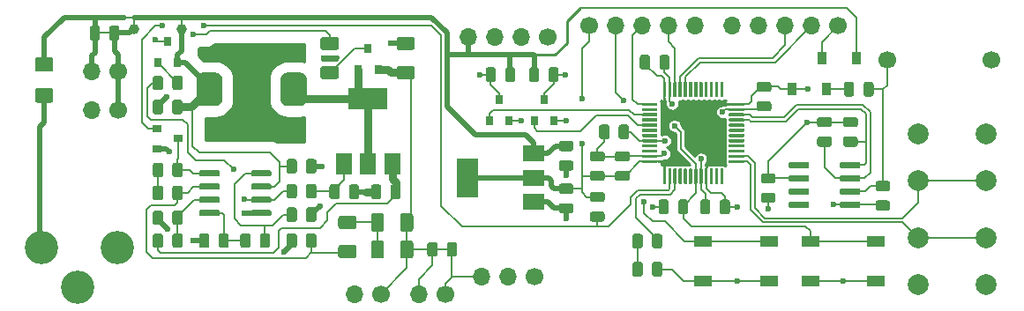
<source format=gbr>
G04 #@! TF.GenerationSoftware,KiCad,Pcbnew,(5.1.5-0-10_14)*
G04 #@! TF.CreationDate,2020-05-10T15:33:43-07:00*
G04 #@! TF.ProjectId,control_module,636f6e74-726f-46c5-9f6d-6f64756c652e,rev?*
G04 #@! TF.SameCoordinates,Original*
G04 #@! TF.FileFunction,Copper,L1,Top*
G04 #@! TF.FilePolarity,Positive*
%FSLAX46Y46*%
G04 Gerber Fmt 4.6, Leading zero omitted, Abs format (unit mm)*
G04 Created by KiCad (PCBNEW (5.1.5-0-10_14)) date 2020-05-10 15:33:43*
%MOMM*%
%LPD*%
G04 APERTURE LIST*
%ADD10O,1.700000X1.700000*%
%ADD11C,1.700000*%
%ADD12C,0.100000*%
%ADD13C,1.000000*%
%ADD14R,1.700000X1.000000*%
%ADD15R,0.900000X0.800000*%
%ADD16R,0.800000X0.900000*%
%ADD17R,2.000000X1.500000*%
%ADD18R,2.000000X3.800000*%
%ADD19C,2.000000*%
%ADD20R,1.500000X2.000000*%
%ADD21R,3.800000X2.000000*%
%ADD22R,0.900000X1.200000*%
%ADD23O,3.200000X3.200000*%
%ADD24C,0.600000*%
%ADD25C,0.200000*%
%ADD26C,0.500000*%
%ADD27C,0.800000*%
%ADD28C,0.220000*%
%ADD29C,0.250000*%
%ADD30C,0.254000*%
G04 APERTURE END LIST*
D10*
X91460000Y-78200000D03*
D11*
X94000000Y-78200000D03*
D10*
X60060000Y-56800000D03*
D11*
X62600000Y-56800000D03*
D10*
X60060000Y-60500000D03*
D11*
X62600000Y-60500000D03*
D10*
X85260000Y-78200000D03*
D11*
X87800000Y-78200000D03*
G04 #@! TA.AperFunction,SMDPad,CuDef*
D12*
G36*
X56149504Y-58376204D02*
G01*
X56173773Y-58379804D01*
X56197571Y-58385765D01*
X56220671Y-58394030D01*
X56242849Y-58404520D01*
X56263893Y-58417133D01*
X56283598Y-58431747D01*
X56301777Y-58448223D01*
X56318253Y-58466402D01*
X56332867Y-58486107D01*
X56345480Y-58507151D01*
X56355970Y-58529329D01*
X56364235Y-58552429D01*
X56370196Y-58576227D01*
X56373796Y-58600496D01*
X56375000Y-58625000D01*
X56375000Y-59550000D01*
X56373796Y-59574504D01*
X56370196Y-59598773D01*
X56364235Y-59622571D01*
X56355970Y-59645671D01*
X56345480Y-59667849D01*
X56332867Y-59688893D01*
X56318253Y-59708598D01*
X56301777Y-59726777D01*
X56283598Y-59743253D01*
X56263893Y-59757867D01*
X56242849Y-59770480D01*
X56220671Y-59780970D01*
X56197571Y-59789235D01*
X56173773Y-59795196D01*
X56149504Y-59798796D01*
X56125000Y-59800000D01*
X54875000Y-59800000D01*
X54850496Y-59798796D01*
X54826227Y-59795196D01*
X54802429Y-59789235D01*
X54779329Y-59780970D01*
X54757151Y-59770480D01*
X54736107Y-59757867D01*
X54716402Y-59743253D01*
X54698223Y-59726777D01*
X54681747Y-59708598D01*
X54667133Y-59688893D01*
X54654520Y-59667849D01*
X54644030Y-59645671D01*
X54635765Y-59622571D01*
X54629804Y-59598773D01*
X54626204Y-59574504D01*
X54625000Y-59550000D01*
X54625000Y-58625000D01*
X54626204Y-58600496D01*
X54629804Y-58576227D01*
X54635765Y-58552429D01*
X54644030Y-58529329D01*
X54654520Y-58507151D01*
X54667133Y-58486107D01*
X54681747Y-58466402D01*
X54698223Y-58448223D01*
X54716402Y-58431747D01*
X54736107Y-58417133D01*
X54757151Y-58404520D01*
X54779329Y-58394030D01*
X54802429Y-58385765D01*
X54826227Y-58379804D01*
X54850496Y-58376204D01*
X54875000Y-58375000D01*
X56125000Y-58375000D01*
X56149504Y-58376204D01*
G37*
G04 #@! TD.AperFunction*
G04 #@! TA.AperFunction,SMDPad,CuDef*
G36*
X56149504Y-55401204D02*
G01*
X56173773Y-55404804D01*
X56197571Y-55410765D01*
X56220671Y-55419030D01*
X56242849Y-55429520D01*
X56263893Y-55442133D01*
X56283598Y-55456747D01*
X56301777Y-55473223D01*
X56318253Y-55491402D01*
X56332867Y-55511107D01*
X56345480Y-55532151D01*
X56355970Y-55554329D01*
X56364235Y-55577429D01*
X56370196Y-55601227D01*
X56373796Y-55625496D01*
X56375000Y-55650000D01*
X56375000Y-56575000D01*
X56373796Y-56599504D01*
X56370196Y-56623773D01*
X56364235Y-56647571D01*
X56355970Y-56670671D01*
X56345480Y-56692849D01*
X56332867Y-56713893D01*
X56318253Y-56733598D01*
X56301777Y-56751777D01*
X56283598Y-56768253D01*
X56263893Y-56782867D01*
X56242849Y-56795480D01*
X56220671Y-56805970D01*
X56197571Y-56814235D01*
X56173773Y-56820196D01*
X56149504Y-56823796D01*
X56125000Y-56825000D01*
X54875000Y-56825000D01*
X54850496Y-56823796D01*
X54826227Y-56820196D01*
X54802429Y-56814235D01*
X54779329Y-56805970D01*
X54757151Y-56795480D01*
X54736107Y-56782867D01*
X54716402Y-56768253D01*
X54698223Y-56751777D01*
X54681747Y-56733598D01*
X54667133Y-56713893D01*
X54654520Y-56692849D01*
X54644030Y-56670671D01*
X54635765Y-56647571D01*
X54629804Y-56623773D01*
X54626204Y-56599504D01*
X54625000Y-56575000D01*
X54625000Y-55650000D01*
X54626204Y-55625496D01*
X54629804Y-55601227D01*
X54635765Y-55577429D01*
X54644030Y-55554329D01*
X54654520Y-55532151D01*
X54667133Y-55511107D01*
X54681747Y-55491402D01*
X54698223Y-55473223D01*
X54716402Y-55456747D01*
X54736107Y-55442133D01*
X54757151Y-55429520D01*
X54779329Y-55419030D01*
X54802429Y-55410765D01*
X54826227Y-55404804D01*
X54850496Y-55401204D01*
X54875000Y-55400000D01*
X56125000Y-55400000D01*
X56149504Y-55401204D01*
G37*
G04 #@! TD.AperFunction*
D13*
X64100000Y-52700000D03*
G04 #@! TA.AperFunction,SMDPad,CuDef*
D12*
G36*
X60630142Y-52401174D02*
G01*
X60653803Y-52404684D01*
X60677007Y-52410496D01*
X60699529Y-52418554D01*
X60721153Y-52428782D01*
X60741670Y-52441079D01*
X60760883Y-52455329D01*
X60778607Y-52471393D01*
X60794671Y-52489117D01*
X60808921Y-52508330D01*
X60821218Y-52528847D01*
X60831446Y-52550471D01*
X60839504Y-52572993D01*
X60845316Y-52596197D01*
X60848826Y-52619858D01*
X60850000Y-52643750D01*
X60850000Y-53556250D01*
X60848826Y-53580142D01*
X60845316Y-53603803D01*
X60839504Y-53627007D01*
X60831446Y-53649529D01*
X60821218Y-53671153D01*
X60808921Y-53691670D01*
X60794671Y-53710883D01*
X60778607Y-53728607D01*
X60760883Y-53744671D01*
X60741670Y-53758921D01*
X60721153Y-53771218D01*
X60699529Y-53781446D01*
X60677007Y-53789504D01*
X60653803Y-53795316D01*
X60630142Y-53798826D01*
X60606250Y-53800000D01*
X60118750Y-53800000D01*
X60094858Y-53798826D01*
X60071197Y-53795316D01*
X60047993Y-53789504D01*
X60025471Y-53781446D01*
X60003847Y-53771218D01*
X59983330Y-53758921D01*
X59964117Y-53744671D01*
X59946393Y-53728607D01*
X59930329Y-53710883D01*
X59916079Y-53691670D01*
X59903782Y-53671153D01*
X59893554Y-53649529D01*
X59885496Y-53627007D01*
X59879684Y-53603803D01*
X59876174Y-53580142D01*
X59875000Y-53556250D01*
X59875000Y-52643750D01*
X59876174Y-52619858D01*
X59879684Y-52596197D01*
X59885496Y-52572993D01*
X59893554Y-52550471D01*
X59903782Y-52528847D01*
X59916079Y-52508330D01*
X59930329Y-52489117D01*
X59946393Y-52471393D01*
X59964117Y-52455329D01*
X59983330Y-52441079D01*
X60003847Y-52428782D01*
X60025471Y-52418554D01*
X60047993Y-52410496D01*
X60071197Y-52404684D01*
X60094858Y-52401174D01*
X60118750Y-52400000D01*
X60606250Y-52400000D01*
X60630142Y-52401174D01*
G37*
G04 #@! TD.AperFunction*
G04 #@! TA.AperFunction,SMDPad,CuDef*
G36*
X62505142Y-52401174D02*
G01*
X62528803Y-52404684D01*
X62552007Y-52410496D01*
X62574529Y-52418554D01*
X62596153Y-52428782D01*
X62616670Y-52441079D01*
X62635883Y-52455329D01*
X62653607Y-52471393D01*
X62669671Y-52489117D01*
X62683921Y-52508330D01*
X62696218Y-52528847D01*
X62706446Y-52550471D01*
X62714504Y-52572993D01*
X62720316Y-52596197D01*
X62723826Y-52619858D01*
X62725000Y-52643750D01*
X62725000Y-53556250D01*
X62723826Y-53580142D01*
X62720316Y-53603803D01*
X62714504Y-53627007D01*
X62706446Y-53649529D01*
X62696218Y-53671153D01*
X62683921Y-53691670D01*
X62669671Y-53710883D01*
X62653607Y-53728607D01*
X62635883Y-53744671D01*
X62616670Y-53758921D01*
X62596153Y-53771218D01*
X62574529Y-53781446D01*
X62552007Y-53789504D01*
X62528803Y-53795316D01*
X62505142Y-53798826D01*
X62481250Y-53800000D01*
X61993750Y-53800000D01*
X61969858Y-53798826D01*
X61946197Y-53795316D01*
X61922993Y-53789504D01*
X61900471Y-53781446D01*
X61878847Y-53771218D01*
X61858330Y-53758921D01*
X61839117Y-53744671D01*
X61821393Y-53728607D01*
X61805329Y-53710883D01*
X61791079Y-53691670D01*
X61778782Y-53671153D01*
X61768554Y-53649529D01*
X61760496Y-53627007D01*
X61754684Y-53603803D01*
X61751174Y-53580142D01*
X61750000Y-53556250D01*
X61750000Y-52643750D01*
X61751174Y-52619858D01*
X61754684Y-52596197D01*
X61760496Y-52572993D01*
X61768554Y-52550471D01*
X61778782Y-52528847D01*
X61791079Y-52508330D01*
X61805329Y-52489117D01*
X61821393Y-52471393D01*
X61839117Y-52455329D01*
X61858330Y-52441079D01*
X61878847Y-52428782D01*
X61900471Y-52418554D01*
X61922993Y-52410496D01*
X61946197Y-52404684D01*
X61969858Y-52401174D01*
X61993750Y-52400000D01*
X62481250Y-52400000D01*
X62505142Y-52401174D01*
G37*
G04 #@! TD.AperFunction*
D13*
X68700000Y-52700000D03*
G04 #@! TA.AperFunction,SMDPad,CuDef*
D12*
G36*
X94905142Y-73201174D02*
G01*
X94928803Y-73204684D01*
X94952007Y-73210496D01*
X94974529Y-73218554D01*
X94996153Y-73228782D01*
X95016670Y-73241079D01*
X95035883Y-73255329D01*
X95053607Y-73271393D01*
X95069671Y-73289117D01*
X95083921Y-73308330D01*
X95096218Y-73328847D01*
X95106446Y-73350471D01*
X95114504Y-73372993D01*
X95120316Y-73396197D01*
X95123826Y-73419858D01*
X95125000Y-73443750D01*
X95125000Y-74356250D01*
X95123826Y-74380142D01*
X95120316Y-74403803D01*
X95114504Y-74427007D01*
X95106446Y-74449529D01*
X95096218Y-74471153D01*
X95083921Y-74491670D01*
X95069671Y-74510883D01*
X95053607Y-74528607D01*
X95035883Y-74544671D01*
X95016670Y-74558921D01*
X94996153Y-74571218D01*
X94974529Y-74581446D01*
X94952007Y-74589504D01*
X94928803Y-74595316D01*
X94905142Y-74598826D01*
X94881250Y-74600000D01*
X94393750Y-74600000D01*
X94369858Y-74598826D01*
X94346197Y-74595316D01*
X94322993Y-74589504D01*
X94300471Y-74581446D01*
X94278847Y-74571218D01*
X94258330Y-74558921D01*
X94239117Y-74544671D01*
X94221393Y-74528607D01*
X94205329Y-74510883D01*
X94191079Y-74491670D01*
X94178782Y-74471153D01*
X94168554Y-74449529D01*
X94160496Y-74427007D01*
X94154684Y-74403803D01*
X94151174Y-74380142D01*
X94150000Y-74356250D01*
X94150000Y-73443750D01*
X94151174Y-73419858D01*
X94154684Y-73396197D01*
X94160496Y-73372993D01*
X94168554Y-73350471D01*
X94178782Y-73328847D01*
X94191079Y-73308330D01*
X94205329Y-73289117D01*
X94221393Y-73271393D01*
X94239117Y-73255329D01*
X94258330Y-73241079D01*
X94278847Y-73228782D01*
X94300471Y-73218554D01*
X94322993Y-73210496D01*
X94346197Y-73204684D01*
X94369858Y-73201174D01*
X94393750Y-73200000D01*
X94881250Y-73200000D01*
X94905142Y-73201174D01*
G37*
G04 #@! TD.AperFunction*
G04 #@! TA.AperFunction,SMDPad,CuDef*
G36*
X93030142Y-73201174D02*
G01*
X93053803Y-73204684D01*
X93077007Y-73210496D01*
X93099529Y-73218554D01*
X93121153Y-73228782D01*
X93141670Y-73241079D01*
X93160883Y-73255329D01*
X93178607Y-73271393D01*
X93194671Y-73289117D01*
X93208921Y-73308330D01*
X93221218Y-73328847D01*
X93231446Y-73350471D01*
X93239504Y-73372993D01*
X93245316Y-73396197D01*
X93248826Y-73419858D01*
X93250000Y-73443750D01*
X93250000Y-74356250D01*
X93248826Y-74380142D01*
X93245316Y-74403803D01*
X93239504Y-74427007D01*
X93231446Y-74449529D01*
X93221218Y-74471153D01*
X93208921Y-74491670D01*
X93194671Y-74510883D01*
X93178607Y-74528607D01*
X93160883Y-74544671D01*
X93141670Y-74558921D01*
X93121153Y-74571218D01*
X93099529Y-74581446D01*
X93077007Y-74589504D01*
X93053803Y-74595316D01*
X93030142Y-74598826D01*
X93006250Y-74600000D01*
X92518750Y-74600000D01*
X92494858Y-74598826D01*
X92471197Y-74595316D01*
X92447993Y-74589504D01*
X92425471Y-74581446D01*
X92403847Y-74571218D01*
X92383330Y-74558921D01*
X92364117Y-74544671D01*
X92346393Y-74528607D01*
X92330329Y-74510883D01*
X92316079Y-74491670D01*
X92303782Y-74471153D01*
X92293554Y-74449529D01*
X92285496Y-74427007D01*
X92279684Y-74403803D01*
X92276174Y-74380142D01*
X92275000Y-74356250D01*
X92275000Y-73443750D01*
X92276174Y-73419858D01*
X92279684Y-73396197D01*
X92285496Y-73372993D01*
X92293554Y-73350471D01*
X92303782Y-73328847D01*
X92316079Y-73308330D01*
X92330329Y-73289117D01*
X92346393Y-73271393D01*
X92364117Y-73255329D01*
X92383330Y-73241079D01*
X92403847Y-73228782D01*
X92425471Y-73218554D01*
X92447993Y-73210496D01*
X92471197Y-73204684D01*
X92494858Y-73201174D01*
X92518750Y-73200000D01*
X93006250Y-73200000D01*
X93030142Y-73201174D01*
G37*
G04 #@! TD.AperFunction*
G04 #@! TA.AperFunction,SMDPad,CuDef*
G36*
X83549504Y-53476204D02*
G01*
X83573773Y-53479804D01*
X83597571Y-53485765D01*
X83620671Y-53494030D01*
X83642849Y-53504520D01*
X83663893Y-53517133D01*
X83683598Y-53531747D01*
X83701777Y-53548223D01*
X83718253Y-53566402D01*
X83732867Y-53586107D01*
X83745480Y-53607151D01*
X83755970Y-53629329D01*
X83764235Y-53652429D01*
X83770196Y-53676227D01*
X83773796Y-53700496D01*
X83775000Y-53725000D01*
X83775000Y-54475000D01*
X83773796Y-54499504D01*
X83770196Y-54523773D01*
X83764235Y-54547571D01*
X83755970Y-54570671D01*
X83745480Y-54592849D01*
X83732867Y-54613893D01*
X83718253Y-54633598D01*
X83701777Y-54651777D01*
X83683598Y-54668253D01*
X83663893Y-54682867D01*
X83642849Y-54695480D01*
X83620671Y-54705970D01*
X83597571Y-54714235D01*
X83573773Y-54720196D01*
X83549504Y-54723796D01*
X83525000Y-54725000D01*
X82275000Y-54725000D01*
X82250496Y-54723796D01*
X82226227Y-54720196D01*
X82202429Y-54714235D01*
X82179329Y-54705970D01*
X82157151Y-54695480D01*
X82136107Y-54682867D01*
X82116402Y-54668253D01*
X82098223Y-54651777D01*
X82081747Y-54633598D01*
X82067133Y-54613893D01*
X82054520Y-54592849D01*
X82044030Y-54570671D01*
X82035765Y-54547571D01*
X82029804Y-54523773D01*
X82026204Y-54499504D01*
X82025000Y-54475000D01*
X82025000Y-53725000D01*
X82026204Y-53700496D01*
X82029804Y-53676227D01*
X82035765Y-53652429D01*
X82044030Y-53629329D01*
X82054520Y-53607151D01*
X82067133Y-53586107D01*
X82081747Y-53566402D01*
X82098223Y-53548223D01*
X82116402Y-53531747D01*
X82136107Y-53517133D01*
X82157151Y-53504520D01*
X82179329Y-53494030D01*
X82202429Y-53485765D01*
X82226227Y-53479804D01*
X82250496Y-53476204D01*
X82275000Y-53475000D01*
X83525000Y-53475000D01*
X83549504Y-53476204D01*
G37*
G04 #@! TD.AperFunction*
G04 #@! TA.AperFunction,SMDPad,CuDef*
G36*
X83549504Y-56276204D02*
G01*
X83573773Y-56279804D01*
X83597571Y-56285765D01*
X83620671Y-56294030D01*
X83642849Y-56304520D01*
X83663893Y-56317133D01*
X83683598Y-56331747D01*
X83701777Y-56348223D01*
X83718253Y-56366402D01*
X83732867Y-56386107D01*
X83745480Y-56407151D01*
X83755970Y-56429329D01*
X83764235Y-56452429D01*
X83770196Y-56476227D01*
X83773796Y-56500496D01*
X83775000Y-56525000D01*
X83775000Y-57275000D01*
X83773796Y-57299504D01*
X83770196Y-57323773D01*
X83764235Y-57347571D01*
X83755970Y-57370671D01*
X83745480Y-57392849D01*
X83732867Y-57413893D01*
X83718253Y-57433598D01*
X83701777Y-57451777D01*
X83683598Y-57468253D01*
X83663893Y-57482867D01*
X83642849Y-57495480D01*
X83620671Y-57505970D01*
X83597571Y-57514235D01*
X83573773Y-57520196D01*
X83549504Y-57523796D01*
X83525000Y-57525000D01*
X82275000Y-57525000D01*
X82250496Y-57523796D01*
X82226227Y-57520196D01*
X82202429Y-57514235D01*
X82179329Y-57505970D01*
X82157151Y-57495480D01*
X82136107Y-57482867D01*
X82116402Y-57468253D01*
X82098223Y-57451777D01*
X82081747Y-57433598D01*
X82067133Y-57413893D01*
X82054520Y-57392849D01*
X82044030Y-57370671D01*
X82035765Y-57347571D01*
X82029804Y-57323773D01*
X82026204Y-57299504D01*
X82025000Y-57275000D01*
X82025000Y-56525000D01*
X82026204Y-56500496D01*
X82029804Y-56476227D01*
X82035765Y-56452429D01*
X82044030Y-56429329D01*
X82054520Y-56407151D01*
X82067133Y-56386107D01*
X82081747Y-56366402D01*
X82098223Y-56348223D01*
X82116402Y-56331747D01*
X82136107Y-56317133D01*
X82157151Y-56304520D01*
X82179329Y-56294030D01*
X82202429Y-56285765D01*
X82226227Y-56279804D01*
X82250496Y-56276204D01*
X82275000Y-56275000D01*
X83525000Y-56275000D01*
X83549504Y-56276204D01*
G37*
G04 #@! TD.AperFunction*
D14*
X118750000Y-73100000D03*
X125050000Y-73100000D03*
X118750000Y-76900000D03*
X125050000Y-76900000D03*
X129050000Y-73100000D03*
X135350000Y-73100000D03*
X129050000Y-76900000D03*
X135350000Y-76900000D03*
D15*
X68350000Y-63250000D03*
X66350000Y-64200000D03*
X66350000Y-62300000D03*
D16*
X103500000Y-59500000D03*
X104450000Y-61500000D03*
X102550000Y-61500000D03*
X99200000Y-59500000D03*
X100150000Y-61500000D03*
X98250000Y-61500000D03*
G04 #@! TA.AperFunction,SMDPad,CuDef*
D12*
G36*
X111405142Y-61901174D02*
G01*
X111428803Y-61904684D01*
X111452007Y-61910496D01*
X111474529Y-61918554D01*
X111496153Y-61928782D01*
X111516670Y-61941079D01*
X111535883Y-61955329D01*
X111553607Y-61971393D01*
X111569671Y-61989117D01*
X111583921Y-62008330D01*
X111596218Y-62028847D01*
X111606446Y-62050471D01*
X111614504Y-62072993D01*
X111620316Y-62096197D01*
X111623826Y-62119858D01*
X111625000Y-62143750D01*
X111625000Y-63056250D01*
X111623826Y-63080142D01*
X111620316Y-63103803D01*
X111614504Y-63127007D01*
X111606446Y-63149529D01*
X111596218Y-63171153D01*
X111583921Y-63191670D01*
X111569671Y-63210883D01*
X111553607Y-63228607D01*
X111535883Y-63244671D01*
X111516670Y-63258921D01*
X111496153Y-63271218D01*
X111474529Y-63281446D01*
X111452007Y-63289504D01*
X111428803Y-63295316D01*
X111405142Y-63298826D01*
X111381250Y-63300000D01*
X110893750Y-63300000D01*
X110869858Y-63298826D01*
X110846197Y-63295316D01*
X110822993Y-63289504D01*
X110800471Y-63281446D01*
X110778847Y-63271218D01*
X110758330Y-63258921D01*
X110739117Y-63244671D01*
X110721393Y-63228607D01*
X110705329Y-63210883D01*
X110691079Y-63191670D01*
X110678782Y-63171153D01*
X110668554Y-63149529D01*
X110660496Y-63127007D01*
X110654684Y-63103803D01*
X110651174Y-63080142D01*
X110650000Y-63056250D01*
X110650000Y-62143750D01*
X110651174Y-62119858D01*
X110654684Y-62096197D01*
X110660496Y-62072993D01*
X110668554Y-62050471D01*
X110678782Y-62028847D01*
X110691079Y-62008330D01*
X110705329Y-61989117D01*
X110721393Y-61971393D01*
X110739117Y-61955329D01*
X110758330Y-61941079D01*
X110778847Y-61928782D01*
X110800471Y-61918554D01*
X110822993Y-61910496D01*
X110846197Y-61904684D01*
X110869858Y-61901174D01*
X110893750Y-61900000D01*
X111381250Y-61900000D01*
X111405142Y-61901174D01*
G37*
G04 #@! TD.AperFunction*
G04 #@! TA.AperFunction,SMDPad,CuDef*
G36*
X109530142Y-61901174D02*
G01*
X109553803Y-61904684D01*
X109577007Y-61910496D01*
X109599529Y-61918554D01*
X109621153Y-61928782D01*
X109641670Y-61941079D01*
X109660883Y-61955329D01*
X109678607Y-61971393D01*
X109694671Y-61989117D01*
X109708921Y-62008330D01*
X109721218Y-62028847D01*
X109731446Y-62050471D01*
X109739504Y-62072993D01*
X109745316Y-62096197D01*
X109748826Y-62119858D01*
X109750000Y-62143750D01*
X109750000Y-63056250D01*
X109748826Y-63080142D01*
X109745316Y-63103803D01*
X109739504Y-63127007D01*
X109731446Y-63149529D01*
X109721218Y-63171153D01*
X109708921Y-63191670D01*
X109694671Y-63210883D01*
X109678607Y-63228607D01*
X109660883Y-63244671D01*
X109641670Y-63258921D01*
X109621153Y-63271218D01*
X109599529Y-63281446D01*
X109577007Y-63289504D01*
X109553803Y-63295316D01*
X109530142Y-63298826D01*
X109506250Y-63300000D01*
X109018750Y-63300000D01*
X108994858Y-63298826D01*
X108971197Y-63295316D01*
X108947993Y-63289504D01*
X108925471Y-63281446D01*
X108903847Y-63271218D01*
X108883330Y-63258921D01*
X108864117Y-63244671D01*
X108846393Y-63228607D01*
X108830329Y-63210883D01*
X108816079Y-63191670D01*
X108803782Y-63171153D01*
X108793554Y-63149529D01*
X108785496Y-63127007D01*
X108779684Y-63103803D01*
X108776174Y-63080142D01*
X108775000Y-63056250D01*
X108775000Y-62143750D01*
X108776174Y-62119858D01*
X108779684Y-62096197D01*
X108785496Y-62072993D01*
X108793554Y-62050471D01*
X108803782Y-62028847D01*
X108816079Y-62008330D01*
X108830329Y-61989117D01*
X108846393Y-61971393D01*
X108864117Y-61955329D01*
X108883330Y-61941079D01*
X108903847Y-61928782D01*
X108925471Y-61918554D01*
X108947993Y-61910496D01*
X108971197Y-61904684D01*
X108994858Y-61901174D01*
X109018750Y-61900000D01*
X109506250Y-61900000D01*
X109530142Y-61901174D01*
G37*
G04 #@! TD.AperFunction*
D16*
X67350000Y-53900000D03*
X68300000Y-55900000D03*
X66400000Y-55900000D03*
G04 #@! TA.AperFunction,SMDPad,CuDef*
D12*
G36*
X80136261Y-56903010D02*
G01*
X80196931Y-56912009D01*
X80256428Y-56926912D01*
X80314177Y-56947575D01*
X80369623Y-56973799D01*
X80422231Y-57005331D01*
X80471496Y-57041868D01*
X80516942Y-57083058D01*
X80558132Y-57128504D01*
X80594669Y-57177769D01*
X80626201Y-57230377D01*
X80652425Y-57285823D01*
X80673088Y-57343572D01*
X80687991Y-57403069D01*
X80696990Y-57463739D01*
X80700000Y-57525000D01*
X80700000Y-59475000D01*
X80696990Y-59536261D01*
X80687991Y-59596931D01*
X80673088Y-59656428D01*
X80652425Y-59714177D01*
X80626201Y-59769623D01*
X80594669Y-59822231D01*
X80558132Y-59871496D01*
X80516942Y-59916942D01*
X80471496Y-59958132D01*
X80422231Y-59994669D01*
X80369623Y-60026201D01*
X80314177Y-60052425D01*
X80256428Y-60073088D01*
X80196931Y-60087991D01*
X80136261Y-60096990D01*
X80075000Y-60100000D01*
X78825000Y-60100000D01*
X78763739Y-60096990D01*
X78703069Y-60087991D01*
X78643572Y-60073088D01*
X78585823Y-60052425D01*
X78530377Y-60026201D01*
X78477769Y-59994669D01*
X78428504Y-59958132D01*
X78383058Y-59916942D01*
X78341868Y-59871496D01*
X78305331Y-59822231D01*
X78273799Y-59769623D01*
X78247575Y-59714177D01*
X78226912Y-59656428D01*
X78212009Y-59596931D01*
X78203010Y-59536261D01*
X78200000Y-59475000D01*
X78200000Y-57525000D01*
X78203010Y-57463739D01*
X78212009Y-57403069D01*
X78226912Y-57343572D01*
X78247575Y-57285823D01*
X78273799Y-57230377D01*
X78305331Y-57177769D01*
X78341868Y-57128504D01*
X78383058Y-57083058D01*
X78428504Y-57041868D01*
X78477769Y-57005331D01*
X78530377Y-56973799D01*
X78585823Y-56947575D01*
X78643572Y-56926912D01*
X78703069Y-56912009D01*
X78763739Y-56903010D01*
X78825000Y-56900000D01*
X80075000Y-56900000D01*
X80136261Y-56903010D01*
G37*
G04 #@! TD.AperFunction*
G04 #@! TA.AperFunction,SMDPad,CuDef*
G36*
X72036261Y-56903010D02*
G01*
X72096931Y-56912009D01*
X72156428Y-56926912D01*
X72214177Y-56947575D01*
X72269623Y-56973799D01*
X72322231Y-57005331D01*
X72371496Y-57041868D01*
X72416942Y-57083058D01*
X72458132Y-57128504D01*
X72494669Y-57177769D01*
X72526201Y-57230377D01*
X72552425Y-57285823D01*
X72573088Y-57343572D01*
X72587991Y-57403069D01*
X72596990Y-57463739D01*
X72600000Y-57525000D01*
X72600000Y-59475000D01*
X72596990Y-59536261D01*
X72587991Y-59596931D01*
X72573088Y-59656428D01*
X72552425Y-59714177D01*
X72526201Y-59769623D01*
X72494669Y-59822231D01*
X72458132Y-59871496D01*
X72416942Y-59916942D01*
X72371496Y-59958132D01*
X72322231Y-59994669D01*
X72269623Y-60026201D01*
X72214177Y-60052425D01*
X72156428Y-60073088D01*
X72096931Y-60087991D01*
X72036261Y-60096990D01*
X71975000Y-60100000D01*
X70725000Y-60100000D01*
X70663739Y-60096990D01*
X70603069Y-60087991D01*
X70543572Y-60073088D01*
X70485823Y-60052425D01*
X70430377Y-60026201D01*
X70377769Y-59994669D01*
X70328504Y-59958132D01*
X70283058Y-59916942D01*
X70241868Y-59871496D01*
X70205331Y-59822231D01*
X70173799Y-59769623D01*
X70147575Y-59714177D01*
X70126912Y-59656428D01*
X70112009Y-59596931D01*
X70103010Y-59536261D01*
X70100000Y-59475000D01*
X70100000Y-57525000D01*
X70103010Y-57463739D01*
X70112009Y-57403069D01*
X70126912Y-57343572D01*
X70147575Y-57285823D01*
X70173799Y-57230377D01*
X70205331Y-57177769D01*
X70241868Y-57128504D01*
X70283058Y-57083058D01*
X70328504Y-57041868D01*
X70377769Y-57005331D01*
X70430377Y-56973799D01*
X70485823Y-56947575D01*
X70543572Y-56926912D01*
X70603069Y-56912009D01*
X70663739Y-56903010D01*
X70725000Y-56900000D01*
X71975000Y-56900000D01*
X72036261Y-56903010D01*
G37*
G04 #@! TD.AperFunction*
D16*
X86600000Y-54600000D03*
X87550000Y-56600000D03*
X85650000Y-56600000D03*
G04 #@! TA.AperFunction,SMDPad,CuDef*
D12*
G36*
X136480142Y-69188674D02*
G01*
X136503803Y-69192184D01*
X136527007Y-69197996D01*
X136549529Y-69206054D01*
X136571153Y-69216282D01*
X136591670Y-69228579D01*
X136610883Y-69242829D01*
X136628607Y-69258893D01*
X136644671Y-69276617D01*
X136658921Y-69295830D01*
X136671218Y-69316347D01*
X136681446Y-69337971D01*
X136689504Y-69360493D01*
X136695316Y-69383697D01*
X136698826Y-69407358D01*
X136700000Y-69431250D01*
X136700000Y-69918750D01*
X136698826Y-69942642D01*
X136695316Y-69966303D01*
X136689504Y-69989507D01*
X136681446Y-70012029D01*
X136671218Y-70033653D01*
X136658921Y-70054170D01*
X136644671Y-70073383D01*
X136628607Y-70091107D01*
X136610883Y-70107171D01*
X136591670Y-70121421D01*
X136571153Y-70133718D01*
X136549529Y-70143946D01*
X136527007Y-70152004D01*
X136503803Y-70157816D01*
X136480142Y-70161326D01*
X136456250Y-70162500D01*
X135543750Y-70162500D01*
X135519858Y-70161326D01*
X135496197Y-70157816D01*
X135472993Y-70152004D01*
X135450471Y-70143946D01*
X135428847Y-70133718D01*
X135408330Y-70121421D01*
X135389117Y-70107171D01*
X135371393Y-70091107D01*
X135355329Y-70073383D01*
X135341079Y-70054170D01*
X135328782Y-70033653D01*
X135318554Y-70012029D01*
X135310496Y-69989507D01*
X135304684Y-69966303D01*
X135301174Y-69942642D01*
X135300000Y-69918750D01*
X135300000Y-69431250D01*
X135301174Y-69407358D01*
X135304684Y-69383697D01*
X135310496Y-69360493D01*
X135318554Y-69337971D01*
X135328782Y-69316347D01*
X135341079Y-69295830D01*
X135355329Y-69276617D01*
X135371393Y-69258893D01*
X135389117Y-69242829D01*
X135408330Y-69228579D01*
X135428847Y-69216282D01*
X135450471Y-69206054D01*
X135472993Y-69197996D01*
X135496197Y-69192184D01*
X135519858Y-69188674D01*
X135543750Y-69187500D01*
X136456250Y-69187500D01*
X136480142Y-69188674D01*
G37*
G04 #@! TD.AperFunction*
G04 #@! TA.AperFunction,SMDPad,CuDef*
G36*
X136480142Y-67313674D02*
G01*
X136503803Y-67317184D01*
X136527007Y-67322996D01*
X136549529Y-67331054D01*
X136571153Y-67341282D01*
X136591670Y-67353579D01*
X136610883Y-67367829D01*
X136628607Y-67383893D01*
X136644671Y-67401617D01*
X136658921Y-67420830D01*
X136671218Y-67441347D01*
X136681446Y-67462971D01*
X136689504Y-67485493D01*
X136695316Y-67508697D01*
X136698826Y-67532358D01*
X136700000Y-67556250D01*
X136700000Y-68043750D01*
X136698826Y-68067642D01*
X136695316Y-68091303D01*
X136689504Y-68114507D01*
X136681446Y-68137029D01*
X136671218Y-68158653D01*
X136658921Y-68179170D01*
X136644671Y-68198383D01*
X136628607Y-68216107D01*
X136610883Y-68232171D01*
X136591670Y-68246421D01*
X136571153Y-68258718D01*
X136549529Y-68268946D01*
X136527007Y-68277004D01*
X136503803Y-68282816D01*
X136480142Y-68286326D01*
X136456250Y-68287500D01*
X135543750Y-68287500D01*
X135519858Y-68286326D01*
X135496197Y-68282816D01*
X135472993Y-68277004D01*
X135450471Y-68268946D01*
X135428847Y-68258718D01*
X135408330Y-68246421D01*
X135389117Y-68232171D01*
X135371393Y-68216107D01*
X135355329Y-68198383D01*
X135341079Y-68179170D01*
X135328782Y-68158653D01*
X135318554Y-68137029D01*
X135310496Y-68114507D01*
X135304684Y-68091303D01*
X135301174Y-68067642D01*
X135300000Y-68043750D01*
X135300000Y-67556250D01*
X135301174Y-67532358D01*
X135304684Y-67508697D01*
X135310496Y-67485493D01*
X135318554Y-67462971D01*
X135328782Y-67441347D01*
X135341079Y-67420830D01*
X135355329Y-67401617D01*
X135371393Y-67383893D01*
X135389117Y-67367829D01*
X135408330Y-67353579D01*
X135428847Y-67341282D01*
X135450471Y-67331054D01*
X135472993Y-67322996D01*
X135496197Y-67317184D01*
X135519858Y-67313674D01*
X135543750Y-67312500D01*
X136456250Y-67312500D01*
X136480142Y-67313674D01*
G37*
G04 #@! TD.AperFunction*
G04 #@! TA.AperFunction,SMDPad,CuDef*
G36*
X114307351Y-65300361D02*
G01*
X114314632Y-65301441D01*
X114321771Y-65303229D01*
X114328701Y-65305709D01*
X114335355Y-65308856D01*
X114341668Y-65312640D01*
X114347579Y-65317024D01*
X114353033Y-65321967D01*
X114357976Y-65327421D01*
X114362360Y-65333332D01*
X114366144Y-65339645D01*
X114369291Y-65346299D01*
X114371771Y-65353229D01*
X114373559Y-65360368D01*
X114374639Y-65367649D01*
X114375000Y-65375000D01*
X114375000Y-65525000D01*
X114374639Y-65532351D01*
X114373559Y-65539632D01*
X114371771Y-65546771D01*
X114369291Y-65553701D01*
X114366144Y-65560355D01*
X114362360Y-65566668D01*
X114357976Y-65572579D01*
X114353033Y-65578033D01*
X114347579Y-65582976D01*
X114341668Y-65587360D01*
X114335355Y-65591144D01*
X114328701Y-65594291D01*
X114321771Y-65596771D01*
X114314632Y-65598559D01*
X114307351Y-65599639D01*
X114300000Y-65600000D01*
X112975000Y-65600000D01*
X112967649Y-65599639D01*
X112960368Y-65598559D01*
X112953229Y-65596771D01*
X112946299Y-65594291D01*
X112939645Y-65591144D01*
X112933332Y-65587360D01*
X112927421Y-65582976D01*
X112921967Y-65578033D01*
X112917024Y-65572579D01*
X112912640Y-65566668D01*
X112908856Y-65560355D01*
X112905709Y-65553701D01*
X112903229Y-65546771D01*
X112901441Y-65539632D01*
X112900361Y-65532351D01*
X112900000Y-65525000D01*
X112900000Y-65375000D01*
X112900361Y-65367649D01*
X112901441Y-65360368D01*
X112903229Y-65353229D01*
X112905709Y-65346299D01*
X112908856Y-65339645D01*
X112912640Y-65333332D01*
X112917024Y-65327421D01*
X112921967Y-65321967D01*
X112927421Y-65317024D01*
X112933332Y-65312640D01*
X112939645Y-65308856D01*
X112946299Y-65305709D01*
X112953229Y-65303229D01*
X112960368Y-65301441D01*
X112967649Y-65300361D01*
X112975000Y-65300000D01*
X114300000Y-65300000D01*
X114307351Y-65300361D01*
G37*
G04 #@! TD.AperFunction*
G04 #@! TA.AperFunction,SMDPad,CuDef*
G36*
X114307351Y-64800361D02*
G01*
X114314632Y-64801441D01*
X114321771Y-64803229D01*
X114328701Y-64805709D01*
X114335355Y-64808856D01*
X114341668Y-64812640D01*
X114347579Y-64817024D01*
X114353033Y-64821967D01*
X114357976Y-64827421D01*
X114362360Y-64833332D01*
X114366144Y-64839645D01*
X114369291Y-64846299D01*
X114371771Y-64853229D01*
X114373559Y-64860368D01*
X114374639Y-64867649D01*
X114375000Y-64875000D01*
X114375000Y-65025000D01*
X114374639Y-65032351D01*
X114373559Y-65039632D01*
X114371771Y-65046771D01*
X114369291Y-65053701D01*
X114366144Y-65060355D01*
X114362360Y-65066668D01*
X114357976Y-65072579D01*
X114353033Y-65078033D01*
X114347579Y-65082976D01*
X114341668Y-65087360D01*
X114335355Y-65091144D01*
X114328701Y-65094291D01*
X114321771Y-65096771D01*
X114314632Y-65098559D01*
X114307351Y-65099639D01*
X114300000Y-65100000D01*
X112975000Y-65100000D01*
X112967649Y-65099639D01*
X112960368Y-65098559D01*
X112953229Y-65096771D01*
X112946299Y-65094291D01*
X112939645Y-65091144D01*
X112933332Y-65087360D01*
X112927421Y-65082976D01*
X112921967Y-65078033D01*
X112917024Y-65072579D01*
X112912640Y-65066668D01*
X112908856Y-65060355D01*
X112905709Y-65053701D01*
X112903229Y-65046771D01*
X112901441Y-65039632D01*
X112900361Y-65032351D01*
X112900000Y-65025000D01*
X112900000Y-64875000D01*
X112900361Y-64867649D01*
X112901441Y-64860368D01*
X112903229Y-64853229D01*
X112905709Y-64846299D01*
X112908856Y-64839645D01*
X112912640Y-64833332D01*
X112917024Y-64827421D01*
X112921967Y-64821967D01*
X112927421Y-64817024D01*
X112933332Y-64812640D01*
X112939645Y-64808856D01*
X112946299Y-64805709D01*
X112953229Y-64803229D01*
X112960368Y-64801441D01*
X112967649Y-64800361D01*
X112975000Y-64800000D01*
X114300000Y-64800000D01*
X114307351Y-64800361D01*
G37*
G04 #@! TD.AperFunction*
G04 #@! TA.AperFunction,SMDPad,CuDef*
G36*
X114307351Y-64300361D02*
G01*
X114314632Y-64301441D01*
X114321771Y-64303229D01*
X114328701Y-64305709D01*
X114335355Y-64308856D01*
X114341668Y-64312640D01*
X114347579Y-64317024D01*
X114353033Y-64321967D01*
X114357976Y-64327421D01*
X114362360Y-64333332D01*
X114366144Y-64339645D01*
X114369291Y-64346299D01*
X114371771Y-64353229D01*
X114373559Y-64360368D01*
X114374639Y-64367649D01*
X114375000Y-64375000D01*
X114375000Y-64525000D01*
X114374639Y-64532351D01*
X114373559Y-64539632D01*
X114371771Y-64546771D01*
X114369291Y-64553701D01*
X114366144Y-64560355D01*
X114362360Y-64566668D01*
X114357976Y-64572579D01*
X114353033Y-64578033D01*
X114347579Y-64582976D01*
X114341668Y-64587360D01*
X114335355Y-64591144D01*
X114328701Y-64594291D01*
X114321771Y-64596771D01*
X114314632Y-64598559D01*
X114307351Y-64599639D01*
X114300000Y-64600000D01*
X112975000Y-64600000D01*
X112967649Y-64599639D01*
X112960368Y-64598559D01*
X112953229Y-64596771D01*
X112946299Y-64594291D01*
X112939645Y-64591144D01*
X112933332Y-64587360D01*
X112927421Y-64582976D01*
X112921967Y-64578033D01*
X112917024Y-64572579D01*
X112912640Y-64566668D01*
X112908856Y-64560355D01*
X112905709Y-64553701D01*
X112903229Y-64546771D01*
X112901441Y-64539632D01*
X112900361Y-64532351D01*
X112900000Y-64525000D01*
X112900000Y-64375000D01*
X112900361Y-64367649D01*
X112901441Y-64360368D01*
X112903229Y-64353229D01*
X112905709Y-64346299D01*
X112908856Y-64339645D01*
X112912640Y-64333332D01*
X112917024Y-64327421D01*
X112921967Y-64321967D01*
X112927421Y-64317024D01*
X112933332Y-64312640D01*
X112939645Y-64308856D01*
X112946299Y-64305709D01*
X112953229Y-64303229D01*
X112960368Y-64301441D01*
X112967649Y-64300361D01*
X112975000Y-64300000D01*
X114300000Y-64300000D01*
X114307351Y-64300361D01*
G37*
G04 #@! TD.AperFunction*
G04 #@! TA.AperFunction,SMDPad,CuDef*
G36*
X114307351Y-63800361D02*
G01*
X114314632Y-63801441D01*
X114321771Y-63803229D01*
X114328701Y-63805709D01*
X114335355Y-63808856D01*
X114341668Y-63812640D01*
X114347579Y-63817024D01*
X114353033Y-63821967D01*
X114357976Y-63827421D01*
X114362360Y-63833332D01*
X114366144Y-63839645D01*
X114369291Y-63846299D01*
X114371771Y-63853229D01*
X114373559Y-63860368D01*
X114374639Y-63867649D01*
X114375000Y-63875000D01*
X114375000Y-64025000D01*
X114374639Y-64032351D01*
X114373559Y-64039632D01*
X114371771Y-64046771D01*
X114369291Y-64053701D01*
X114366144Y-64060355D01*
X114362360Y-64066668D01*
X114357976Y-64072579D01*
X114353033Y-64078033D01*
X114347579Y-64082976D01*
X114341668Y-64087360D01*
X114335355Y-64091144D01*
X114328701Y-64094291D01*
X114321771Y-64096771D01*
X114314632Y-64098559D01*
X114307351Y-64099639D01*
X114300000Y-64100000D01*
X112975000Y-64100000D01*
X112967649Y-64099639D01*
X112960368Y-64098559D01*
X112953229Y-64096771D01*
X112946299Y-64094291D01*
X112939645Y-64091144D01*
X112933332Y-64087360D01*
X112927421Y-64082976D01*
X112921967Y-64078033D01*
X112917024Y-64072579D01*
X112912640Y-64066668D01*
X112908856Y-64060355D01*
X112905709Y-64053701D01*
X112903229Y-64046771D01*
X112901441Y-64039632D01*
X112900361Y-64032351D01*
X112900000Y-64025000D01*
X112900000Y-63875000D01*
X112900361Y-63867649D01*
X112901441Y-63860368D01*
X112903229Y-63853229D01*
X112905709Y-63846299D01*
X112908856Y-63839645D01*
X112912640Y-63833332D01*
X112917024Y-63827421D01*
X112921967Y-63821967D01*
X112927421Y-63817024D01*
X112933332Y-63812640D01*
X112939645Y-63808856D01*
X112946299Y-63805709D01*
X112953229Y-63803229D01*
X112960368Y-63801441D01*
X112967649Y-63800361D01*
X112975000Y-63800000D01*
X114300000Y-63800000D01*
X114307351Y-63800361D01*
G37*
G04 #@! TD.AperFunction*
G04 #@! TA.AperFunction,SMDPad,CuDef*
G36*
X114307351Y-63300361D02*
G01*
X114314632Y-63301441D01*
X114321771Y-63303229D01*
X114328701Y-63305709D01*
X114335355Y-63308856D01*
X114341668Y-63312640D01*
X114347579Y-63317024D01*
X114353033Y-63321967D01*
X114357976Y-63327421D01*
X114362360Y-63333332D01*
X114366144Y-63339645D01*
X114369291Y-63346299D01*
X114371771Y-63353229D01*
X114373559Y-63360368D01*
X114374639Y-63367649D01*
X114375000Y-63375000D01*
X114375000Y-63525000D01*
X114374639Y-63532351D01*
X114373559Y-63539632D01*
X114371771Y-63546771D01*
X114369291Y-63553701D01*
X114366144Y-63560355D01*
X114362360Y-63566668D01*
X114357976Y-63572579D01*
X114353033Y-63578033D01*
X114347579Y-63582976D01*
X114341668Y-63587360D01*
X114335355Y-63591144D01*
X114328701Y-63594291D01*
X114321771Y-63596771D01*
X114314632Y-63598559D01*
X114307351Y-63599639D01*
X114300000Y-63600000D01*
X112975000Y-63600000D01*
X112967649Y-63599639D01*
X112960368Y-63598559D01*
X112953229Y-63596771D01*
X112946299Y-63594291D01*
X112939645Y-63591144D01*
X112933332Y-63587360D01*
X112927421Y-63582976D01*
X112921967Y-63578033D01*
X112917024Y-63572579D01*
X112912640Y-63566668D01*
X112908856Y-63560355D01*
X112905709Y-63553701D01*
X112903229Y-63546771D01*
X112901441Y-63539632D01*
X112900361Y-63532351D01*
X112900000Y-63525000D01*
X112900000Y-63375000D01*
X112900361Y-63367649D01*
X112901441Y-63360368D01*
X112903229Y-63353229D01*
X112905709Y-63346299D01*
X112908856Y-63339645D01*
X112912640Y-63333332D01*
X112917024Y-63327421D01*
X112921967Y-63321967D01*
X112927421Y-63317024D01*
X112933332Y-63312640D01*
X112939645Y-63308856D01*
X112946299Y-63305709D01*
X112953229Y-63303229D01*
X112960368Y-63301441D01*
X112967649Y-63300361D01*
X112975000Y-63300000D01*
X114300000Y-63300000D01*
X114307351Y-63300361D01*
G37*
G04 #@! TD.AperFunction*
G04 #@! TA.AperFunction,SMDPad,CuDef*
G36*
X114307351Y-62800361D02*
G01*
X114314632Y-62801441D01*
X114321771Y-62803229D01*
X114328701Y-62805709D01*
X114335355Y-62808856D01*
X114341668Y-62812640D01*
X114347579Y-62817024D01*
X114353033Y-62821967D01*
X114357976Y-62827421D01*
X114362360Y-62833332D01*
X114366144Y-62839645D01*
X114369291Y-62846299D01*
X114371771Y-62853229D01*
X114373559Y-62860368D01*
X114374639Y-62867649D01*
X114375000Y-62875000D01*
X114375000Y-63025000D01*
X114374639Y-63032351D01*
X114373559Y-63039632D01*
X114371771Y-63046771D01*
X114369291Y-63053701D01*
X114366144Y-63060355D01*
X114362360Y-63066668D01*
X114357976Y-63072579D01*
X114353033Y-63078033D01*
X114347579Y-63082976D01*
X114341668Y-63087360D01*
X114335355Y-63091144D01*
X114328701Y-63094291D01*
X114321771Y-63096771D01*
X114314632Y-63098559D01*
X114307351Y-63099639D01*
X114300000Y-63100000D01*
X112975000Y-63100000D01*
X112967649Y-63099639D01*
X112960368Y-63098559D01*
X112953229Y-63096771D01*
X112946299Y-63094291D01*
X112939645Y-63091144D01*
X112933332Y-63087360D01*
X112927421Y-63082976D01*
X112921967Y-63078033D01*
X112917024Y-63072579D01*
X112912640Y-63066668D01*
X112908856Y-63060355D01*
X112905709Y-63053701D01*
X112903229Y-63046771D01*
X112901441Y-63039632D01*
X112900361Y-63032351D01*
X112900000Y-63025000D01*
X112900000Y-62875000D01*
X112900361Y-62867649D01*
X112901441Y-62860368D01*
X112903229Y-62853229D01*
X112905709Y-62846299D01*
X112908856Y-62839645D01*
X112912640Y-62833332D01*
X112917024Y-62827421D01*
X112921967Y-62821967D01*
X112927421Y-62817024D01*
X112933332Y-62812640D01*
X112939645Y-62808856D01*
X112946299Y-62805709D01*
X112953229Y-62803229D01*
X112960368Y-62801441D01*
X112967649Y-62800361D01*
X112975000Y-62800000D01*
X114300000Y-62800000D01*
X114307351Y-62800361D01*
G37*
G04 #@! TD.AperFunction*
G04 #@! TA.AperFunction,SMDPad,CuDef*
G36*
X114307351Y-62300361D02*
G01*
X114314632Y-62301441D01*
X114321771Y-62303229D01*
X114328701Y-62305709D01*
X114335355Y-62308856D01*
X114341668Y-62312640D01*
X114347579Y-62317024D01*
X114353033Y-62321967D01*
X114357976Y-62327421D01*
X114362360Y-62333332D01*
X114366144Y-62339645D01*
X114369291Y-62346299D01*
X114371771Y-62353229D01*
X114373559Y-62360368D01*
X114374639Y-62367649D01*
X114375000Y-62375000D01*
X114375000Y-62525000D01*
X114374639Y-62532351D01*
X114373559Y-62539632D01*
X114371771Y-62546771D01*
X114369291Y-62553701D01*
X114366144Y-62560355D01*
X114362360Y-62566668D01*
X114357976Y-62572579D01*
X114353033Y-62578033D01*
X114347579Y-62582976D01*
X114341668Y-62587360D01*
X114335355Y-62591144D01*
X114328701Y-62594291D01*
X114321771Y-62596771D01*
X114314632Y-62598559D01*
X114307351Y-62599639D01*
X114300000Y-62600000D01*
X112975000Y-62600000D01*
X112967649Y-62599639D01*
X112960368Y-62598559D01*
X112953229Y-62596771D01*
X112946299Y-62594291D01*
X112939645Y-62591144D01*
X112933332Y-62587360D01*
X112927421Y-62582976D01*
X112921967Y-62578033D01*
X112917024Y-62572579D01*
X112912640Y-62566668D01*
X112908856Y-62560355D01*
X112905709Y-62553701D01*
X112903229Y-62546771D01*
X112901441Y-62539632D01*
X112900361Y-62532351D01*
X112900000Y-62525000D01*
X112900000Y-62375000D01*
X112900361Y-62367649D01*
X112901441Y-62360368D01*
X112903229Y-62353229D01*
X112905709Y-62346299D01*
X112908856Y-62339645D01*
X112912640Y-62333332D01*
X112917024Y-62327421D01*
X112921967Y-62321967D01*
X112927421Y-62317024D01*
X112933332Y-62312640D01*
X112939645Y-62308856D01*
X112946299Y-62305709D01*
X112953229Y-62303229D01*
X112960368Y-62301441D01*
X112967649Y-62300361D01*
X112975000Y-62300000D01*
X114300000Y-62300000D01*
X114307351Y-62300361D01*
G37*
G04 #@! TD.AperFunction*
G04 #@! TA.AperFunction,SMDPad,CuDef*
G36*
X114307351Y-61800361D02*
G01*
X114314632Y-61801441D01*
X114321771Y-61803229D01*
X114328701Y-61805709D01*
X114335355Y-61808856D01*
X114341668Y-61812640D01*
X114347579Y-61817024D01*
X114353033Y-61821967D01*
X114357976Y-61827421D01*
X114362360Y-61833332D01*
X114366144Y-61839645D01*
X114369291Y-61846299D01*
X114371771Y-61853229D01*
X114373559Y-61860368D01*
X114374639Y-61867649D01*
X114375000Y-61875000D01*
X114375000Y-62025000D01*
X114374639Y-62032351D01*
X114373559Y-62039632D01*
X114371771Y-62046771D01*
X114369291Y-62053701D01*
X114366144Y-62060355D01*
X114362360Y-62066668D01*
X114357976Y-62072579D01*
X114353033Y-62078033D01*
X114347579Y-62082976D01*
X114341668Y-62087360D01*
X114335355Y-62091144D01*
X114328701Y-62094291D01*
X114321771Y-62096771D01*
X114314632Y-62098559D01*
X114307351Y-62099639D01*
X114300000Y-62100000D01*
X112975000Y-62100000D01*
X112967649Y-62099639D01*
X112960368Y-62098559D01*
X112953229Y-62096771D01*
X112946299Y-62094291D01*
X112939645Y-62091144D01*
X112933332Y-62087360D01*
X112927421Y-62082976D01*
X112921967Y-62078033D01*
X112917024Y-62072579D01*
X112912640Y-62066668D01*
X112908856Y-62060355D01*
X112905709Y-62053701D01*
X112903229Y-62046771D01*
X112901441Y-62039632D01*
X112900361Y-62032351D01*
X112900000Y-62025000D01*
X112900000Y-61875000D01*
X112900361Y-61867649D01*
X112901441Y-61860368D01*
X112903229Y-61853229D01*
X112905709Y-61846299D01*
X112908856Y-61839645D01*
X112912640Y-61833332D01*
X112917024Y-61827421D01*
X112921967Y-61821967D01*
X112927421Y-61817024D01*
X112933332Y-61812640D01*
X112939645Y-61808856D01*
X112946299Y-61805709D01*
X112953229Y-61803229D01*
X112960368Y-61801441D01*
X112967649Y-61800361D01*
X112975000Y-61800000D01*
X114300000Y-61800000D01*
X114307351Y-61800361D01*
G37*
G04 #@! TD.AperFunction*
G04 #@! TA.AperFunction,SMDPad,CuDef*
G36*
X114307351Y-61300361D02*
G01*
X114314632Y-61301441D01*
X114321771Y-61303229D01*
X114328701Y-61305709D01*
X114335355Y-61308856D01*
X114341668Y-61312640D01*
X114347579Y-61317024D01*
X114353033Y-61321967D01*
X114357976Y-61327421D01*
X114362360Y-61333332D01*
X114366144Y-61339645D01*
X114369291Y-61346299D01*
X114371771Y-61353229D01*
X114373559Y-61360368D01*
X114374639Y-61367649D01*
X114375000Y-61375000D01*
X114375000Y-61525000D01*
X114374639Y-61532351D01*
X114373559Y-61539632D01*
X114371771Y-61546771D01*
X114369291Y-61553701D01*
X114366144Y-61560355D01*
X114362360Y-61566668D01*
X114357976Y-61572579D01*
X114353033Y-61578033D01*
X114347579Y-61582976D01*
X114341668Y-61587360D01*
X114335355Y-61591144D01*
X114328701Y-61594291D01*
X114321771Y-61596771D01*
X114314632Y-61598559D01*
X114307351Y-61599639D01*
X114300000Y-61600000D01*
X112975000Y-61600000D01*
X112967649Y-61599639D01*
X112960368Y-61598559D01*
X112953229Y-61596771D01*
X112946299Y-61594291D01*
X112939645Y-61591144D01*
X112933332Y-61587360D01*
X112927421Y-61582976D01*
X112921967Y-61578033D01*
X112917024Y-61572579D01*
X112912640Y-61566668D01*
X112908856Y-61560355D01*
X112905709Y-61553701D01*
X112903229Y-61546771D01*
X112901441Y-61539632D01*
X112900361Y-61532351D01*
X112900000Y-61525000D01*
X112900000Y-61375000D01*
X112900361Y-61367649D01*
X112901441Y-61360368D01*
X112903229Y-61353229D01*
X112905709Y-61346299D01*
X112908856Y-61339645D01*
X112912640Y-61333332D01*
X112917024Y-61327421D01*
X112921967Y-61321967D01*
X112927421Y-61317024D01*
X112933332Y-61312640D01*
X112939645Y-61308856D01*
X112946299Y-61305709D01*
X112953229Y-61303229D01*
X112960368Y-61301441D01*
X112967649Y-61300361D01*
X112975000Y-61300000D01*
X114300000Y-61300000D01*
X114307351Y-61300361D01*
G37*
G04 #@! TD.AperFunction*
G04 #@! TA.AperFunction,SMDPad,CuDef*
G36*
X114307351Y-60800361D02*
G01*
X114314632Y-60801441D01*
X114321771Y-60803229D01*
X114328701Y-60805709D01*
X114335355Y-60808856D01*
X114341668Y-60812640D01*
X114347579Y-60817024D01*
X114353033Y-60821967D01*
X114357976Y-60827421D01*
X114362360Y-60833332D01*
X114366144Y-60839645D01*
X114369291Y-60846299D01*
X114371771Y-60853229D01*
X114373559Y-60860368D01*
X114374639Y-60867649D01*
X114375000Y-60875000D01*
X114375000Y-61025000D01*
X114374639Y-61032351D01*
X114373559Y-61039632D01*
X114371771Y-61046771D01*
X114369291Y-61053701D01*
X114366144Y-61060355D01*
X114362360Y-61066668D01*
X114357976Y-61072579D01*
X114353033Y-61078033D01*
X114347579Y-61082976D01*
X114341668Y-61087360D01*
X114335355Y-61091144D01*
X114328701Y-61094291D01*
X114321771Y-61096771D01*
X114314632Y-61098559D01*
X114307351Y-61099639D01*
X114300000Y-61100000D01*
X112975000Y-61100000D01*
X112967649Y-61099639D01*
X112960368Y-61098559D01*
X112953229Y-61096771D01*
X112946299Y-61094291D01*
X112939645Y-61091144D01*
X112933332Y-61087360D01*
X112927421Y-61082976D01*
X112921967Y-61078033D01*
X112917024Y-61072579D01*
X112912640Y-61066668D01*
X112908856Y-61060355D01*
X112905709Y-61053701D01*
X112903229Y-61046771D01*
X112901441Y-61039632D01*
X112900361Y-61032351D01*
X112900000Y-61025000D01*
X112900000Y-60875000D01*
X112900361Y-60867649D01*
X112901441Y-60860368D01*
X112903229Y-60853229D01*
X112905709Y-60846299D01*
X112908856Y-60839645D01*
X112912640Y-60833332D01*
X112917024Y-60827421D01*
X112921967Y-60821967D01*
X112927421Y-60817024D01*
X112933332Y-60812640D01*
X112939645Y-60808856D01*
X112946299Y-60805709D01*
X112953229Y-60803229D01*
X112960368Y-60801441D01*
X112967649Y-60800361D01*
X112975000Y-60800000D01*
X114300000Y-60800000D01*
X114307351Y-60800361D01*
G37*
G04 #@! TD.AperFunction*
G04 #@! TA.AperFunction,SMDPad,CuDef*
G36*
X114307351Y-60300361D02*
G01*
X114314632Y-60301441D01*
X114321771Y-60303229D01*
X114328701Y-60305709D01*
X114335355Y-60308856D01*
X114341668Y-60312640D01*
X114347579Y-60317024D01*
X114353033Y-60321967D01*
X114357976Y-60327421D01*
X114362360Y-60333332D01*
X114366144Y-60339645D01*
X114369291Y-60346299D01*
X114371771Y-60353229D01*
X114373559Y-60360368D01*
X114374639Y-60367649D01*
X114375000Y-60375000D01*
X114375000Y-60525000D01*
X114374639Y-60532351D01*
X114373559Y-60539632D01*
X114371771Y-60546771D01*
X114369291Y-60553701D01*
X114366144Y-60560355D01*
X114362360Y-60566668D01*
X114357976Y-60572579D01*
X114353033Y-60578033D01*
X114347579Y-60582976D01*
X114341668Y-60587360D01*
X114335355Y-60591144D01*
X114328701Y-60594291D01*
X114321771Y-60596771D01*
X114314632Y-60598559D01*
X114307351Y-60599639D01*
X114300000Y-60600000D01*
X112975000Y-60600000D01*
X112967649Y-60599639D01*
X112960368Y-60598559D01*
X112953229Y-60596771D01*
X112946299Y-60594291D01*
X112939645Y-60591144D01*
X112933332Y-60587360D01*
X112927421Y-60582976D01*
X112921967Y-60578033D01*
X112917024Y-60572579D01*
X112912640Y-60566668D01*
X112908856Y-60560355D01*
X112905709Y-60553701D01*
X112903229Y-60546771D01*
X112901441Y-60539632D01*
X112900361Y-60532351D01*
X112900000Y-60525000D01*
X112900000Y-60375000D01*
X112900361Y-60367649D01*
X112901441Y-60360368D01*
X112903229Y-60353229D01*
X112905709Y-60346299D01*
X112908856Y-60339645D01*
X112912640Y-60333332D01*
X112917024Y-60327421D01*
X112921967Y-60321967D01*
X112927421Y-60317024D01*
X112933332Y-60312640D01*
X112939645Y-60308856D01*
X112946299Y-60305709D01*
X112953229Y-60303229D01*
X112960368Y-60301441D01*
X112967649Y-60300361D01*
X112975000Y-60300000D01*
X114300000Y-60300000D01*
X114307351Y-60300361D01*
G37*
G04 #@! TD.AperFunction*
G04 #@! TA.AperFunction,SMDPad,CuDef*
G36*
X114307351Y-59800361D02*
G01*
X114314632Y-59801441D01*
X114321771Y-59803229D01*
X114328701Y-59805709D01*
X114335355Y-59808856D01*
X114341668Y-59812640D01*
X114347579Y-59817024D01*
X114353033Y-59821967D01*
X114357976Y-59827421D01*
X114362360Y-59833332D01*
X114366144Y-59839645D01*
X114369291Y-59846299D01*
X114371771Y-59853229D01*
X114373559Y-59860368D01*
X114374639Y-59867649D01*
X114375000Y-59875000D01*
X114375000Y-60025000D01*
X114374639Y-60032351D01*
X114373559Y-60039632D01*
X114371771Y-60046771D01*
X114369291Y-60053701D01*
X114366144Y-60060355D01*
X114362360Y-60066668D01*
X114357976Y-60072579D01*
X114353033Y-60078033D01*
X114347579Y-60082976D01*
X114341668Y-60087360D01*
X114335355Y-60091144D01*
X114328701Y-60094291D01*
X114321771Y-60096771D01*
X114314632Y-60098559D01*
X114307351Y-60099639D01*
X114300000Y-60100000D01*
X112975000Y-60100000D01*
X112967649Y-60099639D01*
X112960368Y-60098559D01*
X112953229Y-60096771D01*
X112946299Y-60094291D01*
X112939645Y-60091144D01*
X112933332Y-60087360D01*
X112927421Y-60082976D01*
X112921967Y-60078033D01*
X112917024Y-60072579D01*
X112912640Y-60066668D01*
X112908856Y-60060355D01*
X112905709Y-60053701D01*
X112903229Y-60046771D01*
X112901441Y-60039632D01*
X112900361Y-60032351D01*
X112900000Y-60025000D01*
X112900000Y-59875000D01*
X112900361Y-59867649D01*
X112901441Y-59860368D01*
X112903229Y-59853229D01*
X112905709Y-59846299D01*
X112908856Y-59839645D01*
X112912640Y-59833332D01*
X112917024Y-59827421D01*
X112921967Y-59821967D01*
X112927421Y-59817024D01*
X112933332Y-59812640D01*
X112939645Y-59808856D01*
X112946299Y-59805709D01*
X112953229Y-59803229D01*
X112960368Y-59801441D01*
X112967649Y-59800361D01*
X112975000Y-59800000D01*
X114300000Y-59800000D01*
X114307351Y-59800361D01*
G37*
G04 #@! TD.AperFunction*
G04 #@! TA.AperFunction,SMDPad,CuDef*
G36*
X115132351Y-57800361D02*
G01*
X115139632Y-57801441D01*
X115146771Y-57803229D01*
X115153701Y-57805709D01*
X115160355Y-57808856D01*
X115166668Y-57812640D01*
X115172579Y-57817024D01*
X115178033Y-57821967D01*
X115182976Y-57827421D01*
X115187360Y-57833332D01*
X115191144Y-57839645D01*
X115194291Y-57846299D01*
X115196771Y-57853229D01*
X115198559Y-57860368D01*
X115199639Y-57867649D01*
X115200000Y-57875000D01*
X115200000Y-59200000D01*
X115199639Y-59207351D01*
X115198559Y-59214632D01*
X115196771Y-59221771D01*
X115194291Y-59228701D01*
X115191144Y-59235355D01*
X115187360Y-59241668D01*
X115182976Y-59247579D01*
X115178033Y-59253033D01*
X115172579Y-59257976D01*
X115166668Y-59262360D01*
X115160355Y-59266144D01*
X115153701Y-59269291D01*
X115146771Y-59271771D01*
X115139632Y-59273559D01*
X115132351Y-59274639D01*
X115125000Y-59275000D01*
X114975000Y-59275000D01*
X114967649Y-59274639D01*
X114960368Y-59273559D01*
X114953229Y-59271771D01*
X114946299Y-59269291D01*
X114939645Y-59266144D01*
X114933332Y-59262360D01*
X114927421Y-59257976D01*
X114921967Y-59253033D01*
X114917024Y-59247579D01*
X114912640Y-59241668D01*
X114908856Y-59235355D01*
X114905709Y-59228701D01*
X114903229Y-59221771D01*
X114901441Y-59214632D01*
X114900361Y-59207351D01*
X114900000Y-59200000D01*
X114900000Y-57875000D01*
X114900361Y-57867649D01*
X114901441Y-57860368D01*
X114903229Y-57853229D01*
X114905709Y-57846299D01*
X114908856Y-57839645D01*
X114912640Y-57833332D01*
X114917024Y-57827421D01*
X114921967Y-57821967D01*
X114927421Y-57817024D01*
X114933332Y-57812640D01*
X114939645Y-57808856D01*
X114946299Y-57805709D01*
X114953229Y-57803229D01*
X114960368Y-57801441D01*
X114967649Y-57800361D01*
X114975000Y-57800000D01*
X115125000Y-57800000D01*
X115132351Y-57800361D01*
G37*
G04 #@! TD.AperFunction*
G04 #@! TA.AperFunction,SMDPad,CuDef*
G36*
X115632351Y-57800361D02*
G01*
X115639632Y-57801441D01*
X115646771Y-57803229D01*
X115653701Y-57805709D01*
X115660355Y-57808856D01*
X115666668Y-57812640D01*
X115672579Y-57817024D01*
X115678033Y-57821967D01*
X115682976Y-57827421D01*
X115687360Y-57833332D01*
X115691144Y-57839645D01*
X115694291Y-57846299D01*
X115696771Y-57853229D01*
X115698559Y-57860368D01*
X115699639Y-57867649D01*
X115700000Y-57875000D01*
X115700000Y-59200000D01*
X115699639Y-59207351D01*
X115698559Y-59214632D01*
X115696771Y-59221771D01*
X115694291Y-59228701D01*
X115691144Y-59235355D01*
X115687360Y-59241668D01*
X115682976Y-59247579D01*
X115678033Y-59253033D01*
X115672579Y-59257976D01*
X115666668Y-59262360D01*
X115660355Y-59266144D01*
X115653701Y-59269291D01*
X115646771Y-59271771D01*
X115639632Y-59273559D01*
X115632351Y-59274639D01*
X115625000Y-59275000D01*
X115475000Y-59275000D01*
X115467649Y-59274639D01*
X115460368Y-59273559D01*
X115453229Y-59271771D01*
X115446299Y-59269291D01*
X115439645Y-59266144D01*
X115433332Y-59262360D01*
X115427421Y-59257976D01*
X115421967Y-59253033D01*
X115417024Y-59247579D01*
X115412640Y-59241668D01*
X115408856Y-59235355D01*
X115405709Y-59228701D01*
X115403229Y-59221771D01*
X115401441Y-59214632D01*
X115400361Y-59207351D01*
X115400000Y-59200000D01*
X115400000Y-57875000D01*
X115400361Y-57867649D01*
X115401441Y-57860368D01*
X115403229Y-57853229D01*
X115405709Y-57846299D01*
X115408856Y-57839645D01*
X115412640Y-57833332D01*
X115417024Y-57827421D01*
X115421967Y-57821967D01*
X115427421Y-57817024D01*
X115433332Y-57812640D01*
X115439645Y-57808856D01*
X115446299Y-57805709D01*
X115453229Y-57803229D01*
X115460368Y-57801441D01*
X115467649Y-57800361D01*
X115475000Y-57800000D01*
X115625000Y-57800000D01*
X115632351Y-57800361D01*
G37*
G04 #@! TD.AperFunction*
G04 #@! TA.AperFunction,SMDPad,CuDef*
G36*
X116132351Y-57800361D02*
G01*
X116139632Y-57801441D01*
X116146771Y-57803229D01*
X116153701Y-57805709D01*
X116160355Y-57808856D01*
X116166668Y-57812640D01*
X116172579Y-57817024D01*
X116178033Y-57821967D01*
X116182976Y-57827421D01*
X116187360Y-57833332D01*
X116191144Y-57839645D01*
X116194291Y-57846299D01*
X116196771Y-57853229D01*
X116198559Y-57860368D01*
X116199639Y-57867649D01*
X116200000Y-57875000D01*
X116200000Y-59200000D01*
X116199639Y-59207351D01*
X116198559Y-59214632D01*
X116196771Y-59221771D01*
X116194291Y-59228701D01*
X116191144Y-59235355D01*
X116187360Y-59241668D01*
X116182976Y-59247579D01*
X116178033Y-59253033D01*
X116172579Y-59257976D01*
X116166668Y-59262360D01*
X116160355Y-59266144D01*
X116153701Y-59269291D01*
X116146771Y-59271771D01*
X116139632Y-59273559D01*
X116132351Y-59274639D01*
X116125000Y-59275000D01*
X115975000Y-59275000D01*
X115967649Y-59274639D01*
X115960368Y-59273559D01*
X115953229Y-59271771D01*
X115946299Y-59269291D01*
X115939645Y-59266144D01*
X115933332Y-59262360D01*
X115927421Y-59257976D01*
X115921967Y-59253033D01*
X115917024Y-59247579D01*
X115912640Y-59241668D01*
X115908856Y-59235355D01*
X115905709Y-59228701D01*
X115903229Y-59221771D01*
X115901441Y-59214632D01*
X115900361Y-59207351D01*
X115900000Y-59200000D01*
X115900000Y-57875000D01*
X115900361Y-57867649D01*
X115901441Y-57860368D01*
X115903229Y-57853229D01*
X115905709Y-57846299D01*
X115908856Y-57839645D01*
X115912640Y-57833332D01*
X115917024Y-57827421D01*
X115921967Y-57821967D01*
X115927421Y-57817024D01*
X115933332Y-57812640D01*
X115939645Y-57808856D01*
X115946299Y-57805709D01*
X115953229Y-57803229D01*
X115960368Y-57801441D01*
X115967649Y-57800361D01*
X115975000Y-57800000D01*
X116125000Y-57800000D01*
X116132351Y-57800361D01*
G37*
G04 #@! TD.AperFunction*
G04 #@! TA.AperFunction,SMDPad,CuDef*
G36*
X116632351Y-57800361D02*
G01*
X116639632Y-57801441D01*
X116646771Y-57803229D01*
X116653701Y-57805709D01*
X116660355Y-57808856D01*
X116666668Y-57812640D01*
X116672579Y-57817024D01*
X116678033Y-57821967D01*
X116682976Y-57827421D01*
X116687360Y-57833332D01*
X116691144Y-57839645D01*
X116694291Y-57846299D01*
X116696771Y-57853229D01*
X116698559Y-57860368D01*
X116699639Y-57867649D01*
X116700000Y-57875000D01*
X116700000Y-59200000D01*
X116699639Y-59207351D01*
X116698559Y-59214632D01*
X116696771Y-59221771D01*
X116694291Y-59228701D01*
X116691144Y-59235355D01*
X116687360Y-59241668D01*
X116682976Y-59247579D01*
X116678033Y-59253033D01*
X116672579Y-59257976D01*
X116666668Y-59262360D01*
X116660355Y-59266144D01*
X116653701Y-59269291D01*
X116646771Y-59271771D01*
X116639632Y-59273559D01*
X116632351Y-59274639D01*
X116625000Y-59275000D01*
X116475000Y-59275000D01*
X116467649Y-59274639D01*
X116460368Y-59273559D01*
X116453229Y-59271771D01*
X116446299Y-59269291D01*
X116439645Y-59266144D01*
X116433332Y-59262360D01*
X116427421Y-59257976D01*
X116421967Y-59253033D01*
X116417024Y-59247579D01*
X116412640Y-59241668D01*
X116408856Y-59235355D01*
X116405709Y-59228701D01*
X116403229Y-59221771D01*
X116401441Y-59214632D01*
X116400361Y-59207351D01*
X116400000Y-59200000D01*
X116400000Y-57875000D01*
X116400361Y-57867649D01*
X116401441Y-57860368D01*
X116403229Y-57853229D01*
X116405709Y-57846299D01*
X116408856Y-57839645D01*
X116412640Y-57833332D01*
X116417024Y-57827421D01*
X116421967Y-57821967D01*
X116427421Y-57817024D01*
X116433332Y-57812640D01*
X116439645Y-57808856D01*
X116446299Y-57805709D01*
X116453229Y-57803229D01*
X116460368Y-57801441D01*
X116467649Y-57800361D01*
X116475000Y-57800000D01*
X116625000Y-57800000D01*
X116632351Y-57800361D01*
G37*
G04 #@! TD.AperFunction*
G04 #@! TA.AperFunction,SMDPad,CuDef*
G36*
X117132351Y-57800361D02*
G01*
X117139632Y-57801441D01*
X117146771Y-57803229D01*
X117153701Y-57805709D01*
X117160355Y-57808856D01*
X117166668Y-57812640D01*
X117172579Y-57817024D01*
X117178033Y-57821967D01*
X117182976Y-57827421D01*
X117187360Y-57833332D01*
X117191144Y-57839645D01*
X117194291Y-57846299D01*
X117196771Y-57853229D01*
X117198559Y-57860368D01*
X117199639Y-57867649D01*
X117200000Y-57875000D01*
X117200000Y-59200000D01*
X117199639Y-59207351D01*
X117198559Y-59214632D01*
X117196771Y-59221771D01*
X117194291Y-59228701D01*
X117191144Y-59235355D01*
X117187360Y-59241668D01*
X117182976Y-59247579D01*
X117178033Y-59253033D01*
X117172579Y-59257976D01*
X117166668Y-59262360D01*
X117160355Y-59266144D01*
X117153701Y-59269291D01*
X117146771Y-59271771D01*
X117139632Y-59273559D01*
X117132351Y-59274639D01*
X117125000Y-59275000D01*
X116975000Y-59275000D01*
X116967649Y-59274639D01*
X116960368Y-59273559D01*
X116953229Y-59271771D01*
X116946299Y-59269291D01*
X116939645Y-59266144D01*
X116933332Y-59262360D01*
X116927421Y-59257976D01*
X116921967Y-59253033D01*
X116917024Y-59247579D01*
X116912640Y-59241668D01*
X116908856Y-59235355D01*
X116905709Y-59228701D01*
X116903229Y-59221771D01*
X116901441Y-59214632D01*
X116900361Y-59207351D01*
X116900000Y-59200000D01*
X116900000Y-57875000D01*
X116900361Y-57867649D01*
X116901441Y-57860368D01*
X116903229Y-57853229D01*
X116905709Y-57846299D01*
X116908856Y-57839645D01*
X116912640Y-57833332D01*
X116917024Y-57827421D01*
X116921967Y-57821967D01*
X116927421Y-57817024D01*
X116933332Y-57812640D01*
X116939645Y-57808856D01*
X116946299Y-57805709D01*
X116953229Y-57803229D01*
X116960368Y-57801441D01*
X116967649Y-57800361D01*
X116975000Y-57800000D01*
X117125000Y-57800000D01*
X117132351Y-57800361D01*
G37*
G04 #@! TD.AperFunction*
G04 #@! TA.AperFunction,SMDPad,CuDef*
G36*
X117632351Y-57800361D02*
G01*
X117639632Y-57801441D01*
X117646771Y-57803229D01*
X117653701Y-57805709D01*
X117660355Y-57808856D01*
X117666668Y-57812640D01*
X117672579Y-57817024D01*
X117678033Y-57821967D01*
X117682976Y-57827421D01*
X117687360Y-57833332D01*
X117691144Y-57839645D01*
X117694291Y-57846299D01*
X117696771Y-57853229D01*
X117698559Y-57860368D01*
X117699639Y-57867649D01*
X117700000Y-57875000D01*
X117700000Y-59200000D01*
X117699639Y-59207351D01*
X117698559Y-59214632D01*
X117696771Y-59221771D01*
X117694291Y-59228701D01*
X117691144Y-59235355D01*
X117687360Y-59241668D01*
X117682976Y-59247579D01*
X117678033Y-59253033D01*
X117672579Y-59257976D01*
X117666668Y-59262360D01*
X117660355Y-59266144D01*
X117653701Y-59269291D01*
X117646771Y-59271771D01*
X117639632Y-59273559D01*
X117632351Y-59274639D01*
X117625000Y-59275000D01*
X117475000Y-59275000D01*
X117467649Y-59274639D01*
X117460368Y-59273559D01*
X117453229Y-59271771D01*
X117446299Y-59269291D01*
X117439645Y-59266144D01*
X117433332Y-59262360D01*
X117427421Y-59257976D01*
X117421967Y-59253033D01*
X117417024Y-59247579D01*
X117412640Y-59241668D01*
X117408856Y-59235355D01*
X117405709Y-59228701D01*
X117403229Y-59221771D01*
X117401441Y-59214632D01*
X117400361Y-59207351D01*
X117400000Y-59200000D01*
X117400000Y-57875000D01*
X117400361Y-57867649D01*
X117401441Y-57860368D01*
X117403229Y-57853229D01*
X117405709Y-57846299D01*
X117408856Y-57839645D01*
X117412640Y-57833332D01*
X117417024Y-57827421D01*
X117421967Y-57821967D01*
X117427421Y-57817024D01*
X117433332Y-57812640D01*
X117439645Y-57808856D01*
X117446299Y-57805709D01*
X117453229Y-57803229D01*
X117460368Y-57801441D01*
X117467649Y-57800361D01*
X117475000Y-57800000D01*
X117625000Y-57800000D01*
X117632351Y-57800361D01*
G37*
G04 #@! TD.AperFunction*
G04 #@! TA.AperFunction,SMDPad,CuDef*
G36*
X118132351Y-57800361D02*
G01*
X118139632Y-57801441D01*
X118146771Y-57803229D01*
X118153701Y-57805709D01*
X118160355Y-57808856D01*
X118166668Y-57812640D01*
X118172579Y-57817024D01*
X118178033Y-57821967D01*
X118182976Y-57827421D01*
X118187360Y-57833332D01*
X118191144Y-57839645D01*
X118194291Y-57846299D01*
X118196771Y-57853229D01*
X118198559Y-57860368D01*
X118199639Y-57867649D01*
X118200000Y-57875000D01*
X118200000Y-59200000D01*
X118199639Y-59207351D01*
X118198559Y-59214632D01*
X118196771Y-59221771D01*
X118194291Y-59228701D01*
X118191144Y-59235355D01*
X118187360Y-59241668D01*
X118182976Y-59247579D01*
X118178033Y-59253033D01*
X118172579Y-59257976D01*
X118166668Y-59262360D01*
X118160355Y-59266144D01*
X118153701Y-59269291D01*
X118146771Y-59271771D01*
X118139632Y-59273559D01*
X118132351Y-59274639D01*
X118125000Y-59275000D01*
X117975000Y-59275000D01*
X117967649Y-59274639D01*
X117960368Y-59273559D01*
X117953229Y-59271771D01*
X117946299Y-59269291D01*
X117939645Y-59266144D01*
X117933332Y-59262360D01*
X117927421Y-59257976D01*
X117921967Y-59253033D01*
X117917024Y-59247579D01*
X117912640Y-59241668D01*
X117908856Y-59235355D01*
X117905709Y-59228701D01*
X117903229Y-59221771D01*
X117901441Y-59214632D01*
X117900361Y-59207351D01*
X117900000Y-59200000D01*
X117900000Y-57875000D01*
X117900361Y-57867649D01*
X117901441Y-57860368D01*
X117903229Y-57853229D01*
X117905709Y-57846299D01*
X117908856Y-57839645D01*
X117912640Y-57833332D01*
X117917024Y-57827421D01*
X117921967Y-57821967D01*
X117927421Y-57817024D01*
X117933332Y-57812640D01*
X117939645Y-57808856D01*
X117946299Y-57805709D01*
X117953229Y-57803229D01*
X117960368Y-57801441D01*
X117967649Y-57800361D01*
X117975000Y-57800000D01*
X118125000Y-57800000D01*
X118132351Y-57800361D01*
G37*
G04 #@! TD.AperFunction*
G04 #@! TA.AperFunction,SMDPad,CuDef*
G36*
X118632351Y-57800361D02*
G01*
X118639632Y-57801441D01*
X118646771Y-57803229D01*
X118653701Y-57805709D01*
X118660355Y-57808856D01*
X118666668Y-57812640D01*
X118672579Y-57817024D01*
X118678033Y-57821967D01*
X118682976Y-57827421D01*
X118687360Y-57833332D01*
X118691144Y-57839645D01*
X118694291Y-57846299D01*
X118696771Y-57853229D01*
X118698559Y-57860368D01*
X118699639Y-57867649D01*
X118700000Y-57875000D01*
X118700000Y-59200000D01*
X118699639Y-59207351D01*
X118698559Y-59214632D01*
X118696771Y-59221771D01*
X118694291Y-59228701D01*
X118691144Y-59235355D01*
X118687360Y-59241668D01*
X118682976Y-59247579D01*
X118678033Y-59253033D01*
X118672579Y-59257976D01*
X118666668Y-59262360D01*
X118660355Y-59266144D01*
X118653701Y-59269291D01*
X118646771Y-59271771D01*
X118639632Y-59273559D01*
X118632351Y-59274639D01*
X118625000Y-59275000D01*
X118475000Y-59275000D01*
X118467649Y-59274639D01*
X118460368Y-59273559D01*
X118453229Y-59271771D01*
X118446299Y-59269291D01*
X118439645Y-59266144D01*
X118433332Y-59262360D01*
X118427421Y-59257976D01*
X118421967Y-59253033D01*
X118417024Y-59247579D01*
X118412640Y-59241668D01*
X118408856Y-59235355D01*
X118405709Y-59228701D01*
X118403229Y-59221771D01*
X118401441Y-59214632D01*
X118400361Y-59207351D01*
X118400000Y-59200000D01*
X118400000Y-57875000D01*
X118400361Y-57867649D01*
X118401441Y-57860368D01*
X118403229Y-57853229D01*
X118405709Y-57846299D01*
X118408856Y-57839645D01*
X118412640Y-57833332D01*
X118417024Y-57827421D01*
X118421967Y-57821967D01*
X118427421Y-57817024D01*
X118433332Y-57812640D01*
X118439645Y-57808856D01*
X118446299Y-57805709D01*
X118453229Y-57803229D01*
X118460368Y-57801441D01*
X118467649Y-57800361D01*
X118475000Y-57800000D01*
X118625000Y-57800000D01*
X118632351Y-57800361D01*
G37*
G04 #@! TD.AperFunction*
G04 #@! TA.AperFunction,SMDPad,CuDef*
G36*
X119132351Y-57800361D02*
G01*
X119139632Y-57801441D01*
X119146771Y-57803229D01*
X119153701Y-57805709D01*
X119160355Y-57808856D01*
X119166668Y-57812640D01*
X119172579Y-57817024D01*
X119178033Y-57821967D01*
X119182976Y-57827421D01*
X119187360Y-57833332D01*
X119191144Y-57839645D01*
X119194291Y-57846299D01*
X119196771Y-57853229D01*
X119198559Y-57860368D01*
X119199639Y-57867649D01*
X119200000Y-57875000D01*
X119200000Y-59200000D01*
X119199639Y-59207351D01*
X119198559Y-59214632D01*
X119196771Y-59221771D01*
X119194291Y-59228701D01*
X119191144Y-59235355D01*
X119187360Y-59241668D01*
X119182976Y-59247579D01*
X119178033Y-59253033D01*
X119172579Y-59257976D01*
X119166668Y-59262360D01*
X119160355Y-59266144D01*
X119153701Y-59269291D01*
X119146771Y-59271771D01*
X119139632Y-59273559D01*
X119132351Y-59274639D01*
X119125000Y-59275000D01*
X118975000Y-59275000D01*
X118967649Y-59274639D01*
X118960368Y-59273559D01*
X118953229Y-59271771D01*
X118946299Y-59269291D01*
X118939645Y-59266144D01*
X118933332Y-59262360D01*
X118927421Y-59257976D01*
X118921967Y-59253033D01*
X118917024Y-59247579D01*
X118912640Y-59241668D01*
X118908856Y-59235355D01*
X118905709Y-59228701D01*
X118903229Y-59221771D01*
X118901441Y-59214632D01*
X118900361Y-59207351D01*
X118900000Y-59200000D01*
X118900000Y-57875000D01*
X118900361Y-57867649D01*
X118901441Y-57860368D01*
X118903229Y-57853229D01*
X118905709Y-57846299D01*
X118908856Y-57839645D01*
X118912640Y-57833332D01*
X118917024Y-57827421D01*
X118921967Y-57821967D01*
X118927421Y-57817024D01*
X118933332Y-57812640D01*
X118939645Y-57808856D01*
X118946299Y-57805709D01*
X118953229Y-57803229D01*
X118960368Y-57801441D01*
X118967649Y-57800361D01*
X118975000Y-57800000D01*
X119125000Y-57800000D01*
X119132351Y-57800361D01*
G37*
G04 #@! TD.AperFunction*
G04 #@! TA.AperFunction,SMDPad,CuDef*
G36*
X119632351Y-57800361D02*
G01*
X119639632Y-57801441D01*
X119646771Y-57803229D01*
X119653701Y-57805709D01*
X119660355Y-57808856D01*
X119666668Y-57812640D01*
X119672579Y-57817024D01*
X119678033Y-57821967D01*
X119682976Y-57827421D01*
X119687360Y-57833332D01*
X119691144Y-57839645D01*
X119694291Y-57846299D01*
X119696771Y-57853229D01*
X119698559Y-57860368D01*
X119699639Y-57867649D01*
X119700000Y-57875000D01*
X119700000Y-59200000D01*
X119699639Y-59207351D01*
X119698559Y-59214632D01*
X119696771Y-59221771D01*
X119694291Y-59228701D01*
X119691144Y-59235355D01*
X119687360Y-59241668D01*
X119682976Y-59247579D01*
X119678033Y-59253033D01*
X119672579Y-59257976D01*
X119666668Y-59262360D01*
X119660355Y-59266144D01*
X119653701Y-59269291D01*
X119646771Y-59271771D01*
X119639632Y-59273559D01*
X119632351Y-59274639D01*
X119625000Y-59275000D01*
X119475000Y-59275000D01*
X119467649Y-59274639D01*
X119460368Y-59273559D01*
X119453229Y-59271771D01*
X119446299Y-59269291D01*
X119439645Y-59266144D01*
X119433332Y-59262360D01*
X119427421Y-59257976D01*
X119421967Y-59253033D01*
X119417024Y-59247579D01*
X119412640Y-59241668D01*
X119408856Y-59235355D01*
X119405709Y-59228701D01*
X119403229Y-59221771D01*
X119401441Y-59214632D01*
X119400361Y-59207351D01*
X119400000Y-59200000D01*
X119400000Y-57875000D01*
X119400361Y-57867649D01*
X119401441Y-57860368D01*
X119403229Y-57853229D01*
X119405709Y-57846299D01*
X119408856Y-57839645D01*
X119412640Y-57833332D01*
X119417024Y-57827421D01*
X119421967Y-57821967D01*
X119427421Y-57817024D01*
X119433332Y-57812640D01*
X119439645Y-57808856D01*
X119446299Y-57805709D01*
X119453229Y-57803229D01*
X119460368Y-57801441D01*
X119467649Y-57800361D01*
X119475000Y-57800000D01*
X119625000Y-57800000D01*
X119632351Y-57800361D01*
G37*
G04 #@! TD.AperFunction*
G04 #@! TA.AperFunction,SMDPad,CuDef*
G36*
X120132351Y-57800361D02*
G01*
X120139632Y-57801441D01*
X120146771Y-57803229D01*
X120153701Y-57805709D01*
X120160355Y-57808856D01*
X120166668Y-57812640D01*
X120172579Y-57817024D01*
X120178033Y-57821967D01*
X120182976Y-57827421D01*
X120187360Y-57833332D01*
X120191144Y-57839645D01*
X120194291Y-57846299D01*
X120196771Y-57853229D01*
X120198559Y-57860368D01*
X120199639Y-57867649D01*
X120200000Y-57875000D01*
X120200000Y-59200000D01*
X120199639Y-59207351D01*
X120198559Y-59214632D01*
X120196771Y-59221771D01*
X120194291Y-59228701D01*
X120191144Y-59235355D01*
X120187360Y-59241668D01*
X120182976Y-59247579D01*
X120178033Y-59253033D01*
X120172579Y-59257976D01*
X120166668Y-59262360D01*
X120160355Y-59266144D01*
X120153701Y-59269291D01*
X120146771Y-59271771D01*
X120139632Y-59273559D01*
X120132351Y-59274639D01*
X120125000Y-59275000D01*
X119975000Y-59275000D01*
X119967649Y-59274639D01*
X119960368Y-59273559D01*
X119953229Y-59271771D01*
X119946299Y-59269291D01*
X119939645Y-59266144D01*
X119933332Y-59262360D01*
X119927421Y-59257976D01*
X119921967Y-59253033D01*
X119917024Y-59247579D01*
X119912640Y-59241668D01*
X119908856Y-59235355D01*
X119905709Y-59228701D01*
X119903229Y-59221771D01*
X119901441Y-59214632D01*
X119900361Y-59207351D01*
X119900000Y-59200000D01*
X119900000Y-57875000D01*
X119900361Y-57867649D01*
X119901441Y-57860368D01*
X119903229Y-57853229D01*
X119905709Y-57846299D01*
X119908856Y-57839645D01*
X119912640Y-57833332D01*
X119917024Y-57827421D01*
X119921967Y-57821967D01*
X119927421Y-57817024D01*
X119933332Y-57812640D01*
X119939645Y-57808856D01*
X119946299Y-57805709D01*
X119953229Y-57803229D01*
X119960368Y-57801441D01*
X119967649Y-57800361D01*
X119975000Y-57800000D01*
X120125000Y-57800000D01*
X120132351Y-57800361D01*
G37*
G04 #@! TD.AperFunction*
G04 #@! TA.AperFunction,SMDPad,CuDef*
G36*
X120632351Y-57800361D02*
G01*
X120639632Y-57801441D01*
X120646771Y-57803229D01*
X120653701Y-57805709D01*
X120660355Y-57808856D01*
X120666668Y-57812640D01*
X120672579Y-57817024D01*
X120678033Y-57821967D01*
X120682976Y-57827421D01*
X120687360Y-57833332D01*
X120691144Y-57839645D01*
X120694291Y-57846299D01*
X120696771Y-57853229D01*
X120698559Y-57860368D01*
X120699639Y-57867649D01*
X120700000Y-57875000D01*
X120700000Y-59200000D01*
X120699639Y-59207351D01*
X120698559Y-59214632D01*
X120696771Y-59221771D01*
X120694291Y-59228701D01*
X120691144Y-59235355D01*
X120687360Y-59241668D01*
X120682976Y-59247579D01*
X120678033Y-59253033D01*
X120672579Y-59257976D01*
X120666668Y-59262360D01*
X120660355Y-59266144D01*
X120653701Y-59269291D01*
X120646771Y-59271771D01*
X120639632Y-59273559D01*
X120632351Y-59274639D01*
X120625000Y-59275000D01*
X120475000Y-59275000D01*
X120467649Y-59274639D01*
X120460368Y-59273559D01*
X120453229Y-59271771D01*
X120446299Y-59269291D01*
X120439645Y-59266144D01*
X120433332Y-59262360D01*
X120427421Y-59257976D01*
X120421967Y-59253033D01*
X120417024Y-59247579D01*
X120412640Y-59241668D01*
X120408856Y-59235355D01*
X120405709Y-59228701D01*
X120403229Y-59221771D01*
X120401441Y-59214632D01*
X120400361Y-59207351D01*
X120400000Y-59200000D01*
X120400000Y-57875000D01*
X120400361Y-57867649D01*
X120401441Y-57860368D01*
X120403229Y-57853229D01*
X120405709Y-57846299D01*
X120408856Y-57839645D01*
X120412640Y-57833332D01*
X120417024Y-57827421D01*
X120421967Y-57821967D01*
X120427421Y-57817024D01*
X120433332Y-57812640D01*
X120439645Y-57808856D01*
X120446299Y-57805709D01*
X120453229Y-57803229D01*
X120460368Y-57801441D01*
X120467649Y-57800361D01*
X120475000Y-57800000D01*
X120625000Y-57800000D01*
X120632351Y-57800361D01*
G37*
G04 #@! TD.AperFunction*
G04 #@! TA.AperFunction,SMDPad,CuDef*
G36*
X122632351Y-59800361D02*
G01*
X122639632Y-59801441D01*
X122646771Y-59803229D01*
X122653701Y-59805709D01*
X122660355Y-59808856D01*
X122666668Y-59812640D01*
X122672579Y-59817024D01*
X122678033Y-59821967D01*
X122682976Y-59827421D01*
X122687360Y-59833332D01*
X122691144Y-59839645D01*
X122694291Y-59846299D01*
X122696771Y-59853229D01*
X122698559Y-59860368D01*
X122699639Y-59867649D01*
X122700000Y-59875000D01*
X122700000Y-60025000D01*
X122699639Y-60032351D01*
X122698559Y-60039632D01*
X122696771Y-60046771D01*
X122694291Y-60053701D01*
X122691144Y-60060355D01*
X122687360Y-60066668D01*
X122682976Y-60072579D01*
X122678033Y-60078033D01*
X122672579Y-60082976D01*
X122666668Y-60087360D01*
X122660355Y-60091144D01*
X122653701Y-60094291D01*
X122646771Y-60096771D01*
X122639632Y-60098559D01*
X122632351Y-60099639D01*
X122625000Y-60100000D01*
X121300000Y-60100000D01*
X121292649Y-60099639D01*
X121285368Y-60098559D01*
X121278229Y-60096771D01*
X121271299Y-60094291D01*
X121264645Y-60091144D01*
X121258332Y-60087360D01*
X121252421Y-60082976D01*
X121246967Y-60078033D01*
X121242024Y-60072579D01*
X121237640Y-60066668D01*
X121233856Y-60060355D01*
X121230709Y-60053701D01*
X121228229Y-60046771D01*
X121226441Y-60039632D01*
X121225361Y-60032351D01*
X121225000Y-60025000D01*
X121225000Y-59875000D01*
X121225361Y-59867649D01*
X121226441Y-59860368D01*
X121228229Y-59853229D01*
X121230709Y-59846299D01*
X121233856Y-59839645D01*
X121237640Y-59833332D01*
X121242024Y-59827421D01*
X121246967Y-59821967D01*
X121252421Y-59817024D01*
X121258332Y-59812640D01*
X121264645Y-59808856D01*
X121271299Y-59805709D01*
X121278229Y-59803229D01*
X121285368Y-59801441D01*
X121292649Y-59800361D01*
X121300000Y-59800000D01*
X122625000Y-59800000D01*
X122632351Y-59800361D01*
G37*
G04 #@! TD.AperFunction*
G04 #@! TA.AperFunction,SMDPad,CuDef*
G36*
X122632351Y-60300361D02*
G01*
X122639632Y-60301441D01*
X122646771Y-60303229D01*
X122653701Y-60305709D01*
X122660355Y-60308856D01*
X122666668Y-60312640D01*
X122672579Y-60317024D01*
X122678033Y-60321967D01*
X122682976Y-60327421D01*
X122687360Y-60333332D01*
X122691144Y-60339645D01*
X122694291Y-60346299D01*
X122696771Y-60353229D01*
X122698559Y-60360368D01*
X122699639Y-60367649D01*
X122700000Y-60375000D01*
X122700000Y-60525000D01*
X122699639Y-60532351D01*
X122698559Y-60539632D01*
X122696771Y-60546771D01*
X122694291Y-60553701D01*
X122691144Y-60560355D01*
X122687360Y-60566668D01*
X122682976Y-60572579D01*
X122678033Y-60578033D01*
X122672579Y-60582976D01*
X122666668Y-60587360D01*
X122660355Y-60591144D01*
X122653701Y-60594291D01*
X122646771Y-60596771D01*
X122639632Y-60598559D01*
X122632351Y-60599639D01*
X122625000Y-60600000D01*
X121300000Y-60600000D01*
X121292649Y-60599639D01*
X121285368Y-60598559D01*
X121278229Y-60596771D01*
X121271299Y-60594291D01*
X121264645Y-60591144D01*
X121258332Y-60587360D01*
X121252421Y-60582976D01*
X121246967Y-60578033D01*
X121242024Y-60572579D01*
X121237640Y-60566668D01*
X121233856Y-60560355D01*
X121230709Y-60553701D01*
X121228229Y-60546771D01*
X121226441Y-60539632D01*
X121225361Y-60532351D01*
X121225000Y-60525000D01*
X121225000Y-60375000D01*
X121225361Y-60367649D01*
X121226441Y-60360368D01*
X121228229Y-60353229D01*
X121230709Y-60346299D01*
X121233856Y-60339645D01*
X121237640Y-60333332D01*
X121242024Y-60327421D01*
X121246967Y-60321967D01*
X121252421Y-60317024D01*
X121258332Y-60312640D01*
X121264645Y-60308856D01*
X121271299Y-60305709D01*
X121278229Y-60303229D01*
X121285368Y-60301441D01*
X121292649Y-60300361D01*
X121300000Y-60300000D01*
X122625000Y-60300000D01*
X122632351Y-60300361D01*
G37*
G04 #@! TD.AperFunction*
G04 #@! TA.AperFunction,SMDPad,CuDef*
G36*
X122632351Y-60800361D02*
G01*
X122639632Y-60801441D01*
X122646771Y-60803229D01*
X122653701Y-60805709D01*
X122660355Y-60808856D01*
X122666668Y-60812640D01*
X122672579Y-60817024D01*
X122678033Y-60821967D01*
X122682976Y-60827421D01*
X122687360Y-60833332D01*
X122691144Y-60839645D01*
X122694291Y-60846299D01*
X122696771Y-60853229D01*
X122698559Y-60860368D01*
X122699639Y-60867649D01*
X122700000Y-60875000D01*
X122700000Y-61025000D01*
X122699639Y-61032351D01*
X122698559Y-61039632D01*
X122696771Y-61046771D01*
X122694291Y-61053701D01*
X122691144Y-61060355D01*
X122687360Y-61066668D01*
X122682976Y-61072579D01*
X122678033Y-61078033D01*
X122672579Y-61082976D01*
X122666668Y-61087360D01*
X122660355Y-61091144D01*
X122653701Y-61094291D01*
X122646771Y-61096771D01*
X122639632Y-61098559D01*
X122632351Y-61099639D01*
X122625000Y-61100000D01*
X121300000Y-61100000D01*
X121292649Y-61099639D01*
X121285368Y-61098559D01*
X121278229Y-61096771D01*
X121271299Y-61094291D01*
X121264645Y-61091144D01*
X121258332Y-61087360D01*
X121252421Y-61082976D01*
X121246967Y-61078033D01*
X121242024Y-61072579D01*
X121237640Y-61066668D01*
X121233856Y-61060355D01*
X121230709Y-61053701D01*
X121228229Y-61046771D01*
X121226441Y-61039632D01*
X121225361Y-61032351D01*
X121225000Y-61025000D01*
X121225000Y-60875000D01*
X121225361Y-60867649D01*
X121226441Y-60860368D01*
X121228229Y-60853229D01*
X121230709Y-60846299D01*
X121233856Y-60839645D01*
X121237640Y-60833332D01*
X121242024Y-60827421D01*
X121246967Y-60821967D01*
X121252421Y-60817024D01*
X121258332Y-60812640D01*
X121264645Y-60808856D01*
X121271299Y-60805709D01*
X121278229Y-60803229D01*
X121285368Y-60801441D01*
X121292649Y-60800361D01*
X121300000Y-60800000D01*
X122625000Y-60800000D01*
X122632351Y-60800361D01*
G37*
G04 #@! TD.AperFunction*
G04 #@! TA.AperFunction,SMDPad,CuDef*
G36*
X122632351Y-61300361D02*
G01*
X122639632Y-61301441D01*
X122646771Y-61303229D01*
X122653701Y-61305709D01*
X122660355Y-61308856D01*
X122666668Y-61312640D01*
X122672579Y-61317024D01*
X122678033Y-61321967D01*
X122682976Y-61327421D01*
X122687360Y-61333332D01*
X122691144Y-61339645D01*
X122694291Y-61346299D01*
X122696771Y-61353229D01*
X122698559Y-61360368D01*
X122699639Y-61367649D01*
X122700000Y-61375000D01*
X122700000Y-61525000D01*
X122699639Y-61532351D01*
X122698559Y-61539632D01*
X122696771Y-61546771D01*
X122694291Y-61553701D01*
X122691144Y-61560355D01*
X122687360Y-61566668D01*
X122682976Y-61572579D01*
X122678033Y-61578033D01*
X122672579Y-61582976D01*
X122666668Y-61587360D01*
X122660355Y-61591144D01*
X122653701Y-61594291D01*
X122646771Y-61596771D01*
X122639632Y-61598559D01*
X122632351Y-61599639D01*
X122625000Y-61600000D01*
X121300000Y-61600000D01*
X121292649Y-61599639D01*
X121285368Y-61598559D01*
X121278229Y-61596771D01*
X121271299Y-61594291D01*
X121264645Y-61591144D01*
X121258332Y-61587360D01*
X121252421Y-61582976D01*
X121246967Y-61578033D01*
X121242024Y-61572579D01*
X121237640Y-61566668D01*
X121233856Y-61560355D01*
X121230709Y-61553701D01*
X121228229Y-61546771D01*
X121226441Y-61539632D01*
X121225361Y-61532351D01*
X121225000Y-61525000D01*
X121225000Y-61375000D01*
X121225361Y-61367649D01*
X121226441Y-61360368D01*
X121228229Y-61353229D01*
X121230709Y-61346299D01*
X121233856Y-61339645D01*
X121237640Y-61333332D01*
X121242024Y-61327421D01*
X121246967Y-61321967D01*
X121252421Y-61317024D01*
X121258332Y-61312640D01*
X121264645Y-61308856D01*
X121271299Y-61305709D01*
X121278229Y-61303229D01*
X121285368Y-61301441D01*
X121292649Y-61300361D01*
X121300000Y-61300000D01*
X122625000Y-61300000D01*
X122632351Y-61300361D01*
G37*
G04 #@! TD.AperFunction*
G04 #@! TA.AperFunction,SMDPad,CuDef*
G36*
X122632351Y-61800361D02*
G01*
X122639632Y-61801441D01*
X122646771Y-61803229D01*
X122653701Y-61805709D01*
X122660355Y-61808856D01*
X122666668Y-61812640D01*
X122672579Y-61817024D01*
X122678033Y-61821967D01*
X122682976Y-61827421D01*
X122687360Y-61833332D01*
X122691144Y-61839645D01*
X122694291Y-61846299D01*
X122696771Y-61853229D01*
X122698559Y-61860368D01*
X122699639Y-61867649D01*
X122700000Y-61875000D01*
X122700000Y-62025000D01*
X122699639Y-62032351D01*
X122698559Y-62039632D01*
X122696771Y-62046771D01*
X122694291Y-62053701D01*
X122691144Y-62060355D01*
X122687360Y-62066668D01*
X122682976Y-62072579D01*
X122678033Y-62078033D01*
X122672579Y-62082976D01*
X122666668Y-62087360D01*
X122660355Y-62091144D01*
X122653701Y-62094291D01*
X122646771Y-62096771D01*
X122639632Y-62098559D01*
X122632351Y-62099639D01*
X122625000Y-62100000D01*
X121300000Y-62100000D01*
X121292649Y-62099639D01*
X121285368Y-62098559D01*
X121278229Y-62096771D01*
X121271299Y-62094291D01*
X121264645Y-62091144D01*
X121258332Y-62087360D01*
X121252421Y-62082976D01*
X121246967Y-62078033D01*
X121242024Y-62072579D01*
X121237640Y-62066668D01*
X121233856Y-62060355D01*
X121230709Y-62053701D01*
X121228229Y-62046771D01*
X121226441Y-62039632D01*
X121225361Y-62032351D01*
X121225000Y-62025000D01*
X121225000Y-61875000D01*
X121225361Y-61867649D01*
X121226441Y-61860368D01*
X121228229Y-61853229D01*
X121230709Y-61846299D01*
X121233856Y-61839645D01*
X121237640Y-61833332D01*
X121242024Y-61827421D01*
X121246967Y-61821967D01*
X121252421Y-61817024D01*
X121258332Y-61812640D01*
X121264645Y-61808856D01*
X121271299Y-61805709D01*
X121278229Y-61803229D01*
X121285368Y-61801441D01*
X121292649Y-61800361D01*
X121300000Y-61800000D01*
X122625000Y-61800000D01*
X122632351Y-61800361D01*
G37*
G04 #@! TD.AperFunction*
G04 #@! TA.AperFunction,SMDPad,CuDef*
G36*
X122632351Y-62300361D02*
G01*
X122639632Y-62301441D01*
X122646771Y-62303229D01*
X122653701Y-62305709D01*
X122660355Y-62308856D01*
X122666668Y-62312640D01*
X122672579Y-62317024D01*
X122678033Y-62321967D01*
X122682976Y-62327421D01*
X122687360Y-62333332D01*
X122691144Y-62339645D01*
X122694291Y-62346299D01*
X122696771Y-62353229D01*
X122698559Y-62360368D01*
X122699639Y-62367649D01*
X122700000Y-62375000D01*
X122700000Y-62525000D01*
X122699639Y-62532351D01*
X122698559Y-62539632D01*
X122696771Y-62546771D01*
X122694291Y-62553701D01*
X122691144Y-62560355D01*
X122687360Y-62566668D01*
X122682976Y-62572579D01*
X122678033Y-62578033D01*
X122672579Y-62582976D01*
X122666668Y-62587360D01*
X122660355Y-62591144D01*
X122653701Y-62594291D01*
X122646771Y-62596771D01*
X122639632Y-62598559D01*
X122632351Y-62599639D01*
X122625000Y-62600000D01*
X121300000Y-62600000D01*
X121292649Y-62599639D01*
X121285368Y-62598559D01*
X121278229Y-62596771D01*
X121271299Y-62594291D01*
X121264645Y-62591144D01*
X121258332Y-62587360D01*
X121252421Y-62582976D01*
X121246967Y-62578033D01*
X121242024Y-62572579D01*
X121237640Y-62566668D01*
X121233856Y-62560355D01*
X121230709Y-62553701D01*
X121228229Y-62546771D01*
X121226441Y-62539632D01*
X121225361Y-62532351D01*
X121225000Y-62525000D01*
X121225000Y-62375000D01*
X121225361Y-62367649D01*
X121226441Y-62360368D01*
X121228229Y-62353229D01*
X121230709Y-62346299D01*
X121233856Y-62339645D01*
X121237640Y-62333332D01*
X121242024Y-62327421D01*
X121246967Y-62321967D01*
X121252421Y-62317024D01*
X121258332Y-62312640D01*
X121264645Y-62308856D01*
X121271299Y-62305709D01*
X121278229Y-62303229D01*
X121285368Y-62301441D01*
X121292649Y-62300361D01*
X121300000Y-62300000D01*
X122625000Y-62300000D01*
X122632351Y-62300361D01*
G37*
G04 #@! TD.AperFunction*
G04 #@! TA.AperFunction,SMDPad,CuDef*
G36*
X122632351Y-62800361D02*
G01*
X122639632Y-62801441D01*
X122646771Y-62803229D01*
X122653701Y-62805709D01*
X122660355Y-62808856D01*
X122666668Y-62812640D01*
X122672579Y-62817024D01*
X122678033Y-62821967D01*
X122682976Y-62827421D01*
X122687360Y-62833332D01*
X122691144Y-62839645D01*
X122694291Y-62846299D01*
X122696771Y-62853229D01*
X122698559Y-62860368D01*
X122699639Y-62867649D01*
X122700000Y-62875000D01*
X122700000Y-63025000D01*
X122699639Y-63032351D01*
X122698559Y-63039632D01*
X122696771Y-63046771D01*
X122694291Y-63053701D01*
X122691144Y-63060355D01*
X122687360Y-63066668D01*
X122682976Y-63072579D01*
X122678033Y-63078033D01*
X122672579Y-63082976D01*
X122666668Y-63087360D01*
X122660355Y-63091144D01*
X122653701Y-63094291D01*
X122646771Y-63096771D01*
X122639632Y-63098559D01*
X122632351Y-63099639D01*
X122625000Y-63100000D01*
X121300000Y-63100000D01*
X121292649Y-63099639D01*
X121285368Y-63098559D01*
X121278229Y-63096771D01*
X121271299Y-63094291D01*
X121264645Y-63091144D01*
X121258332Y-63087360D01*
X121252421Y-63082976D01*
X121246967Y-63078033D01*
X121242024Y-63072579D01*
X121237640Y-63066668D01*
X121233856Y-63060355D01*
X121230709Y-63053701D01*
X121228229Y-63046771D01*
X121226441Y-63039632D01*
X121225361Y-63032351D01*
X121225000Y-63025000D01*
X121225000Y-62875000D01*
X121225361Y-62867649D01*
X121226441Y-62860368D01*
X121228229Y-62853229D01*
X121230709Y-62846299D01*
X121233856Y-62839645D01*
X121237640Y-62833332D01*
X121242024Y-62827421D01*
X121246967Y-62821967D01*
X121252421Y-62817024D01*
X121258332Y-62812640D01*
X121264645Y-62808856D01*
X121271299Y-62805709D01*
X121278229Y-62803229D01*
X121285368Y-62801441D01*
X121292649Y-62800361D01*
X121300000Y-62800000D01*
X122625000Y-62800000D01*
X122632351Y-62800361D01*
G37*
G04 #@! TD.AperFunction*
G04 #@! TA.AperFunction,SMDPad,CuDef*
G36*
X122632351Y-63300361D02*
G01*
X122639632Y-63301441D01*
X122646771Y-63303229D01*
X122653701Y-63305709D01*
X122660355Y-63308856D01*
X122666668Y-63312640D01*
X122672579Y-63317024D01*
X122678033Y-63321967D01*
X122682976Y-63327421D01*
X122687360Y-63333332D01*
X122691144Y-63339645D01*
X122694291Y-63346299D01*
X122696771Y-63353229D01*
X122698559Y-63360368D01*
X122699639Y-63367649D01*
X122700000Y-63375000D01*
X122700000Y-63525000D01*
X122699639Y-63532351D01*
X122698559Y-63539632D01*
X122696771Y-63546771D01*
X122694291Y-63553701D01*
X122691144Y-63560355D01*
X122687360Y-63566668D01*
X122682976Y-63572579D01*
X122678033Y-63578033D01*
X122672579Y-63582976D01*
X122666668Y-63587360D01*
X122660355Y-63591144D01*
X122653701Y-63594291D01*
X122646771Y-63596771D01*
X122639632Y-63598559D01*
X122632351Y-63599639D01*
X122625000Y-63600000D01*
X121300000Y-63600000D01*
X121292649Y-63599639D01*
X121285368Y-63598559D01*
X121278229Y-63596771D01*
X121271299Y-63594291D01*
X121264645Y-63591144D01*
X121258332Y-63587360D01*
X121252421Y-63582976D01*
X121246967Y-63578033D01*
X121242024Y-63572579D01*
X121237640Y-63566668D01*
X121233856Y-63560355D01*
X121230709Y-63553701D01*
X121228229Y-63546771D01*
X121226441Y-63539632D01*
X121225361Y-63532351D01*
X121225000Y-63525000D01*
X121225000Y-63375000D01*
X121225361Y-63367649D01*
X121226441Y-63360368D01*
X121228229Y-63353229D01*
X121230709Y-63346299D01*
X121233856Y-63339645D01*
X121237640Y-63333332D01*
X121242024Y-63327421D01*
X121246967Y-63321967D01*
X121252421Y-63317024D01*
X121258332Y-63312640D01*
X121264645Y-63308856D01*
X121271299Y-63305709D01*
X121278229Y-63303229D01*
X121285368Y-63301441D01*
X121292649Y-63300361D01*
X121300000Y-63300000D01*
X122625000Y-63300000D01*
X122632351Y-63300361D01*
G37*
G04 #@! TD.AperFunction*
G04 #@! TA.AperFunction,SMDPad,CuDef*
G36*
X122632351Y-63800361D02*
G01*
X122639632Y-63801441D01*
X122646771Y-63803229D01*
X122653701Y-63805709D01*
X122660355Y-63808856D01*
X122666668Y-63812640D01*
X122672579Y-63817024D01*
X122678033Y-63821967D01*
X122682976Y-63827421D01*
X122687360Y-63833332D01*
X122691144Y-63839645D01*
X122694291Y-63846299D01*
X122696771Y-63853229D01*
X122698559Y-63860368D01*
X122699639Y-63867649D01*
X122700000Y-63875000D01*
X122700000Y-64025000D01*
X122699639Y-64032351D01*
X122698559Y-64039632D01*
X122696771Y-64046771D01*
X122694291Y-64053701D01*
X122691144Y-64060355D01*
X122687360Y-64066668D01*
X122682976Y-64072579D01*
X122678033Y-64078033D01*
X122672579Y-64082976D01*
X122666668Y-64087360D01*
X122660355Y-64091144D01*
X122653701Y-64094291D01*
X122646771Y-64096771D01*
X122639632Y-64098559D01*
X122632351Y-64099639D01*
X122625000Y-64100000D01*
X121300000Y-64100000D01*
X121292649Y-64099639D01*
X121285368Y-64098559D01*
X121278229Y-64096771D01*
X121271299Y-64094291D01*
X121264645Y-64091144D01*
X121258332Y-64087360D01*
X121252421Y-64082976D01*
X121246967Y-64078033D01*
X121242024Y-64072579D01*
X121237640Y-64066668D01*
X121233856Y-64060355D01*
X121230709Y-64053701D01*
X121228229Y-64046771D01*
X121226441Y-64039632D01*
X121225361Y-64032351D01*
X121225000Y-64025000D01*
X121225000Y-63875000D01*
X121225361Y-63867649D01*
X121226441Y-63860368D01*
X121228229Y-63853229D01*
X121230709Y-63846299D01*
X121233856Y-63839645D01*
X121237640Y-63833332D01*
X121242024Y-63827421D01*
X121246967Y-63821967D01*
X121252421Y-63817024D01*
X121258332Y-63812640D01*
X121264645Y-63808856D01*
X121271299Y-63805709D01*
X121278229Y-63803229D01*
X121285368Y-63801441D01*
X121292649Y-63800361D01*
X121300000Y-63800000D01*
X122625000Y-63800000D01*
X122632351Y-63800361D01*
G37*
G04 #@! TD.AperFunction*
G04 #@! TA.AperFunction,SMDPad,CuDef*
G36*
X122632351Y-64300361D02*
G01*
X122639632Y-64301441D01*
X122646771Y-64303229D01*
X122653701Y-64305709D01*
X122660355Y-64308856D01*
X122666668Y-64312640D01*
X122672579Y-64317024D01*
X122678033Y-64321967D01*
X122682976Y-64327421D01*
X122687360Y-64333332D01*
X122691144Y-64339645D01*
X122694291Y-64346299D01*
X122696771Y-64353229D01*
X122698559Y-64360368D01*
X122699639Y-64367649D01*
X122700000Y-64375000D01*
X122700000Y-64525000D01*
X122699639Y-64532351D01*
X122698559Y-64539632D01*
X122696771Y-64546771D01*
X122694291Y-64553701D01*
X122691144Y-64560355D01*
X122687360Y-64566668D01*
X122682976Y-64572579D01*
X122678033Y-64578033D01*
X122672579Y-64582976D01*
X122666668Y-64587360D01*
X122660355Y-64591144D01*
X122653701Y-64594291D01*
X122646771Y-64596771D01*
X122639632Y-64598559D01*
X122632351Y-64599639D01*
X122625000Y-64600000D01*
X121300000Y-64600000D01*
X121292649Y-64599639D01*
X121285368Y-64598559D01*
X121278229Y-64596771D01*
X121271299Y-64594291D01*
X121264645Y-64591144D01*
X121258332Y-64587360D01*
X121252421Y-64582976D01*
X121246967Y-64578033D01*
X121242024Y-64572579D01*
X121237640Y-64566668D01*
X121233856Y-64560355D01*
X121230709Y-64553701D01*
X121228229Y-64546771D01*
X121226441Y-64539632D01*
X121225361Y-64532351D01*
X121225000Y-64525000D01*
X121225000Y-64375000D01*
X121225361Y-64367649D01*
X121226441Y-64360368D01*
X121228229Y-64353229D01*
X121230709Y-64346299D01*
X121233856Y-64339645D01*
X121237640Y-64333332D01*
X121242024Y-64327421D01*
X121246967Y-64321967D01*
X121252421Y-64317024D01*
X121258332Y-64312640D01*
X121264645Y-64308856D01*
X121271299Y-64305709D01*
X121278229Y-64303229D01*
X121285368Y-64301441D01*
X121292649Y-64300361D01*
X121300000Y-64300000D01*
X122625000Y-64300000D01*
X122632351Y-64300361D01*
G37*
G04 #@! TD.AperFunction*
G04 #@! TA.AperFunction,SMDPad,CuDef*
G36*
X122632351Y-64800361D02*
G01*
X122639632Y-64801441D01*
X122646771Y-64803229D01*
X122653701Y-64805709D01*
X122660355Y-64808856D01*
X122666668Y-64812640D01*
X122672579Y-64817024D01*
X122678033Y-64821967D01*
X122682976Y-64827421D01*
X122687360Y-64833332D01*
X122691144Y-64839645D01*
X122694291Y-64846299D01*
X122696771Y-64853229D01*
X122698559Y-64860368D01*
X122699639Y-64867649D01*
X122700000Y-64875000D01*
X122700000Y-65025000D01*
X122699639Y-65032351D01*
X122698559Y-65039632D01*
X122696771Y-65046771D01*
X122694291Y-65053701D01*
X122691144Y-65060355D01*
X122687360Y-65066668D01*
X122682976Y-65072579D01*
X122678033Y-65078033D01*
X122672579Y-65082976D01*
X122666668Y-65087360D01*
X122660355Y-65091144D01*
X122653701Y-65094291D01*
X122646771Y-65096771D01*
X122639632Y-65098559D01*
X122632351Y-65099639D01*
X122625000Y-65100000D01*
X121300000Y-65100000D01*
X121292649Y-65099639D01*
X121285368Y-65098559D01*
X121278229Y-65096771D01*
X121271299Y-65094291D01*
X121264645Y-65091144D01*
X121258332Y-65087360D01*
X121252421Y-65082976D01*
X121246967Y-65078033D01*
X121242024Y-65072579D01*
X121237640Y-65066668D01*
X121233856Y-65060355D01*
X121230709Y-65053701D01*
X121228229Y-65046771D01*
X121226441Y-65039632D01*
X121225361Y-65032351D01*
X121225000Y-65025000D01*
X121225000Y-64875000D01*
X121225361Y-64867649D01*
X121226441Y-64860368D01*
X121228229Y-64853229D01*
X121230709Y-64846299D01*
X121233856Y-64839645D01*
X121237640Y-64833332D01*
X121242024Y-64827421D01*
X121246967Y-64821967D01*
X121252421Y-64817024D01*
X121258332Y-64812640D01*
X121264645Y-64808856D01*
X121271299Y-64805709D01*
X121278229Y-64803229D01*
X121285368Y-64801441D01*
X121292649Y-64800361D01*
X121300000Y-64800000D01*
X122625000Y-64800000D01*
X122632351Y-64800361D01*
G37*
G04 #@! TD.AperFunction*
G04 #@! TA.AperFunction,SMDPad,CuDef*
G36*
X122632351Y-65300361D02*
G01*
X122639632Y-65301441D01*
X122646771Y-65303229D01*
X122653701Y-65305709D01*
X122660355Y-65308856D01*
X122666668Y-65312640D01*
X122672579Y-65317024D01*
X122678033Y-65321967D01*
X122682976Y-65327421D01*
X122687360Y-65333332D01*
X122691144Y-65339645D01*
X122694291Y-65346299D01*
X122696771Y-65353229D01*
X122698559Y-65360368D01*
X122699639Y-65367649D01*
X122700000Y-65375000D01*
X122700000Y-65525000D01*
X122699639Y-65532351D01*
X122698559Y-65539632D01*
X122696771Y-65546771D01*
X122694291Y-65553701D01*
X122691144Y-65560355D01*
X122687360Y-65566668D01*
X122682976Y-65572579D01*
X122678033Y-65578033D01*
X122672579Y-65582976D01*
X122666668Y-65587360D01*
X122660355Y-65591144D01*
X122653701Y-65594291D01*
X122646771Y-65596771D01*
X122639632Y-65598559D01*
X122632351Y-65599639D01*
X122625000Y-65600000D01*
X121300000Y-65600000D01*
X121292649Y-65599639D01*
X121285368Y-65598559D01*
X121278229Y-65596771D01*
X121271299Y-65594291D01*
X121264645Y-65591144D01*
X121258332Y-65587360D01*
X121252421Y-65582976D01*
X121246967Y-65578033D01*
X121242024Y-65572579D01*
X121237640Y-65566668D01*
X121233856Y-65560355D01*
X121230709Y-65553701D01*
X121228229Y-65546771D01*
X121226441Y-65539632D01*
X121225361Y-65532351D01*
X121225000Y-65525000D01*
X121225000Y-65375000D01*
X121225361Y-65367649D01*
X121226441Y-65360368D01*
X121228229Y-65353229D01*
X121230709Y-65346299D01*
X121233856Y-65339645D01*
X121237640Y-65333332D01*
X121242024Y-65327421D01*
X121246967Y-65321967D01*
X121252421Y-65317024D01*
X121258332Y-65312640D01*
X121264645Y-65308856D01*
X121271299Y-65305709D01*
X121278229Y-65303229D01*
X121285368Y-65301441D01*
X121292649Y-65300361D01*
X121300000Y-65300000D01*
X122625000Y-65300000D01*
X122632351Y-65300361D01*
G37*
G04 #@! TD.AperFunction*
G04 #@! TA.AperFunction,SMDPad,CuDef*
G36*
X120632351Y-66125361D02*
G01*
X120639632Y-66126441D01*
X120646771Y-66128229D01*
X120653701Y-66130709D01*
X120660355Y-66133856D01*
X120666668Y-66137640D01*
X120672579Y-66142024D01*
X120678033Y-66146967D01*
X120682976Y-66152421D01*
X120687360Y-66158332D01*
X120691144Y-66164645D01*
X120694291Y-66171299D01*
X120696771Y-66178229D01*
X120698559Y-66185368D01*
X120699639Y-66192649D01*
X120700000Y-66200000D01*
X120700000Y-67525000D01*
X120699639Y-67532351D01*
X120698559Y-67539632D01*
X120696771Y-67546771D01*
X120694291Y-67553701D01*
X120691144Y-67560355D01*
X120687360Y-67566668D01*
X120682976Y-67572579D01*
X120678033Y-67578033D01*
X120672579Y-67582976D01*
X120666668Y-67587360D01*
X120660355Y-67591144D01*
X120653701Y-67594291D01*
X120646771Y-67596771D01*
X120639632Y-67598559D01*
X120632351Y-67599639D01*
X120625000Y-67600000D01*
X120475000Y-67600000D01*
X120467649Y-67599639D01*
X120460368Y-67598559D01*
X120453229Y-67596771D01*
X120446299Y-67594291D01*
X120439645Y-67591144D01*
X120433332Y-67587360D01*
X120427421Y-67582976D01*
X120421967Y-67578033D01*
X120417024Y-67572579D01*
X120412640Y-67566668D01*
X120408856Y-67560355D01*
X120405709Y-67553701D01*
X120403229Y-67546771D01*
X120401441Y-67539632D01*
X120400361Y-67532351D01*
X120400000Y-67525000D01*
X120400000Y-66200000D01*
X120400361Y-66192649D01*
X120401441Y-66185368D01*
X120403229Y-66178229D01*
X120405709Y-66171299D01*
X120408856Y-66164645D01*
X120412640Y-66158332D01*
X120417024Y-66152421D01*
X120421967Y-66146967D01*
X120427421Y-66142024D01*
X120433332Y-66137640D01*
X120439645Y-66133856D01*
X120446299Y-66130709D01*
X120453229Y-66128229D01*
X120460368Y-66126441D01*
X120467649Y-66125361D01*
X120475000Y-66125000D01*
X120625000Y-66125000D01*
X120632351Y-66125361D01*
G37*
G04 #@! TD.AperFunction*
G04 #@! TA.AperFunction,SMDPad,CuDef*
G36*
X120132351Y-66125361D02*
G01*
X120139632Y-66126441D01*
X120146771Y-66128229D01*
X120153701Y-66130709D01*
X120160355Y-66133856D01*
X120166668Y-66137640D01*
X120172579Y-66142024D01*
X120178033Y-66146967D01*
X120182976Y-66152421D01*
X120187360Y-66158332D01*
X120191144Y-66164645D01*
X120194291Y-66171299D01*
X120196771Y-66178229D01*
X120198559Y-66185368D01*
X120199639Y-66192649D01*
X120200000Y-66200000D01*
X120200000Y-67525000D01*
X120199639Y-67532351D01*
X120198559Y-67539632D01*
X120196771Y-67546771D01*
X120194291Y-67553701D01*
X120191144Y-67560355D01*
X120187360Y-67566668D01*
X120182976Y-67572579D01*
X120178033Y-67578033D01*
X120172579Y-67582976D01*
X120166668Y-67587360D01*
X120160355Y-67591144D01*
X120153701Y-67594291D01*
X120146771Y-67596771D01*
X120139632Y-67598559D01*
X120132351Y-67599639D01*
X120125000Y-67600000D01*
X119975000Y-67600000D01*
X119967649Y-67599639D01*
X119960368Y-67598559D01*
X119953229Y-67596771D01*
X119946299Y-67594291D01*
X119939645Y-67591144D01*
X119933332Y-67587360D01*
X119927421Y-67582976D01*
X119921967Y-67578033D01*
X119917024Y-67572579D01*
X119912640Y-67566668D01*
X119908856Y-67560355D01*
X119905709Y-67553701D01*
X119903229Y-67546771D01*
X119901441Y-67539632D01*
X119900361Y-67532351D01*
X119900000Y-67525000D01*
X119900000Y-66200000D01*
X119900361Y-66192649D01*
X119901441Y-66185368D01*
X119903229Y-66178229D01*
X119905709Y-66171299D01*
X119908856Y-66164645D01*
X119912640Y-66158332D01*
X119917024Y-66152421D01*
X119921967Y-66146967D01*
X119927421Y-66142024D01*
X119933332Y-66137640D01*
X119939645Y-66133856D01*
X119946299Y-66130709D01*
X119953229Y-66128229D01*
X119960368Y-66126441D01*
X119967649Y-66125361D01*
X119975000Y-66125000D01*
X120125000Y-66125000D01*
X120132351Y-66125361D01*
G37*
G04 #@! TD.AperFunction*
G04 #@! TA.AperFunction,SMDPad,CuDef*
G36*
X119632351Y-66125361D02*
G01*
X119639632Y-66126441D01*
X119646771Y-66128229D01*
X119653701Y-66130709D01*
X119660355Y-66133856D01*
X119666668Y-66137640D01*
X119672579Y-66142024D01*
X119678033Y-66146967D01*
X119682976Y-66152421D01*
X119687360Y-66158332D01*
X119691144Y-66164645D01*
X119694291Y-66171299D01*
X119696771Y-66178229D01*
X119698559Y-66185368D01*
X119699639Y-66192649D01*
X119700000Y-66200000D01*
X119700000Y-67525000D01*
X119699639Y-67532351D01*
X119698559Y-67539632D01*
X119696771Y-67546771D01*
X119694291Y-67553701D01*
X119691144Y-67560355D01*
X119687360Y-67566668D01*
X119682976Y-67572579D01*
X119678033Y-67578033D01*
X119672579Y-67582976D01*
X119666668Y-67587360D01*
X119660355Y-67591144D01*
X119653701Y-67594291D01*
X119646771Y-67596771D01*
X119639632Y-67598559D01*
X119632351Y-67599639D01*
X119625000Y-67600000D01*
X119475000Y-67600000D01*
X119467649Y-67599639D01*
X119460368Y-67598559D01*
X119453229Y-67596771D01*
X119446299Y-67594291D01*
X119439645Y-67591144D01*
X119433332Y-67587360D01*
X119427421Y-67582976D01*
X119421967Y-67578033D01*
X119417024Y-67572579D01*
X119412640Y-67566668D01*
X119408856Y-67560355D01*
X119405709Y-67553701D01*
X119403229Y-67546771D01*
X119401441Y-67539632D01*
X119400361Y-67532351D01*
X119400000Y-67525000D01*
X119400000Y-66200000D01*
X119400361Y-66192649D01*
X119401441Y-66185368D01*
X119403229Y-66178229D01*
X119405709Y-66171299D01*
X119408856Y-66164645D01*
X119412640Y-66158332D01*
X119417024Y-66152421D01*
X119421967Y-66146967D01*
X119427421Y-66142024D01*
X119433332Y-66137640D01*
X119439645Y-66133856D01*
X119446299Y-66130709D01*
X119453229Y-66128229D01*
X119460368Y-66126441D01*
X119467649Y-66125361D01*
X119475000Y-66125000D01*
X119625000Y-66125000D01*
X119632351Y-66125361D01*
G37*
G04 #@! TD.AperFunction*
G04 #@! TA.AperFunction,SMDPad,CuDef*
G36*
X119132351Y-66125361D02*
G01*
X119139632Y-66126441D01*
X119146771Y-66128229D01*
X119153701Y-66130709D01*
X119160355Y-66133856D01*
X119166668Y-66137640D01*
X119172579Y-66142024D01*
X119178033Y-66146967D01*
X119182976Y-66152421D01*
X119187360Y-66158332D01*
X119191144Y-66164645D01*
X119194291Y-66171299D01*
X119196771Y-66178229D01*
X119198559Y-66185368D01*
X119199639Y-66192649D01*
X119200000Y-66200000D01*
X119200000Y-67525000D01*
X119199639Y-67532351D01*
X119198559Y-67539632D01*
X119196771Y-67546771D01*
X119194291Y-67553701D01*
X119191144Y-67560355D01*
X119187360Y-67566668D01*
X119182976Y-67572579D01*
X119178033Y-67578033D01*
X119172579Y-67582976D01*
X119166668Y-67587360D01*
X119160355Y-67591144D01*
X119153701Y-67594291D01*
X119146771Y-67596771D01*
X119139632Y-67598559D01*
X119132351Y-67599639D01*
X119125000Y-67600000D01*
X118975000Y-67600000D01*
X118967649Y-67599639D01*
X118960368Y-67598559D01*
X118953229Y-67596771D01*
X118946299Y-67594291D01*
X118939645Y-67591144D01*
X118933332Y-67587360D01*
X118927421Y-67582976D01*
X118921967Y-67578033D01*
X118917024Y-67572579D01*
X118912640Y-67566668D01*
X118908856Y-67560355D01*
X118905709Y-67553701D01*
X118903229Y-67546771D01*
X118901441Y-67539632D01*
X118900361Y-67532351D01*
X118900000Y-67525000D01*
X118900000Y-66200000D01*
X118900361Y-66192649D01*
X118901441Y-66185368D01*
X118903229Y-66178229D01*
X118905709Y-66171299D01*
X118908856Y-66164645D01*
X118912640Y-66158332D01*
X118917024Y-66152421D01*
X118921967Y-66146967D01*
X118927421Y-66142024D01*
X118933332Y-66137640D01*
X118939645Y-66133856D01*
X118946299Y-66130709D01*
X118953229Y-66128229D01*
X118960368Y-66126441D01*
X118967649Y-66125361D01*
X118975000Y-66125000D01*
X119125000Y-66125000D01*
X119132351Y-66125361D01*
G37*
G04 #@! TD.AperFunction*
G04 #@! TA.AperFunction,SMDPad,CuDef*
G36*
X118632351Y-66125361D02*
G01*
X118639632Y-66126441D01*
X118646771Y-66128229D01*
X118653701Y-66130709D01*
X118660355Y-66133856D01*
X118666668Y-66137640D01*
X118672579Y-66142024D01*
X118678033Y-66146967D01*
X118682976Y-66152421D01*
X118687360Y-66158332D01*
X118691144Y-66164645D01*
X118694291Y-66171299D01*
X118696771Y-66178229D01*
X118698559Y-66185368D01*
X118699639Y-66192649D01*
X118700000Y-66200000D01*
X118700000Y-67525000D01*
X118699639Y-67532351D01*
X118698559Y-67539632D01*
X118696771Y-67546771D01*
X118694291Y-67553701D01*
X118691144Y-67560355D01*
X118687360Y-67566668D01*
X118682976Y-67572579D01*
X118678033Y-67578033D01*
X118672579Y-67582976D01*
X118666668Y-67587360D01*
X118660355Y-67591144D01*
X118653701Y-67594291D01*
X118646771Y-67596771D01*
X118639632Y-67598559D01*
X118632351Y-67599639D01*
X118625000Y-67600000D01*
X118475000Y-67600000D01*
X118467649Y-67599639D01*
X118460368Y-67598559D01*
X118453229Y-67596771D01*
X118446299Y-67594291D01*
X118439645Y-67591144D01*
X118433332Y-67587360D01*
X118427421Y-67582976D01*
X118421967Y-67578033D01*
X118417024Y-67572579D01*
X118412640Y-67566668D01*
X118408856Y-67560355D01*
X118405709Y-67553701D01*
X118403229Y-67546771D01*
X118401441Y-67539632D01*
X118400361Y-67532351D01*
X118400000Y-67525000D01*
X118400000Y-66200000D01*
X118400361Y-66192649D01*
X118401441Y-66185368D01*
X118403229Y-66178229D01*
X118405709Y-66171299D01*
X118408856Y-66164645D01*
X118412640Y-66158332D01*
X118417024Y-66152421D01*
X118421967Y-66146967D01*
X118427421Y-66142024D01*
X118433332Y-66137640D01*
X118439645Y-66133856D01*
X118446299Y-66130709D01*
X118453229Y-66128229D01*
X118460368Y-66126441D01*
X118467649Y-66125361D01*
X118475000Y-66125000D01*
X118625000Y-66125000D01*
X118632351Y-66125361D01*
G37*
G04 #@! TD.AperFunction*
G04 #@! TA.AperFunction,SMDPad,CuDef*
G36*
X118132351Y-66125361D02*
G01*
X118139632Y-66126441D01*
X118146771Y-66128229D01*
X118153701Y-66130709D01*
X118160355Y-66133856D01*
X118166668Y-66137640D01*
X118172579Y-66142024D01*
X118178033Y-66146967D01*
X118182976Y-66152421D01*
X118187360Y-66158332D01*
X118191144Y-66164645D01*
X118194291Y-66171299D01*
X118196771Y-66178229D01*
X118198559Y-66185368D01*
X118199639Y-66192649D01*
X118200000Y-66200000D01*
X118200000Y-67525000D01*
X118199639Y-67532351D01*
X118198559Y-67539632D01*
X118196771Y-67546771D01*
X118194291Y-67553701D01*
X118191144Y-67560355D01*
X118187360Y-67566668D01*
X118182976Y-67572579D01*
X118178033Y-67578033D01*
X118172579Y-67582976D01*
X118166668Y-67587360D01*
X118160355Y-67591144D01*
X118153701Y-67594291D01*
X118146771Y-67596771D01*
X118139632Y-67598559D01*
X118132351Y-67599639D01*
X118125000Y-67600000D01*
X117975000Y-67600000D01*
X117967649Y-67599639D01*
X117960368Y-67598559D01*
X117953229Y-67596771D01*
X117946299Y-67594291D01*
X117939645Y-67591144D01*
X117933332Y-67587360D01*
X117927421Y-67582976D01*
X117921967Y-67578033D01*
X117917024Y-67572579D01*
X117912640Y-67566668D01*
X117908856Y-67560355D01*
X117905709Y-67553701D01*
X117903229Y-67546771D01*
X117901441Y-67539632D01*
X117900361Y-67532351D01*
X117900000Y-67525000D01*
X117900000Y-66200000D01*
X117900361Y-66192649D01*
X117901441Y-66185368D01*
X117903229Y-66178229D01*
X117905709Y-66171299D01*
X117908856Y-66164645D01*
X117912640Y-66158332D01*
X117917024Y-66152421D01*
X117921967Y-66146967D01*
X117927421Y-66142024D01*
X117933332Y-66137640D01*
X117939645Y-66133856D01*
X117946299Y-66130709D01*
X117953229Y-66128229D01*
X117960368Y-66126441D01*
X117967649Y-66125361D01*
X117975000Y-66125000D01*
X118125000Y-66125000D01*
X118132351Y-66125361D01*
G37*
G04 #@! TD.AperFunction*
G04 #@! TA.AperFunction,SMDPad,CuDef*
G36*
X117632351Y-66125361D02*
G01*
X117639632Y-66126441D01*
X117646771Y-66128229D01*
X117653701Y-66130709D01*
X117660355Y-66133856D01*
X117666668Y-66137640D01*
X117672579Y-66142024D01*
X117678033Y-66146967D01*
X117682976Y-66152421D01*
X117687360Y-66158332D01*
X117691144Y-66164645D01*
X117694291Y-66171299D01*
X117696771Y-66178229D01*
X117698559Y-66185368D01*
X117699639Y-66192649D01*
X117700000Y-66200000D01*
X117700000Y-67525000D01*
X117699639Y-67532351D01*
X117698559Y-67539632D01*
X117696771Y-67546771D01*
X117694291Y-67553701D01*
X117691144Y-67560355D01*
X117687360Y-67566668D01*
X117682976Y-67572579D01*
X117678033Y-67578033D01*
X117672579Y-67582976D01*
X117666668Y-67587360D01*
X117660355Y-67591144D01*
X117653701Y-67594291D01*
X117646771Y-67596771D01*
X117639632Y-67598559D01*
X117632351Y-67599639D01*
X117625000Y-67600000D01*
X117475000Y-67600000D01*
X117467649Y-67599639D01*
X117460368Y-67598559D01*
X117453229Y-67596771D01*
X117446299Y-67594291D01*
X117439645Y-67591144D01*
X117433332Y-67587360D01*
X117427421Y-67582976D01*
X117421967Y-67578033D01*
X117417024Y-67572579D01*
X117412640Y-67566668D01*
X117408856Y-67560355D01*
X117405709Y-67553701D01*
X117403229Y-67546771D01*
X117401441Y-67539632D01*
X117400361Y-67532351D01*
X117400000Y-67525000D01*
X117400000Y-66200000D01*
X117400361Y-66192649D01*
X117401441Y-66185368D01*
X117403229Y-66178229D01*
X117405709Y-66171299D01*
X117408856Y-66164645D01*
X117412640Y-66158332D01*
X117417024Y-66152421D01*
X117421967Y-66146967D01*
X117427421Y-66142024D01*
X117433332Y-66137640D01*
X117439645Y-66133856D01*
X117446299Y-66130709D01*
X117453229Y-66128229D01*
X117460368Y-66126441D01*
X117467649Y-66125361D01*
X117475000Y-66125000D01*
X117625000Y-66125000D01*
X117632351Y-66125361D01*
G37*
G04 #@! TD.AperFunction*
G04 #@! TA.AperFunction,SMDPad,CuDef*
G36*
X117132351Y-66125361D02*
G01*
X117139632Y-66126441D01*
X117146771Y-66128229D01*
X117153701Y-66130709D01*
X117160355Y-66133856D01*
X117166668Y-66137640D01*
X117172579Y-66142024D01*
X117178033Y-66146967D01*
X117182976Y-66152421D01*
X117187360Y-66158332D01*
X117191144Y-66164645D01*
X117194291Y-66171299D01*
X117196771Y-66178229D01*
X117198559Y-66185368D01*
X117199639Y-66192649D01*
X117200000Y-66200000D01*
X117200000Y-67525000D01*
X117199639Y-67532351D01*
X117198559Y-67539632D01*
X117196771Y-67546771D01*
X117194291Y-67553701D01*
X117191144Y-67560355D01*
X117187360Y-67566668D01*
X117182976Y-67572579D01*
X117178033Y-67578033D01*
X117172579Y-67582976D01*
X117166668Y-67587360D01*
X117160355Y-67591144D01*
X117153701Y-67594291D01*
X117146771Y-67596771D01*
X117139632Y-67598559D01*
X117132351Y-67599639D01*
X117125000Y-67600000D01*
X116975000Y-67600000D01*
X116967649Y-67599639D01*
X116960368Y-67598559D01*
X116953229Y-67596771D01*
X116946299Y-67594291D01*
X116939645Y-67591144D01*
X116933332Y-67587360D01*
X116927421Y-67582976D01*
X116921967Y-67578033D01*
X116917024Y-67572579D01*
X116912640Y-67566668D01*
X116908856Y-67560355D01*
X116905709Y-67553701D01*
X116903229Y-67546771D01*
X116901441Y-67539632D01*
X116900361Y-67532351D01*
X116900000Y-67525000D01*
X116900000Y-66200000D01*
X116900361Y-66192649D01*
X116901441Y-66185368D01*
X116903229Y-66178229D01*
X116905709Y-66171299D01*
X116908856Y-66164645D01*
X116912640Y-66158332D01*
X116917024Y-66152421D01*
X116921967Y-66146967D01*
X116927421Y-66142024D01*
X116933332Y-66137640D01*
X116939645Y-66133856D01*
X116946299Y-66130709D01*
X116953229Y-66128229D01*
X116960368Y-66126441D01*
X116967649Y-66125361D01*
X116975000Y-66125000D01*
X117125000Y-66125000D01*
X117132351Y-66125361D01*
G37*
G04 #@! TD.AperFunction*
G04 #@! TA.AperFunction,SMDPad,CuDef*
G36*
X116632351Y-66125361D02*
G01*
X116639632Y-66126441D01*
X116646771Y-66128229D01*
X116653701Y-66130709D01*
X116660355Y-66133856D01*
X116666668Y-66137640D01*
X116672579Y-66142024D01*
X116678033Y-66146967D01*
X116682976Y-66152421D01*
X116687360Y-66158332D01*
X116691144Y-66164645D01*
X116694291Y-66171299D01*
X116696771Y-66178229D01*
X116698559Y-66185368D01*
X116699639Y-66192649D01*
X116700000Y-66200000D01*
X116700000Y-67525000D01*
X116699639Y-67532351D01*
X116698559Y-67539632D01*
X116696771Y-67546771D01*
X116694291Y-67553701D01*
X116691144Y-67560355D01*
X116687360Y-67566668D01*
X116682976Y-67572579D01*
X116678033Y-67578033D01*
X116672579Y-67582976D01*
X116666668Y-67587360D01*
X116660355Y-67591144D01*
X116653701Y-67594291D01*
X116646771Y-67596771D01*
X116639632Y-67598559D01*
X116632351Y-67599639D01*
X116625000Y-67600000D01*
X116475000Y-67600000D01*
X116467649Y-67599639D01*
X116460368Y-67598559D01*
X116453229Y-67596771D01*
X116446299Y-67594291D01*
X116439645Y-67591144D01*
X116433332Y-67587360D01*
X116427421Y-67582976D01*
X116421967Y-67578033D01*
X116417024Y-67572579D01*
X116412640Y-67566668D01*
X116408856Y-67560355D01*
X116405709Y-67553701D01*
X116403229Y-67546771D01*
X116401441Y-67539632D01*
X116400361Y-67532351D01*
X116400000Y-67525000D01*
X116400000Y-66200000D01*
X116400361Y-66192649D01*
X116401441Y-66185368D01*
X116403229Y-66178229D01*
X116405709Y-66171299D01*
X116408856Y-66164645D01*
X116412640Y-66158332D01*
X116417024Y-66152421D01*
X116421967Y-66146967D01*
X116427421Y-66142024D01*
X116433332Y-66137640D01*
X116439645Y-66133856D01*
X116446299Y-66130709D01*
X116453229Y-66128229D01*
X116460368Y-66126441D01*
X116467649Y-66125361D01*
X116475000Y-66125000D01*
X116625000Y-66125000D01*
X116632351Y-66125361D01*
G37*
G04 #@! TD.AperFunction*
G04 #@! TA.AperFunction,SMDPad,CuDef*
G36*
X116132351Y-66125361D02*
G01*
X116139632Y-66126441D01*
X116146771Y-66128229D01*
X116153701Y-66130709D01*
X116160355Y-66133856D01*
X116166668Y-66137640D01*
X116172579Y-66142024D01*
X116178033Y-66146967D01*
X116182976Y-66152421D01*
X116187360Y-66158332D01*
X116191144Y-66164645D01*
X116194291Y-66171299D01*
X116196771Y-66178229D01*
X116198559Y-66185368D01*
X116199639Y-66192649D01*
X116200000Y-66200000D01*
X116200000Y-67525000D01*
X116199639Y-67532351D01*
X116198559Y-67539632D01*
X116196771Y-67546771D01*
X116194291Y-67553701D01*
X116191144Y-67560355D01*
X116187360Y-67566668D01*
X116182976Y-67572579D01*
X116178033Y-67578033D01*
X116172579Y-67582976D01*
X116166668Y-67587360D01*
X116160355Y-67591144D01*
X116153701Y-67594291D01*
X116146771Y-67596771D01*
X116139632Y-67598559D01*
X116132351Y-67599639D01*
X116125000Y-67600000D01*
X115975000Y-67600000D01*
X115967649Y-67599639D01*
X115960368Y-67598559D01*
X115953229Y-67596771D01*
X115946299Y-67594291D01*
X115939645Y-67591144D01*
X115933332Y-67587360D01*
X115927421Y-67582976D01*
X115921967Y-67578033D01*
X115917024Y-67572579D01*
X115912640Y-67566668D01*
X115908856Y-67560355D01*
X115905709Y-67553701D01*
X115903229Y-67546771D01*
X115901441Y-67539632D01*
X115900361Y-67532351D01*
X115900000Y-67525000D01*
X115900000Y-66200000D01*
X115900361Y-66192649D01*
X115901441Y-66185368D01*
X115903229Y-66178229D01*
X115905709Y-66171299D01*
X115908856Y-66164645D01*
X115912640Y-66158332D01*
X115917024Y-66152421D01*
X115921967Y-66146967D01*
X115927421Y-66142024D01*
X115933332Y-66137640D01*
X115939645Y-66133856D01*
X115946299Y-66130709D01*
X115953229Y-66128229D01*
X115960368Y-66126441D01*
X115967649Y-66125361D01*
X115975000Y-66125000D01*
X116125000Y-66125000D01*
X116132351Y-66125361D01*
G37*
G04 #@! TD.AperFunction*
G04 #@! TA.AperFunction,SMDPad,CuDef*
G36*
X115632351Y-66125361D02*
G01*
X115639632Y-66126441D01*
X115646771Y-66128229D01*
X115653701Y-66130709D01*
X115660355Y-66133856D01*
X115666668Y-66137640D01*
X115672579Y-66142024D01*
X115678033Y-66146967D01*
X115682976Y-66152421D01*
X115687360Y-66158332D01*
X115691144Y-66164645D01*
X115694291Y-66171299D01*
X115696771Y-66178229D01*
X115698559Y-66185368D01*
X115699639Y-66192649D01*
X115700000Y-66200000D01*
X115700000Y-67525000D01*
X115699639Y-67532351D01*
X115698559Y-67539632D01*
X115696771Y-67546771D01*
X115694291Y-67553701D01*
X115691144Y-67560355D01*
X115687360Y-67566668D01*
X115682976Y-67572579D01*
X115678033Y-67578033D01*
X115672579Y-67582976D01*
X115666668Y-67587360D01*
X115660355Y-67591144D01*
X115653701Y-67594291D01*
X115646771Y-67596771D01*
X115639632Y-67598559D01*
X115632351Y-67599639D01*
X115625000Y-67600000D01*
X115475000Y-67600000D01*
X115467649Y-67599639D01*
X115460368Y-67598559D01*
X115453229Y-67596771D01*
X115446299Y-67594291D01*
X115439645Y-67591144D01*
X115433332Y-67587360D01*
X115427421Y-67582976D01*
X115421967Y-67578033D01*
X115417024Y-67572579D01*
X115412640Y-67566668D01*
X115408856Y-67560355D01*
X115405709Y-67553701D01*
X115403229Y-67546771D01*
X115401441Y-67539632D01*
X115400361Y-67532351D01*
X115400000Y-67525000D01*
X115400000Y-66200000D01*
X115400361Y-66192649D01*
X115401441Y-66185368D01*
X115403229Y-66178229D01*
X115405709Y-66171299D01*
X115408856Y-66164645D01*
X115412640Y-66158332D01*
X115417024Y-66152421D01*
X115421967Y-66146967D01*
X115427421Y-66142024D01*
X115433332Y-66137640D01*
X115439645Y-66133856D01*
X115446299Y-66130709D01*
X115453229Y-66128229D01*
X115460368Y-66126441D01*
X115467649Y-66125361D01*
X115475000Y-66125000D01*
X115625000Y-66125000D01*
X115632351Y-66125361D01*
G37*
G04 #@! TD.AperFunction*
G04 #@! TA.AperFunction,SMDPad,CuDef*
G36*
X115132351Y-66125361D02*
G01*
X115139632Y-66126441D01*
X115146771Y-66128229D01*
X115153701Y-66130709D01*
X115160355Y-66133856D01*
X115166668Y-66137640D01*
X115172579Y-66142024D01*
X115178033Y-66146967D01*
X115182976Y-66152421D01*
X115187360Y-66158332D01*
X115191144Y-66164645D01*
X115194291Y-66171299D01*
X115196771Y-66178229D01*
X115198559Y-66185368D01*
X115199639Y-66192649D01*
X115200000Y-66200000D01*
X115200000Y-67525000D01*
X115199639Y-67532351D01*
X115198559Y-67539632D01*
X115196771Y-67546771D01*
X115194291Y-67553701D01*
X115191144Y-67560355D01*
X115187360Y-67566668D01*
X115182976Y-67572579D01*
X115178033Y-67578033D01*
X115172579Y-67582976D01*
X115166668Y-67587360D01*
X115160355Y-67591144D01*
X115153701Y-67594291D01*
X115146771Y-67596771D01*
X115139632Y-67598559D01*
X115132351Y-67599639D01*
X115125000Y-67600000D01*
X114975000Y-67600000D01*
X114967649Y-67599639D01*
X114960368Y-67598559D01*
X114953229Y-67596771D01*
X114946299Y-67594291D01*
X114939645Y-67591144D01*
X114933332Y-67587360D01*
X114927421Y-67582976D01*
X114921967Y-67578033D01*
X114917024Y-67572579D01*
X114912640Y-67566668D01*
X114908856Y-67560355D01*
X114905709Y-67553701D01*
X114903229Y-67546771D01*
X114901441Y-67539632D01*
X114900361Y-67532351D01*
X114900000Y-67525000D01*
X114900000Y-66200000D01*
X114900361Y-66192649D01*
X114901441Y-66185368D01*
X114903229Y-66178229D01*
X114905709Y-66171299D01*
X114908856Y-66164645D01*
X114912640Y-66158332D01*
X114917024Y-66152421D01*
X114921967Y-66146967D01*
X114927421Y-66142024D01*
X114933332Y-66137640D01*
X114939645Y-66133856D01*
X114946299Y-66130709D01*
X114953229Y-66128229D01*
X114960368Y-66126441D01*
X114967649Y-66125361D01*
X114975000Y-66125000D01*
X115125000Y-66125000D01*
X115132351Y-66125361D01*
G37*
G04 #@! TD.AperFunction*
G04 #@! TA.AperFunction,SMDPad,CuDef*
G36*
X133714703Y-65495722D02*
G01*
X133729264Y-65497882D01*
X133743543Y-65501459D01*
X133757403Y-65506418D01*
X133770710Y-65512712D01*
X133783336Y-65520280D01*
X133795159Y-65529048D01*
X133806066Y-65538934D01*
X133815952Y-65549841D01*
X133824720Y-65561664D01*
X133832288Y-65574290D01*
X133838582Y-65587597D01*
X133843541Y-65601457D01*
X133847118Y-65615736D01*
X133849278Y-65630297D01*
X133850000Y-65645000D01*
X133850000Y-65945000D01*
X133849278Y-65959703D01*
X133847118Y-65974264D01*
X133843541Y-65988543D01*
X133838582Y-66002403D01*
X133832288Y-66015710D01*
X133824720Y-66028336D01*
X133815952Y-66040159D01*
X133806066Y-66051066D01*
X133795159Y-66060952D01*
X133783336Y-66069720D01*
X133770710Y-66077288D01*
X133757403Y-66083582D01*
X133743543Y-66088541D01*
X133729264Y-66092118D01*
X133714703Y-66094278D01*
X133700000Y-66095000D01*
X132050000Y-66095000D01*
X132035297Y-66094278D01*
X132020736Y-66092118D01*
X132006457Y-66088541D01*
X131992597Y-66083582D01*
X131979290Y-66077288D01*
X131966664Y-66069720D01*
X131954841Y-66060952D01*
X131943934Y-66051066D01*
X131934048Y-66040159D01*
X131925280Y-66028336D01*
X131917712Y-66015710D01*
X131911418Y-66002403D01*
X131906459Y-65988543D01*
X131902882Y-65974264D01*
X131900722Y-65959703D01*
X131900000Y-65945000D01*
X131900000Y-65645000D01*
X131900722Y-65630297D01*
X131902882Y-65615736D01*
X131906459Y-65601457D01*
X131911418Y-65587597D01*
X131917712Y-65574290D01*
X131925280Y-65561664D01*
X131934048Y-65549841D01*
X131943934Y-65538934D01*
X131954841Y-65529048D01*
X131966664Y-65520280D01*
X131979290Y-65512712D01*
X131992597Y-65506418D01*
X132006457Y-65501459D01*
X132020736Y-65497882D01*
X132035297Y-65495722D01*
X132050000Y-65495000D01*
X133700000Y-65495000D01*
X133714703Y-65495722D01*
G37*
G04 #@! TD.AperFunction*
G04 #@! TA.AperFunction,SMDPad,CuDef*
G36*
X133714703Y-66765722D02*
G01*
X133729264Y-66767882D01*
X133743543Y-66771459D01*
X133757403Y-66776418D01*
X133770710Y-66782712D01*
X133783336Y-66790280D01*
X133795159Y-66799048D01*
X133806066Y-66808934D01*
X133815952Y-66819841D01*
X133824720Y-66831664D01*
X133832288Y-66844290D01*
X133838582Y-66857597D01*
X133843541Y-66871457D01*
X133847118Y-66885736D01*
X133849278Y-66900297D01*
X133850000Y-66915000D01*
X133850000Y-67215000D01*
X133849278Y-67229703D01*
X133847118Y-67244264D01*
X133843541Y-67258543D01*
X133838582Y-67272403D01*
X133832288Y-67285710D01*
X133824720Y-67298336D01*
X133815952Y-67310159D01*
X133806066Y-67321066D01*
X133795159Y-67330952D01*
X133783336Y-67339720D01*
X133770710Y-67347288D01*
X133757403Y-67353582D01*
X133743543Y-67358541D01*
X133729264Y-67362118D01*
X133714703Y-67364278D01*
X133700000Y-67365000D01*
X132050000Y-67365000D01*
X132035297Y-67364278D01*
X132020736Y-67362118D01*
X132006457Y-67358541D01*
X131992597Y-67353582D01*
X131979290Y-67347288D01*
X131966664Y-67339720D01*
X131954841Y-67330952D01*
X131943934Y-67321066D01*
X131934048Y-67310159D01*
X131925280Y-67298336D01*
X131917712Y-67285710D01*
X131911418Y-67272403D01*
X131906459Y-67258543D01*
X131902882Y-67244264D01*
X131900722Y-67229703D01*
X131900000Y-67215000D01*
X131900000Y-66915000D01*
X131900722Y-66900297D01*
X131902882Y-66885736D01*
X131906459Y-66871457D01*
X131911418Y-66857597D01*
X131917712Y-66844290D01*
X131925280Y-66831664D01*
X131934048Y-66819841D01*
X131943934Y-66808934D01*
X131954841Y-66799048D01*
X131966664Y-66790280D01*
X131979290Y-66782712D01*
X131992597Y-66776418D01*
X132006457Y-66771459D01*
X132020736Y-66767882D01*
X132035297Y-66765722D01*
X132050000Y-66765000D01*
X133700000Y-66765000D01*
X133714703Y-66765722D01*
G37*
G04 #@! TD.AperFunction*
G04 #@! TA.AperFunction,SMDPad,CuDef*
G36*
X133714703Y-68035722D02*
G01*
X133729264Y-68037882D01*
X133743543Y-68041459D01*
X133757403Y-68046418D01*
X133770710Y-68052712D01*
X133783336Y-68060280D01*
X133795159Y-68069048D01*
X133806066Y-68078934D01*
X133815952Y-68089841D01*
X133824720Y-68101664D01*
X133832288Y-68114290D01*
X133838582Y-68127597D01*
X133843541Y-68141457D01*
X133847118Y-68155736D01*
X133849278Y-68170297D01*
X133850000Y-68185000D01*
X133850000Y-68485000D01*
X133849278Y-68499703D01*
X133847118Y-68514264D01*
X133843541Y-68528543D01*
X133838582Y-68542403D01*
X133832288Y-68555710D01*
X133824720Y-68568336D01*
X133815952Y-68580159D01*
X133806066Y-68591066D01*
X133795159Y-68600952D01*
X133783336Y-68609720D01*
X133770710Y-68617288D01*
X133757403Y-68623582D01*
X133743543Y-68628541D01*
X133729264Y-68632118D01*
X133714703Y-68634278D01*
X133700000Y-68635000D01*
X132050000Y-68635000D01*
X132035297Y-68634278D01*
X132020736Y-68632118D01*
X132006457Y-68628541D01*
X131992597Y-68623582D01*
X131979290Y-68617288D01*
X131966664Y-68609720D01*
X131954841Y-68600952D01*
X131943934Y-68591066D01*
X131934048Y-68580159D01*
X131925280Y-68568336D01*
X131917712Y-68555710D01*
X131911418Y-68542403D01*
X131906459Y-68528543D01*
X131902882Y-68514264D01*
X131900722Y-68499703D01*
X131900000Y-68485000D01*
X131900000Y-68185000D01*
X131900722Y-68170297D01*
X131902882Y-68155736D01*
X131906459Y-68141457D01*
X131911418Y-68127597D01*
X131917712Y-68114290D01*
X131925280Y-68101664D01*
X131934048Y-68089841D01*
X131943934Y-68078934D01*
X131954841Y-68069048D01*
X131966664Y-68060280D01*
X131979290Y-68052712D01*
X131992597Y-68046418D01*
X132006457Y-68041459D01*
X132020736Y-68037882D01*
X132035297Y-68035722D01*
X132050000Y-68035000D01*
X133700000Y-68035000D01*
X133714703Y-68035722D01*
G37*
G04 #@! TD.AperFunction*
G04 #@! TA.AperFunction,SMDPad,CuDef*
G36*
X133714703Y-69305722D02*
G01*
X133729264Y-69307882D01*
X133743543Y-69311459D01*
X133757403Y-69316418D01*
X133770710Y-69322712D01*
X133783336Y-69330280D01*
X133795159Y-69339048D01*
X133806066Y-69348934D01*
X133815952Y-69359841D01*
X133824720Y-69371664D01*
X133832288Y-69384290D01*
X133838582Y-69397597D01*
X133843541Y-69411457D01*
X133847118Y-69425736D01*
X133849278Y-69440297D01*
X133850000Y-69455000D01*
X133850000Y-69755000D01*
X133849278Y-69769703D01*
X133847118Y-69784264D01*
X133843541Y-69798543D01*
X133838582Y-69812403D01*
X133832288Y-69825710D01*
X133824720Y-69838336D01*
X133815952Y-69850159D01*
X133806066Y-69861066D01*
X133795159Y-69870952D01*
X133783336Y-69879720D01*
X133770710Y-69887288D01*
X133757403Y-69893582D01*
X133743543Y-69898541D01*
X133729264Y-69902118D01*
X133714703Y-69904278D01*
X133700000Y-69905000D01*
X132050000Y-69905000D01*
X132035297Y-69904278D01*
X132020736Y-69902118D01*
X132006457Y-69898541D01*
X131992597Y-69893582D01*
X131979290Y-69887288D01*
X131966664Y-69879720D01*
X131954841Y-69870952D01*
X131943934Y-69861066D01*
X131934048Y-69850159D01*
X131925280Y-69838336D01*
X131917712Y-69825710D01*
X131911418Y-69812403D01*
X131906459Y-69798543D01*
X131902882Y-69784264D01*
X131900722Y-69769703D01*
X131900000Y-69755000D01*
X131900000Y-69455000D01*
X131900722Y-69440297D01*
X131902882Y-69425736D01*
X131906459Y-69411457D01*
X131911418Y-69397597D01*
X131917712Y-69384290D01*
X131925280Y-69371664D01*
X131934048Y-69359841D01*
X131943934Y-69348934D01*
X131954841Y-69339048D01*
X131966664Y-69330280D01*
X131979290Y-69322712D01*
X131992597Y-69316418D01*
X132006457Y-69311459D01*
X132020736Y-69307882D01*
X132035297Y-69305722D01*
X132050000Y-69305000D01*
X133700000Y-69305000D01*
X133714703Y-69305722D01*
G37*
G04 #@! TD.AperFunction*
G04 #@! TA.AperFunction,SMDPad,CuDef*
G36*
X128764703Y-69305722D02*
G01*
X128779264Y-69307882D01*
X128793543Y-69311459D01*
X128807403Y-69316418D01*
X128820710Y-69322712D01*
X128833336Y-69330280D01*
X128845159Y-69339048D01*
X128856066Y-69348934D01*
X128865952Y-69359841D01*
X128874720Y-69371664D01*
X128882288Y-69384290D01*
X128888582Y-69397597D01*
X128893541Y-69411457D01*
X128897118Y-69425736D01*
X128899278Y-69440297D01*
X128900000Y-69455000D01*
X128900000Y-69755000D01*
X128899278Y-69769703D01*
X128897118Y-69784264D01*
X128893541Y-69798543D01*
X128888582Y-69812403D01*
X128882288Y-69825710D01*
X128874720Y-69838336D01*
X128865952Y-69850159D01*
X128856066Y-69861066D01*
X128845159Y-69870952D01*
X128833336Y-69879720D01*
X128820710Y-69887288D01*
X128807403Y-69893582D01*
X128793543Y-69898541D01*
X128779264Y-69902118D01*
X128764703Y-69904278D01*
X128750000Y-69905000D01*
X127100000Y-69905000D01*
X127085297Y-69904278D01*
X127070736Y-69902118D01*
X127056457Y-69898541D01*
X127042597Y-69893582D01*
X127029290Y-69887288D01*
X127016664Y-69879720D01*
X127004841Y-69870952D01*
X126993934Y-69861066D01*
X126984048Y-69850159D01*
X126975280Y-69838336D01*
X126967712Y-69825710D01*
X126961418Y-69812403D01*
X126956459Y-69798543D01*
X126952882Y-69784264D01*
X126950722Y-69769703D01*
X126950000Y-69755000D01*
X126950000Y-69455000D01*
X126950722Y-69440297D01*
X126952882Y-69425736D01*
X126956459Y-69411457D01*
X126961418Y-69397597D01*
X126967712Y-69384290D01*
X126975280Y-69371664D01*
X126984048Y-69359841D01*
X126993934Y-69348934D01*
X127004841Y-69339048D01*
X127016664Y-69330280D01*
X127029290Y-69322712D01*
X127042597Y-69316418D01*
X127056457Y-69311459D01*
X127070736Y-69307882D01*
X127085297Y-69305722D01*
X127100000Y-69305000D01*
X128750000Y-69305000D01*
X128764703Y-69305722D01*
G37*
G04 #@! TD.AperFunction*
G04 #@! TA.AperFunction,SMDPad,CuDef*
G36*
X128764703Y-68035722D02*
G01*
X128779264Y-68037882D01*
X128793543Y-68041459D01*
X128807403Y-68046418D01*
X128820710Y-68052712D01*
X128833336Y-68060280D01*
X128845159Y-68069048D01*
X128856066Y-68078934D01*
X128865952Y-68089841D01*
X128874720Y-68101664D01*
X128882288Y-68114290D01*
X128888582Y-68127597D01*
X128893541Y-68141457D01*
X128897118Y-68155736D01*
X128899278Y-68170297D01*
X128900000Y-68185000D01*
X128900000Y-68485000D01*
X128899278Y-68499703D01*
X128897118Y-68514264D01*
X128893541Y-68528543D01*
X128888582Y-68542403D01*
X128882288Y-68555710D01*
X128874720Y-68568336D01*
X128865952Y-68580159D01*
X128856066Y-68591066D01*
X128845159Y-68600952D01*
X128833336Y-68609720D01*
X128820710Y-68617288D01*
X128807403Y-68623582D01*
X128793543Y-68628541D01*
X128779264Y-68632118D01*
X128764703Y-68634278D01*
X128750000Y-68635000D01*
X127100000Y-68635000D01*
X127085297Y-68634278D01*
X127070736Y-68632118D01*
X127056457Y-68628541D01*
X127042597Y-68623582D01*
X127029290Y-68617288D01*
X127016664Y-68609720D01*
X127004841Y-68600952D01*
X126993934Y-68591066D01*
X126984048Y-68580159D01*
X126975280Y-68568336D01*
X126967712Y-68555710D01*
X126961418Y-68542403D01*
X126956459Y-68528543D01*
X126952882Y-68514264D01*
X126950722Y-68499703D01*
X126950000Y-68485000D01*
X126950000Y-68185000D01*
X126950722Y-68170297D01*
X126952882Y-68155736D01*
X126956459Y-68141457D01*
X126961418Y-68127597D01*
X126967712Y-68114290D01*
X126975280Y-68101664D01*
X126984048Y-68089841D01*
X126993934Y-68078934D01*
X127004841Y-68069048D01*
X127016664Y-68060280D01*
X127029290Y-68052712D01*
X127042597Y-68046418D01*
X127056457Y-68041459D01*
X127070736Y-68037882D01*
X127085297Y-68035722D01*
X127100000Y-68035000D01*
X128750000Y-68035000D01*
X128764703Y-68035722D01*
G37*
G04 #@! TD.AperFunction*
G04 #@! TA.AperFunction,SMDPad,CuDef*
G36*
X128764703Y-66765722D02*
G01*
X128779264Y-66767882D01*
X128793543Y-66771459D01*
X128807403Y-66776418D01*
X128820710Y-66782712D01*
X128833336Y-66790280D01*
X128845159Y-66799048D01*
X128856066Y-66808934D01*
X128865952Y-66819841D01*
X128874720Y-66831664D01*
X128882288Y-66844290D01*
X128888582Y-66857597D01*
X128893541Y-66871457D01*
X128897118Y-66885736D01*
X128899278Y-66900297D01*
X128900000Y-66915000D01*
X128900000Y-67215000D01*
X128899278Y-67229703D01*
X128897118Y-67244264D01*
X128893541Y-67258543D01*
X128888582Y-67272403D01*
X128882288Y-67285710D01*
X128874720Y-67298336D01*
X128865952Y-67310159D01*
X128856066Y-67321066D01*
X128845159Y-67330952D01*
X128833336Y-67339720D01*
X128820710Y-67347288D01*
X128807403Y-67353582D01*
X128793543Y-67358541D01*
X128779264Y-67362118D01*
X128764703Y-67364278D01*
X128750000Y-67365000D01*
X127100000Y-67365000D01*
X127085297Y-67364278D01*
X127070736Y-67362118D01*
X127056457Y-67358541D01*
X127042597Y-67353582D01*
X127029290Y-67347288D01*
X127016664Y-67339720D01*
X127004841Y-67330952D01*
X126993934Y-67321066D01*
X126984048Y-67310159D01*
X126975280Y-67298336D01*
X126967712Y-67285710D01*
X126961418Y-67272403D01*
X126956459Y-67258543D01*
X126952882Y-67244264D01*
X126950722Y-67229703D01*
X126950000Y-67215000D01*
X126950000Y-66915000D01*
X126950722Y-66900297D01*
X126952882Y-66885736D01*
X126956459Y-66871457D01*
X126961418Y-66857597D01*
X126967712Y-66844290D01*
X126975280Y-66831664D01*
X126984048Y-66819841D01*
X126993934Y-66808934D01*
X127004841Y-66799048D01*
X127016664Y-66790280D01*
X127029290Y-66782712D01*
X127042597Y-66776418D01*
X127056457Y-66771459D01*
X127070736Y-66767882D01*
X127085297Y-66765722D01*
X127100000Y-66765000D01*
X128750000Y-66765000D01*
X128764703Y-66765722D01*
G37*
G04 #@! TD.AperFunction*
G04 #@! TA.AperFunction,SMDPad,CuDef*
G36*
X128764703Y-65495722D02*
G01*
X128779264Y-65497882D01*
X128793543Y-65501459D01*
X128807403Y-65506418D01*
X128820710Y-65512712D01*
X128833336Y-65520280D01*
X128845159Y-65529048D01*
X128856066Y-65538934D01*
X128865952Y-65549841D01*
X128874720Y-65561664D01*
X128882288Y-65574290D01*
X128888582Y-65587597D01*
X128893541Y-65601457D01*
X128897118Y-65615736D01*
X128899278Y-65630297D01*
X128900000Y-65645000D01*
X128900000Y-65945000D01*
X128899278Y-65959703D01*
X128897118Y-65974264D01*
X128893541Y-65988543D01*
X128888582Y-66002403D01*
X128882288Y-66015710D01*
X128874720Y-66028336D01*
X128865952Y-66040159D01*
X128856066Y-66051066D01*
X128845159Y-66060952D01*
X128833336Y-66069720D01*
X128820710Y-66077288D01*
X128807403Y-66083582D01*
X128793543Y-66088541D01*
X128779264Y-66092118D01*
X128764703Y-66094278D01*
X128750000Y-66095000D01*
X127100000Y-66095000D01*
X127085297Y-66094278D01*
X127070736Y-66092118D01*
X127056457Y-66088541D01*
X127042597Y-66083582D01*
X127029290Y-66077288D01*
X127016664Y-66069720D01*
X127004841Y-66060952D01*
X126993934Y-66051066D01*
X126984048Y-66040159D01*
X126975280Y-66028336D01*
X126967712Y-66015710D01*
X126961418Y-66002403D01*
X126956459Y-65988543D01*
X126952882Y-65974264D01*
X126950722Y-65959703D01*
X126950000Y-65945000D01*
X126950000Y-65645000D01*
X126950722Y-65630297D01*
X126952882Y-65615736D01*
X126956459Y-65601457D01*
X126961418Y-65587597D01*
X126967712Y-65574290D01*
X126975280Y-65561664D01*
X126984048Y-65549841D01*
X126993934Y-65538934D01*
X127004841Y-65529048D01*
X127016664Y-65520280D01*
X127029290Y-65512712D01*
X127042597Y-65506418D01*
X127056457Y-65501459D01*
X127070736Y-65497882D01*
X127085297Y-65495722D01*
X127100000Y-65495000D01*
X128750000Y-65495000D01*
X128764703Y-65495722D01*
G37*
G04 #@! TD.AperFunction*
G04 #@! TA.AperFunction,SMDPad,CuDef*
G36*
X68555142Y-57201174D02*
G01*
X68578803Y-57204684D01*
X68602007Y-57210496D01*
X68624529Y-57218554D01*
X68646153Y-57228782D01*
X68666670Y-57241079D01*
X68685883Y-57255329D01*
X68703607Y-57271393D01*
X68719671Y-57289117D01*
X68733921Y-57308330D01*
X68746218Y-57328847D01*
X68756446Y-57350471D01*
X68764504Y-57372993D01*
X68770316Y-57396197D01*
X68773826Y-57419858D01*
X68775000Y-57443750D01*
X68775000Y-58356250D01*
X68773826Y-58380142D01*
X68770316Y-58403803D01*
X68764504Y-58427007D01*
X68756446Y-58449529D01*
X68746218Y-58471153D01*
X68733921Y-58491670D01*
X68719671Y-58510883D01*
X68703607Y-58528607D01*
X68685883Y-58544671D01*
X68666670Y-58558921D01*
X68646153Y-58571218D01*
X68624529Y-58581446D01*
X68602007Y-58589504D01*
X68578803Y-58595316D01*
X68555142Y-58598826D01*
X68531250Y-58600000D01*
X68043750Y-58600000D01*
X68019858Y-58598826D01*
X67996197Y-58595316D01*
X67972993Y-58589504D01*
X67950471Y-58581446D01*
X67928847Y-58571218D01*
X67908330Y-58558921D01*
X67889117Y-58544671D01*
X67871393Y-58528607D01*
X67855329Y-58510883D01*
X67841079Y-58491670D01*
X67828782Y-58471153D01*
X67818554Y-58449529D01*
X67810496Y-58427007D01*
X67804684Y-58403803D01*
X67801174Y-58380142D01*
X67800000Y-58356250D01*
X67800000Y-57443750D01*
X67801174Y-57419858D01*
X67804684Y-57396197D01*
X67810496Y-57372993D01*
X67818554Y-57350471D01*
X67828782Y-57328847D01*
X67841079Y-57308330D01*
X67855329Y-57289117D01*
X67871393Y-57271393D01*
X67889117Y-57255329D01*
X67908330Y-57241079D01*
X67928847Y-57228782D01*
X67950471Y-57218554D01*
X67972993Y-57210496D01*
X67996197Y-57204684D01*
X68019858Y-57201174D01*
X68043750Y-57200000D01*
X68531250Y-57200000D01*
X68555142Y-57201174D01*
G37*
G04 #@! TD.AperFunction*
G04 #@! TA.AperFunction,SMDPad,CuDef*
G36*
X66680142Y-57201174D02*
G01*
X66703803Y-57204684D01*
X66727007Y-57210496D01*
X66749529Y-57218554D01*
X66771153Y-57228782D01*
X66791670Y-57241079D01*
X66810883Y-57255329D01*
X66828607Y-57271393D01*
X66844671Y-57289117D01*
X66858921Y-57308330D01*
X66871218Y-57328847D01*
X66881446Y-57350471D01*
X66889504Y-57372993D01*
X66895316Y-57396197D01*
X66898826Y-57419858D01*
X66900000Y-57443750D01*
X66900000Y-58356250D01*
X66898826Y-58380142D01*
X66895316Y-58403803D01*
X66889504Y-58427007D01*
X66881446Y-58449529D01*
X66871218Y-58471153D01*
X66858921Y-58491670D01*
X66844671Y-58510883D01*
X66828607Y-58528607D01*
X66810883Y-58544671D01*
X66791670Y-58558921D01*
X66771153Y-58571218D01*
X66749529Y-58581446D01*
X66727007Y-58589504D01*
X66703803Y-58595316D01*
X66680142Y-58598826D01*
X66656250Y-58600000D01*
X66168750Y-58600000D01*
X66144858Y-58598826D01*
X66121197Y-58595316D01*
X66097993Y-58589504D01*
X66075471Y-58581446D01*
X66053847Y-58571218D01*
X66033330Y-58558921D01*
X66014117Y-58544671D01*
X65996393Y-58528607D01*
X65980329Y-58510883D01*
X65966079Y-58491670D01*
X65953782Y-58471153D01*
X65943554Y-58449529D01*
X65935496Y-58427007D01*
X65929684Y-58403803D01*
X65926174Y-58380142D01*
X65925000Y-58356250D01*
X65925000Y-57443750D01*
X65926174Y-57419858D01*
X65929684Y-57396197D01*
X65935496Y-57372993D01*
X65943554Y-57350471D01*
X65953782Y-57328847D01*
X65966079Y-57308330D01*
X65980329Y-57289117D01*
X65996393Y-57271393D01*
X66014117Y-57255329D01*
X66033330Y-57241079D01*
X66053847Y-57228782D01*
X66075471Y-57218554D01*
X66097993Y-57210496D01*
X66121197Y-57204684D01*
X66144858Y-57201174D01*
X66168750Y-57200000D01*
X66656250Y-57200000D01*
X66680142Y-57201174D01*
G37*
G04 #@! TD.AperFunction*
D10*
X117960000Y-52400000D03*
X115420000Y-52400000D03*
X112880000Y-52400000D03*
X110340000Y-52400000D03*
D11*
X107800000Y-52400000D03*
D10*
X121540000Y-52400000D03*
X124080000Y-52400000D03*
X126620000Y-52400000D03*
X129160000Y-52400000D03*
D11*
X131700000Y-52400000D03*
G04 #@! TA.AperFunction,SMDPad,CuDef*
D12*
G36*
X130880142Y-61176174D02*
G01*
X130903803Y-61179684D01*
X130927007Y-61185496D01*
X130949529Y-61193554D01*
X130971153Y-61203782D01*
X130991670Y-61216079D01*
X131010883Y-61230329D01*
X131028607Y-61246393D01*
X131044671Y-61264117D01*
X131058921Y-61283330D01*
X131071218Y-61303847D01*
X131081446Y-61325471D01*
X131089504Y-61347993D01*
X131095316Y-61371197D01*
X131098826Y-61394858D01*
X131100000Y-61418750D01*
X131100000Y-61906250D01*
X131098826Y-61930142D01*
X131095316Y-61953803D01*
X131089504Y-61977007D01*
X131081446Y-61999529D01*
X131071218Y-62021153D01*
X131058921Y-62041670D01*
X131044671Y-62060883D01*
X131028607Y-62078607D01*
X131010883Y-62094671D01*
X130991670Y-62108921D01*
X130971153Y-62121218D01*
X130949529Y-62131446D01*
X130927007Y-62139504D01*
X130903803Y-62145316D01*
X130880142Y-62148826D01*
X130856250Y-62150000D01*
X129943750Y-62150000D01*
X129919858Y-62148826D01*
X129896197Y-62145316D01*
X129872993Y-62139504D01*
X129850471Y-62131446D01*
X129828847Y-62121218D01*
X129808330Y-62108921D01*
X129789117Y-62094671D01*
X129771393Y-62078607D01*
X129755329Y-62060883D01*
X129741079Y-62041670D01*
X129728782Y-62021153D01*
X129718554Y-61999529D01*
X129710496Y-61977007D01*
X129704684Y-61953803D01*
X129701174Y-61930142D01*
X129700000Y-61906250D01*
X129700000Y-61418750D01*
X129701174Y-61394858D01*
X129704684Y-61371197D01*
X129710496Y-61347993D01*
X129718554Y-61325471D01*
X129728782Y-61303847D01*
X129741079Y-61283330D01*
X129755329Y-61264117D01*
X129771393Y-61246393D01*
X129789117Y-61230329D01*
X129808330Y-61216079D01*
X129828847Y-61203782D01*
X129850471Y-61193554D01*
X129872993Y-61185496D01*
X129896197Y-61179684D01*
X129919858Y-61176174D01*
X129943750Y-61175000D01*
X130856250Y-61175000D01*
X130880142Y-61176174D01*
G37*
G04 #@! TD.AperFunction*
G04 #@! TA.AperFunction,SMDPad,CuDef*
G36*
X130880142Y-63051174D02*
G01*
X130903803Y-63054684D01*
X130927007Y-63060496D01*
X130949529Y-63068554D01*
X130971153Y-63078782D01*
X130991670Y-63091079D01*
X131010883Y-63105329D01*
X131028607Y-63121393D01*
X131044671Y-63139117D01*
X131058921Y-63158330D01*
X131071218Y-63178847D01*
X131081446Y-63200471D01*
X131089504Y-63222993D01*
X131095316Y-63246197D01*
X131098826Y-63269858D01*
X131100000Y-63293750D01*
X131100000Y-63781250D01*
X131098826Y-63805142D01*
X131095316Y-63828803D01*
X131089504Y-63852007D01*
X131081446Y-63874529D01*
X131071218Y-63896153D01*
X131058921Y-63916670D01*
X131044671Y-63935883D01*
X131028607Y-63953607D01*
X131010883Y-63969671D01*
X130991670Y-63983921D01*
X130971153Y-63996218D01*
X130949529Y-64006446D01*
X130927007Y-64014504D01*
X130903803Y-64020316D01*
X130880142Y-64023826D01*
X130856250Y-64025000D01*
X129943750Y-64025000D01*
X129919858Y-64023826D01*
X129896197Y-64020316D01*
X129872993Y-64014504D01*
X129850471Y-64006446D01*
X129828847Y-63996218D01*
X129808330Y-63983921D01*
X129789117Y-63969671D01*
X129771393Y-63953607D01*
X129755329Y-63935883D01*
X129741079Y-63916670D01*
X129728782Y-63896153D01*
X129718554Y-63874529D01*
X129710496Y-63852007D01*
X129704684Y-63828803D01*
X129701174Y-63805142D01*
X129700000Y-63781250D01*
X129700000Y-63293750D01*
X129701174Y-63269858D01*
X129704684Y-63246197D01*
X129710496Y-63222993D01*
X129718554Y-63200471D01*
X129728782Y-63178847D01*
X129741079Y-63158330D01*
X129755329Y-63139117D01*
X129771393Y-63121393D01*
X129789117Y-63105329D01*
X129808330Y-63091079D01*
X129828847Y-63078782D01*
X129850471Y-63068554D01*
X129872993Y-63060496D01*
X129896197Y-63054684D01*
X129919858Y-63051174D01*
X129943750Y-63050000D01*
X130856250Y-63050000D01*
X130880142Y-63051174D01*
G37*
G04 #@! TD.AperFunction*
G04 #@! TA.AperFunction,SMDPad,CuDef*
G36*
X133380142Y-61176174D02*
G01*
X133403803Y-61179684D01*
X133427007Y-61185496D01*
X133449529Y-61193554D01*
X133471153Y-61203782D01*
X133491670Y-61216079D01*
X133510883Y-61230329D01*
X133528607Y-61246393D01*
X133544671Y-61264117D01*
X133558921Y-61283330D01*
X133571218Y-61303847D01*
X133581446Y-61325471D01*
X133589504Y-61347993D01*
X133595316Y-61371197D01*
X133598826Y-61394858D01*
X133600000Y-61418750D01*
X133600000Y-61906250D01*
X133598826Y-61930142D01*
X133595316Y-61953803D01*
X133589504Y-61977007D01*
X133581446Y-61999529D01*
X133571218Y-62021153D01*
X133558921Y-62041670D01*
X133544671Y-62060883D01*
X133528607Y-62078607D01*
X133510883Y-62094671D01*
X133491670Y-62108921D01*
X133471153Y-62121218D01*
X133449529Y-62131446D01*
X133427007Y-62139504D01*
X133403803Y-62145316D01*
X133380142Y-62148826D01*
X133356250Y-62150000D01*
X132443750Y-62150000D01*
X132419858Y-62148826D01*
X132396197Y-62145316D01*
X132372993Y-62139504D01*
X132350471Y-62131446D01*
X132328847Y-62121218D01*
X132308330Y-62108921D01*
X132289117Y-62094671D01*
X132271393Y-62078607D01*
X132255329Y-62060883D01*
X132241079Y-62041670D01*
X132228782Y-62021153D01*
X132218554Y-61999529D01*
X132210496Y-61977007D01*
X132204684Y-61953803D01*
X132201174Y-61930142D01*
X132200000Y-61906250D01*
X132200000Y-61418750D01*
X132201174Y-61394858D01*
X132204684Y-61371197D01*
X132210496Y-61347993D01*
X132218554Y-61325471D01*
X132228782Y-61303847D01*
X132241079Y-61283330D01*
X132255329Y-61264117D01*
X132271393Y-61246393D01*
X132289117Y-61230329D01*
X132308330Y-61216079D01*
X132328847Y-61203782D01*
X132350471Y-61193554D01*
X132372993Y-61185496D01*
X132396197Y-61179684D01*
X132419858Y-61176174D01*
X132443750Y-61175000D01*
X133356250Y-61175000D01*
X133380142Y-61176174D01*
G37*
G04 #@! TD.AperFunction*
G04 #@! TA.AperFunction,SMDPad,CuDef*
G36*
X133380142Y-63051174D02*
G01*
X133403803Y-63054684D01*
X133427007Y-63060496D01*
X133449529Y-63068554D01*
X133471153Y-63078782D01*
X133491670Y-63091079D01*
X133510883Y-63105329D01*
X133528607Y-63121393D01*
X133544671Y-63139117D01*
X133558921Y-63158330D01*
X133571218Y-63178847D01*
X133581446Y-63200471D01*
X133589504Y-63222993D01*
X133595316Y-63246197D01*
X133598826Y-63269858D01*
X133600000Y-63293750D01*
X133600000Y-63781250D01*
X133598826Y-63805142D01*
X133595316Y-63828803D01*
X133589504Y-63852007D01*
X133581446Y-63874529D01*
X133571218Y-63896153D01*
X133558921Y-63916670D01*
X133544671Y-63935883D01*
X133528607Y-63953607D01*
X133510883Y-63969671D01*
X133491670Y-63983921D01*
X133471153Y-63996218D01*
X133449529Y-64006446D01*
X133427007Y-64014504D01*
X133403803Y-64020316D01*
X133380142Y-64023826D01*
X133356250Y-64025000D01*
X132443750Y-64025000D01*
X132419858Y-64023826D01*
X132396197Y-64020316D01*
X132372993Y-64014504D01*
X132350471Y-64006446D01*
X132328847Y-63996218D01*
X132308330Y-63983921D01*
X132289117Y-63969671D01*
X132271393Y-63953607D01*
X132255329Y-63935883D01*
X132241079Y-63916670D01*
X132228782Y-63896153D01*
X132218554Y-63874529D01*
X132210496Y-63852007D01*
X132204684Y-63828803D01*
X132201174Y-63805142D01*
X132200000Y-63781250D01*
X132200000Y-63293750D01*
X132201174Y-63269858D01*
X132204684Y-63246197D01*
X132210496Y-63222993D01*
X132218554Y-63200471D01*
X132228782Y-63178847D01*
X132241079Y-63158330D01*
X132255329Y-63139117D01*
X132271393Y-63121393D01*
X132289117Y-63105329D01*
X132308330Y-63091079D01*
X132328847Y-63078782D01*
X132350471Y-63068554D01*
X132372993Y-63060496D01*
X132396197Y-63054684D01*
X132419858Y-63051174D01*
X132443750Y-63050000D01*
X133356250Y-63050000D01*
X133380142Y-63051174D01*
G37*
G04 #@! TD.AperFunction*
G04 #@! TA.AperFunction,SMDPad,CuDef*
G36*
X85505142Y-67651174D02*
G01*
X85528803Y-67654684D01*
X85552007Y-67660496D01*
X85574529Y-67668554D01*
X85596153Y-67678782D01*
X85616670Y-67691079D01*
X85635883Y-67705329D01*
X85653607Y-67721393D01*
X85669671Y-67739117D01*
X85683921Y-67758330D01*
X85696218Y-67778847D01*
X85706446Y-67800471D01*
X85714504Y-67822993D01*
X85720316Y-67846197D01*
X85723826Y-67869858D01*
X85725000Y-67893750D01*
X85725000Y-68806250D01*
X85723826Y-68830142D01*
X85720316Y-68853803D01*
X85714504Y-68877007D01*
X85706446Y-68899529D01*
X85696218Y-68921153D01*
X85683921Y-68941670D01*
X85669671Y-68960883D01*
X85653607Y-68978607D01*
X85635883Y-68994671D01*
X85616670Y-69008921D01*
X85596153Y-69021218D01*
X85574529Y-69031446D01*
X85552007Y-69039504D01*
X85528803Y-69045316D01*
X85505142Y-69048826D01*
X85481250Y-69050000D01*
X84993750Y-69050000D01*
X84969858Y-69048826D01*
X84946197Y-69045316D01*
X84922993Y-69039504D01*
X84900471Y-69031446D01*
X84878847Y-69021218D01*
X84858330Y-69008921D01*
X84839117Y-68994671D01*
X84821393Y-68978607D01*
X84805329Y-68960883D01*
X84791079Y-68941670D01*
X84778782Y-68921153D01*
X84768554Y-68899529D01*
X84760496Y-68877007D01*
X84754684Y-68853803D01*
X84751174Y-68830142D01*
X84750000Y-68806250D01*
X84750000Y-67893750D01*
X84751174Y-67869858D01*
X84754684Y-67846197D01*
X84760496Y-67822993D01*
X84768554Y-67800471D01*
X84778782Y-67778847D01*
X84791079Y-67758330D01*
X84805329Y-67739117D01*
X84821393Y-67721393D01*
X84839117Y-67705329D01*
X84858330Y-67691079D01*
X84878847Y-67678782D01*
X84900471Y-67668554D01*
X84922993Y-67660496D01*
X84946197Y-67654684D01*
X84969858Y-67651174D01*
X84993750Y-67650000D01*
X85481250Y-67650000D01*
X85505142Y-67651174D01*
G37*
G04 #@! TD.AperFunction*
G04 #@! TA.AperFunction,SMDPad,CuDef*
G36*
X83630142Y-67651174D02*
G01*
X83653803Y-67654684D01*
X83677007Y-67660496D01*
X83699529Y-67668554D01*
X83721153Y-67678782D01*
X83741670Y-67691079D01*
X83760883Y-67705329D01*
X83778607Y-67721393D01*
X83794671Y-67739117D01*
X83808921Y-67758330D01*
X83821218Y-67778847D01*
X83831446Y-67800471D01*
X83839504Y-67822993D01*
X83845316Y-67846197D01*
X83848826Y-67869858D01*
X83850000Y-67893750D01*
X83850000Y-68806250D01*
X83848826Y-68830142D01*
X83845316Y-68853803D01*
X83839504Y-68877007D01*
X83831446Y-68899529D01*
X83821218Y-68921153D01*
X83808921Y-68941670D01*
X83794671Y-68960883D01*
X83778607Y-68978607D01*
X83760883Y-68994671D01*
X83741670Y-69008921D01*
X83721153Y-69021218D01*
X83699529Y-69031446D01*
X83677007Y-69039504D01*
X83653803Y-69045316D01*
X83630142Y-69048826D01*
X83606250Y-69050000D01*
X83118750Y-69050000D01*
X83094858Y-69048826D01*
X83071197Y-69045316D01*
X83047993Y-69039504D01*
X83025471Y-69031446D01*
X83003847Y-69021218D01*
X82983330Y-69008921D01*
X82964117Y-68994671D01*
X82946393Y-68978607D01*
X82930329Y-68960883D01*
X82916079Y-68941670D01*
X82903782Y-68921153D01*
X82893554Y-68899529D01*
X82885496Y-68877007D01*
X82879684Y-68853803D01*
X82876174Y-68830142D01*
X82875000Y-68806250D01*
X82875000Y-67893750D01*
X82876174Y-67869858D01*
X82879684Y-67846197D01*
X82885496Y-67822993D01*
X82893554Y-67800471D01*
X82903782Y-67778847D01*
X82916079Y-67758330D01*
X82930329Y-67739117D01*
X82946393Y-67721393D01*
X82964117Y-67705329D01*
X82983330Y-67691079D01*
X83003847Y-67678782D01*
X83025471Y-67668554D01*
X83047993Y-67660496D01*
X83071197Y-67654684D01*
X83094858Y-67651174D01*
X83118750Y-67650000D01*
X83606250Y-67650000D01*
X83630142Y-67651174D01*
G37*
G04 #@! TD.AperFunction*
G04 #@! TA.AperFunction,SMDPad,CuDef*
G36*
X125480142Y-68451174D02*
G01*
X125503803Y-68454684D01*
X125527007Y-68460496D01*
X125549529Y-68468554D01*
X125571153Y-68478782D01*
X125591670Y-68491079D01*
X125610883Y-68505329D01*
X125628607Y-68521393D01*
X125644671Y-68539117D01*
X125658921Y-68558330D01*
X125671218Y-68578847D01*
X125681446Y-68600471D01*
X125689504Y-68622993D01*
X125695316Y-68646197D01*
X125698826Y-68669858D01*
X125700000Y-68693750D01*
X125700000Y-69181250D01*
X125698826Y-69205142D01*
X125695316Y-69228803D01*
X125689504Y-69252007D01*
X125681446Y-69274529D01*
X125671218Y-69296153D01*
X125658921Y-69316670D01*
X125644671Y-69335883D01*
X125628607Y-69353607D01*
X125610883Y-69369671D01*
X125591670Y-69383921D01*
X125571153Y-69396218D01*
X125549529Y-69406446D01*
X125527007Y-69414504D01*
X125503803Y-69420316D01*
X125480142Y-69423826D01*
X125456250Y-69425000D01*
X124543750Y-69425000D01*
X124519858Y-69423826D01*
X124496197Y-69420316D01*
X124472993Y-69414504D01*
X124450471Y-69406446D01*
X124428847Y-69396218D01*
X124408330Y-69383921D01*
X124389117Y-69369671D01*
X124371393Y-69353607D01*
X124355329Y-69335883D01*
X124341079Y-69316670D01*
X124328782Y-69296153D01*
X124318554Y-69274529D01*
X124310496Y-69252007D01*
X124304684Y-69228803D01*
X124301174Y-69205142D01*
X124300000Y-69181250D01*
X124300000Y-68693750D01*
X124301174Y-68669858D01*
X124304684Y-68646197D01*
X124310496Y-68622993D01*
X124318554Y-68600471D01*
X124328782Y-68578847D01*
X124341079Y-68558330D01*
X124355329Y-68539117D01*
X124371393Y-68521393D01*
X124389117Y-68505329D01*
X124408330Y-68491079D01*
X124428847Y-68478782D01*
X124450471Y-68468554D01*
X124472993Y-68460496D01*
X124496197Y-68454684D01*
X124519858Y-68451174D01*
X124543750Y-68450000D01*
X125456250Y-68450000D01*
X125480142Y-68451174D01*
G37*
G04 #@! TD.AperFunction*
G04 #@! TA.AperFunction,SMDPad,CuDef*
G36*
X125480142Y-66576174D02*
G01*
X125503803Y-66579684D01*
X125527007Y-66585496D01*
X125549529Y-66593554D01*
X125571153Y-66603782D01*
X125591670Y-66616079D01*
X125610883Y-66630329D01*
X125628607Y-66646393D01*
X125644671Y-66664117D01*
X125658921Y-66683330D01*
X125671218Y-66703847D01*
X125681446Y-66725471D01*
X125689504Y-66747993D01*
X125695316Y-66771197D01*
X125698826Y-66794858D01*
X125700000Y-66818750D01*
X125700000Y-67306250D01*
X125698826Y-67330142D01*
X125695316Y-67353803D01*
X125689504Y-67377007D01*
X125681446Y-67399529D01*
X125671218Y-67421153D01*
X125658921Y-67441670D01*
X125644671Y-67460883D01*
X125628607Y-67478607D01*
X125610883Y-67494671D01*
X125591670Y-67508921D01*
X125571153Y-67521218D01*
X125549529Y-67531446D01*
X125527007Y-67539504D01*
X125503803Y-67545316D01*
X125480142Y-67548826D01*
X125456250Y-67550000D01*
X124543750Y-67550000D01*
X124519858Y-67548826D01*
X124496197Y-67545316D01*
X124472993Y-67539504D01*
X124450471Y-67531446D01*
X124428847Y-67521218D01*
X124408330Y-67508921D01*
X124389117Y-67494671D01*
X124371393Y-67478607D01*
X124355329Y-67460883D01*
X124341079Y-67441670D01*
X124328782Y-67421153D01*
X124318554Y-67399529D01*
X124310496Y-67377007D01*
X124304684Y-67353803D01*
X124301174Y-67330142D01*
X124300000Y-67306250D01*
X124300000Y-66818750D01*
X124301174Y-66794858D01*
X124304684Y-66771197D01*
X124310496Y-66747993D01*
X124318554Y-66725471D01*
X124328782Y-66703847D01*
X124341079Y-66683330D01*
X124355329Y-66664117D01*
X124371393Y-66646393D01*
X124389117Y-66630329D01*
X124408330Y-66616079D01*
X124428847Y-66603782D01*
X124450471Y-66593554D01*
X124472993Y-66585496D01*
X124496197Y-66579684D01*
X124519858Y-66576174D01*
X124543750Y-66575000D01*
X125456250Y-66575000D01*
X125480142Y-66576174D01*
G37*
G04 #@! TD.AperFunction*
D17*
X102450000Y-69300000D03*
X102450000Y-64700000D03*
X102450000Y-67000000D03*
D18*
X96150000Y-67000000D03*
G04 #@! TA.AperFunction,SMDPad,CuDef*
D12*
G36*
X77164703Y-66295722D02*
G01*
X77179264Y-66297882D01*
X77193543Y-66301459D01*
X77207403Y-66306418D01*
X77220710Y-66312712D01*
X77233336Y-66320280D01*
X77245159Y-66329048D01*
X77256066Y-66338934D01*
X77265952Y-66349841D01*
X77274720Y-66361664D01*
X77282288Y-66374290D01*
X77288582Y-66387597D01*
X77293541Y-66401457D01*
X77297118Y-66415736D01*
X77299278Y-66430297D01*
X77300000Y-66445000D01*
X77300000Y-66745000D01*
X77299278Y-66759703D01*
X77297118Y-66774264D01*
X77293541Y-66788543D01*
X77288582Y-66802403D01*
X77282288Y-66815710D01*
X77274720Y-66828336D01*
X77265952Y-66840159D01*
X77256066Y-66851066D01*
X77245159Y-66860952D01*
X77233336Y-66869720D01*
X77220710Y-66877288D01*
X77207403Y-66883582D01*
X77193543Y-66888541D01*
X77179264Y-66892118D01*
X77164703Y-66894278D01*
X77150000Y-66895000D01*
X75500000Y-66895000D01*
X75485297Y-66894278D01*
X75470736Y-66892118D01*
X75456457Y-66888541D01*
X75442597Y-66883582D01*
X75429290Y-66877288D01*
X75416664Y-66869720D01*
X75404841Y-66860952D01*
X75393934Y-66851066D01*
X75384048Y-66840159D01*
X75375280Y-66828336D01*
X75367712Y-66815710D01*
X75361418Y-66802403D01*
X75356459Y-66788543D01*
X75352882Y-66774264D01*
X75350722Y-66759703D01*
X75350000Y-66745000D01*
X75350000Y-66445000D01*
X75350722Y-66430297D01*
X75352882Y-66415736D01*
X75356459Y-66401457D01*
X75361418Y-66387597D01*
X75367712Y-66374290D01*
X75375280Y-66361664D01*
X75384048Y-66349841D01*
X75393934Y-66338934D01*
X75404841Y-66329048D01*
X75416664Y-66320280D01*
X75429290Y-66312712D01*
X75442597Y-66306418D01*
X75456457Y-66301459D01*
X75470736Y-66297882D01*
X75485297Y-66295722D01*
X75500000Y-66295000D01*
X77150000Y-66295000D01*
X77164703Y-66295722D01*
G37*
G04 #@! TD.AperFunction*
G04 #@! TA.AperFunction,SMDPad,CuDef*
G36*
X77164703Y-67565722D02*
G01*
X77179264Y-67567882D01*
X77193543Y-67571459D01*
X77207403Y-67576418D01*
X77220710Y-67582712D01*
X77233336Y-67590280D01*
X77245159Y-67599048D01*
X77256066Y-67608934D01*
X77265952Y-67619841D01*
X77274720Y-67631664D01*
X77282288Y-67644290D01*
X77288582Y-67657597D01*
X77293541Y-67671457D01*
X77297118Y-67685736D01*
X77299278Y-67700297D01*
X77300000Y-67715000D01*
X77300000Y-68015000D01*
X77299278Y-68029703D01*
X77297118Y-68044264D01*
X77293541Y-68058543D01*
X77288582Y-68072403D01*
X77282288Y-68085710D01*
X77274720Y-68098336D01*
X77265952Y-68110159D01*
X77256066Y-68121066D01*
X77245159Y-68130952D01*
X77233336Y-68139720D01*
X77220710Y-68147288D01*
X77207403Y-68153582D01*
X77193543Y-68158541D01*
X77179264Y-68162118D01*
X77164703Y-68164278D01*
X77150000Y-68165000D01*
X75500000Y-68165000D01*
X75485297Y-68164278D01*
X75470736Y-68162118D01*
X75456457Y-68158541D01*
X75442597Y-68153582D01*
X75429290Y-68147288D01*
X75416664Y-68139720D01*
X75404841Y-68130952D01*
X75393934Y-68121066D01*
X75384048Y-68110159D01*
X75375280Y-68098336D01*
X75367712Y-68085710D01*
X75361418Y-68072403D01*
X75356459Y-68058543D01*
X75352882Y-68044264D01*
X75350722Y-68029703D01*
X75350000Y-68015000D01*
X75350000Y-67715000D01*
X75350722Y-67700297D01*
X75352882Y-67685736D01*
X75356459Y-67671457D01*
X75361418Y-67657597D01*
X75367712Y-67644290D01*
X75375280Y-67631664D01*
X75384048Y-67619841D01*
X75393934Y-67608934D01*
X75404841Y-67599048D01*
X75416664Y-67590280D01*
X75429290Y-67582712D01*
X75442597Y-67576418D01*
X75456457Y-67571459D01*
X75470736Y-67567882D01*
X75485297Y-67565722D01*
X75500000Y-67565000D01*
X77150000Y-67565000D01*
X77164703Y-67565722D01*
G37*
G04 #@! TD.AperFunction*
G04 #@! TA.AperFunction,SMDPad,CuDef*
G36*
X77164703Y-68835722D02*
G01*
X77179264Y-68837882D01*
X77193543Y-68841459D01*
X77207403Y-68846418D01*
X77220710Y-68852712D01*
X77233336Y-68860280D01*
X77245159Y-68869048D01*
X77256066Y-68878934D01*
X77265952Y-68889841D01*
X77274720Y-68901664D01*
X77282288Y-68914290D01*
X77288582Y-68927597D01*
X77293541Y-68941457D01*
X77297118Y-68955736D01*
X77299278Y-68970297D01*
X77300000Y-68985000D01*
X77300000Y-69285000D01*
X77299278Y-69299703D01*
X77297118Y-69314264D01*
X77293541Y-69328543D01*
X77288582Y-69342403D01*
X77282288Y-69355710D01*
X77274720Y-69368336D01*
X77265952Y-69380159D01*
X77256066Y-69391066D01*
X77245159Y-69400952D01*
X77233336Y-69409720D01*
X77220710Y-69417288D01*
X77207403Y-69423582D01*
X77193543Y-69428541D01*
X77179264Y-69432118D01*
X77164703Y-69434278D01*
X77150000Y-69435000D01*
X75500000Y-69435000D01*
X75485297Y-69434278D01*
X75470736Y-69432118D01*
X75456457Y-69428541D01*
X75442597Y-69423582D01*
X75429290Y-69417288D01*
X75416664Y-69409720D01*
X75404841Y-69400952D01*
X75393934Y-69391066D01*
X75384048Y-69380159D01*
X75375280Y-69368336D01*
X75367712Y-69355710D01*
X75361418Y-69342403D01*
X75356459Y-69328543D01*
X75352882Y-69314264D01*
X75350722Y-69299703D01*
X75350000Y-69285000D01*
X75350000Y-68985000D01*
X75350722Y-68970297D01*
X75352882Y-68955736D01*
X75356459Y-68941457D01*
X75361418Y-68927597D01*
X75367712Y-68914290D01*
X75375280Y-68901664D01*
X75384048Y-68889841D01*
X75393934Y-68878934D01*
X75404841Y-68869048D01*
X75416664Y-68860280D01*
X75429290Y-68852712D01*
X75442597Y-68846418D01*
X75456457Y-68841459D01*
X75470736Y-68837882D01*
X75485297Y-68835722D01*
X75500000Y-68835000D01*
X77150000Y-68835000D01*
X77164703Y-68835722D01*
G37*
G04 #@! TD.AperFunction*
G04 #@! TA.AperFunction,SMDPad,CuDef*
G36*
X77164703Y-70105722D02*
G01*
X77179264Y-70107882D01*
X77193543Y-70111459D01*
X77207403Y-70116418D01*
X77220710Y-70122712D01*
X77233336Y-70130280D01*
X77245159Y-70139048D01*
X77256066Y-70148934D01*
X77265952Y-70159841D01*
X77274720Y-70171664D01*
X77282288Y-70184290D01*
X77288582Y-70197597D01*
X77293541Y-70211457D01*
X77297118Y-70225736D01*
X77299278Y-70240297D01*
X77300000Y-70255000D01*
X77300000Y-70555000D01*
X77299278Y-70569703D01*
X77297118Y-70584264D01*
X77293541Y-70598543D01*
X77288582Y-70612403D01*
X77282288Y-70625710D01*
X77274720Y-70638336D01*
X77265952Y-70650159D01*
X77256066Y-70661066D01*
X77245159Y-70670952D01*
X77233336Y-70679720D01*
X77220710Y-70687288D01*
X77207403Y-70693582D01*
X77193543Y-70698541D01*
X77179264Y-70702118D01*
X77164703Y-70704278D01*
X77150000Y-70705000D01*
X75500000Y-70705000D01*
X75485297Y-70704278D01*
X75470736Y-70702118D01*
X75456457Y-70698541D01*
X75442597Y-70693582D01*
X75429290Y-70687288D01*
X75416664Y-70679720D01*
X75404841Y-70670952D01*
X75393934Y-70661066D01*
X75384048Y-70650159D01*
X75375280Y-70638336D01*
X75367712Y-70625710D01*
X75361418Y-70612403D01*
X75356459Y-70598543D01*
X75352882Y-70584264D01*
X75350722Y-70569703D01*
X75350000Y-70555000D01*
X75350000Y-70255000D01*
X75350722Y-70240297D01*
X75352882Y-70225736D01*
X75356459Y-70211457D01*
X75361418Y-70197597D01*
X75367712Y-70184290D01*
X75375280Y-70171664D01*
X75384048Y-70159841D01*
X75393934Y-70148934D01*
X75404841Y-70139048D01*
X75416664Y-70130280D01*
X75429290Y-70122712D01*
X75442597Y-70116418D01*
X75456457Y-70111459D01*
X75470736Y-70107882D01*
X75485297Y-70105722D01*
X75500000Y-70105000D01*
X77150000Y-70105000D01*
X77164703Y-70105722D01*
G37*
G04 #@! TD.AperFunction*
G04 #@! TA.AperFunction,SMDPad,CuDef*
G36*
X72214703Y-70105722D02*
G01*
X72229264Y-70107882D01*
X72243543Y-70111459D01*
X72257403Y-70116418D01*
X72270710Y-70122712D01*
X72283336Y-70130280D01*
X72295159Y-70139048D01*
X72306066Y-70148934D01*
X72315952Y-70159841D01*
X72324720Y-70171664D01*
X72332288Y-70184290D01*
X72338582Y-70197597D01*
X72343541Y-70211457D01*
X72347118Y-70225736D01*
X72349278Y-70240297D01*
X72350000Y-70255000D01*
X72350000Y-70555000D01*
X72349278Y-70569703D01*
X72347118Y-70584264D01*
X72343541Y-70598543D01*
X72338582Y-70612403D01*
X72332288Y-70625710D01*
X72324720Y-70638336D01*
X72315952Y-70650159D01*
X72306066Y-70661066D01*
X72295159Y-70670952D01*
X72283336Y-70679720D01*
X72270710Y-70687288D01*
X72257403Y-70693582D01*
X72243543Y-70698541D01*
X72229264Y-70702118D01*
X72214703Y-70704278D01*
X72200000Y-70705000D01*
X70550000Y-70705000D01*
X70535297Y-70704278D01*
X70520736Y-70702118D01*
X70506457Y-70698541D01*
X70492597Y-70693582D01*
X70479290Y-70687288D01*
X70466664Y-70679720D01*
X70454841Y-70670952D01*
X70443934Y-70661066D01*
X70434048Y-70650159D01*
X70425280Y-70638336D01*
X70417712Y-70625710D01*
X70411418Y-70612403D01*
X70406459Y-70598543D01*
X70402882Y-70584264D01*
X70400722Y-70569703D01*
X70400000Y-70555000D01*
X70400000Y-70255000D01*
X70400722Y-70240297D01*
X70402882Y-70225736D01*
X70406459Y-70211457D01*
X70411418Y-70197597D01*
X70417712Y-70184290D01*
X70425280Y-70171664D01*
X70434048Y-70159841D01*
X70443934Y-70148934D01*
X70454841Y-70139048D01*
X70466664Y-70130280D01*
X70479290Y-70122712D01*
X70492597Y-70116418D01*
X70506457Y-70111459D01*
X70520736Y-70107882D01*
X70535297Y-70105722D01*
X70550000Y-70105000D01*
X72200000Y-70105000D01*
X72214703Y-70105722D01*
G37*
G04 #@! TD.AperFunction*
G04 #@! TA.AperFunction,SMDPad,CuDef*
G36*
X72214703Y-68835722D02*
G01*
X72229264Y-68837882D01*
X72243543Y-68841459D01*
X72257403Y-68846418D01*
X72270710Y-68852712D01*
X72283336Y-68860280D01*
X72295159Y-68869048D01*
X72306066Y-68878934D01*
X72315952Y-68889841D01*
X72324720Y-68901664D01*
X72332288Y-68914290D01*
X72338582Y-68927597D01*
X72343541Y-68941457D01*
X72347118Y-68955736D01*
X72349278Y-68970297D01*
X72350000Y-68985000D01*
X72350000Y-69285000D01*
X72349278Y-69299703D01*
X72347118Y-69314264D01*
X72343541Y-69328543D01*
X72338582Y-69342403D01*
X72332288Y-69355710D01*
X72324720Y-69368336D01*
X72315952Y-69380159D01*
X72306066Y-69391066D01*
X72295159Y-69400952D01*
X72283336Y-69409720D01*
X72270710Y-69417288D01*
X72257403Y-69423582D01*
X72243543Y-69428541D01*
X72229264Y-69432118D01*
X72214703Y-69434278D01*
X72200000Y-69435000D01*
X70550000Y-69435000D01*
X70535297Y-69434278D01*
X70520736Y-69432118D01*
X70506457Y-69428541D01*
X70492597Y-69423582D01*
X70479290Y-69417288D01*
X70466664Y-69409720D01*
X70454841Y-69400952D01*
X70443934Y-69391066D01*
X70434048Y-69380159D01*
X70425280Y-69368336D01*
X70417712Y-69355710D01*
X70411418Y-69342403D01*
X70406459Y-69328543D01*
X70402882Y-69314264D01*
X70400722Y-69299703D01*
X70400000Y-69285000D01*
X70400000Y-68985000D01*
X70400722Y-68970297D01*
X70402882Y-68955736D01*
X70406459Y-68941457D01*
X70411418Y-68927597D01*
X70417712Y-68914290D01*
X70425280Y-68901664D01*
X70434048Y-68889841D01*
X70443934Y-68878934D01*
X70454841Y-68869048D01*
X70466664Y-68860280D01*
X70479290Y-68852712D01*
X70492597Y-68846418D01*
X70506457Y-68841459D01*
X70520736Y-68837882D01*
X70535297Y-68835722D01*
X70550000Y-68835000D01*
X72200000Y-68835000D01*
X72214703Y-68835722D01*
G37*
G04 #@! TD.AperFunction*
G04 #@! TA.AperFunction,SMDPad,CuDef*
G36*
X72214703Y-67565722D02*
G01*
X72229264Y-67567882D01*
X72243543Y-67571459D01*
X72257403Y-67576418D01*
X72270710Y-67582712D01*
X72283336Y-67590280D01*
X72295159Y-67599048D01*
X72306066Y-67608934D01*
X72315952Y-67619841D01*
X72324720Y-67631664D01*
X72332288Y-67644290D01*
X72338582Y-67657597D01*
X72343541Y-67671457D01*
X72347118Y-67685736D01*
X72349278Y-67700297D01*
X72350000Y-67715000D01*
X72350000Y-68015000D01*
X72349278Y-68029703D01*
X72347118Y-68044264D01*
X72343541Y-68058543D01*
X72338582Y-68072403D01*
X72332288Y-68085710D01*
X72324720Y-68098336D01*
X72315952Y-68110159D01*
X72306066Y-68121066D01*
X72295159Y-68130952D01*
X72283336Y-68139720D01*
X72270710Y-68147288D01*
X72257403Y-68153582D01*
X72243543Y-68158541D01*
X72229264Y-68162118D01*
X72214703Y-68164278D01*
X72200000Y-68165000D01*
X70550000Y-68165000D01*
X70535297Y-68164278D01*
X70520736Y-68162118D01*
X70506457Y-68158541D01*
X70492597Y-68153582D01*
X70479290Y-68147288D01*
X70466664Y-68139720D01*
X70454841Y-68130952D01*
X70443934Y-68121066D01*
X70434048Y-68110159D01*
X70425280Y-68098336D01*
X70417712Y-68085710D01*
X70411418Y-68072403D01*
X70406459Y-68058543D01*
X70402882Y-68044264D01*
X70400722Y-68029703D01*
X70400000Y-68015000D01*
X70400000Y-67715000D01*
X70400722Y-67700297D01*
X70402882Y-67685736D01*
X70406459Y-67671457D01*
X70411418Y-67657597D01*
X70417712Y-67644290D01*
X70425280Y-67631664D01*
X70434048Y-67619841D01*
X70443934Y-67608934D01*
X70454841Y-67599048D01*
X70466664Y-67590280D01*
X70479290Y-67582712D01*
X70492597Y-67576418D01*
X70506457Y-67571459D01*
X70520736Y-67567882D01*
X70535297Y-67565722D01*
X70550000Y-67565000D01*
X72200000Y-67565000D01*
X72214703Y-67565722D01*
G37*
G04 #@! TD.AperFunction*
G04 #@! TA.AperFunction,SMDPad,CuDef*
G36*
X72214703Y-66295722D02*
G01*
X72229264Y-66297882D01*
X72243543Y-66301459D01*
X72257403Y-66306418D01*
X72270710Y-66312712D01*
X72283336Y-66320280D01*
X72295159Y-66329048D01*
X72306066Y-66338934D01*
X72315952Y-66349841D01*
X72324720Y-66361664D01*
X72332288Y-66374290D01*
X72338582Y-66387597D01*
X72343541Y-66401457D01*
X72347118Y-66415736D01*
X72349278Y-66430297D01*
X72350000Y-66445000D01*
X72350000Y-66745000D01*
X72349278Y-66759703D01*
X72347118Y-66774264D01*
X72343541Y-66788543D01*
X72338582Y-66802403D01*
X72332288Y-66815710D01*
X72324720Y-66828336D01*
X72315952Y-66840159D01*
X72306066Y-66851066D01*
X72295159Y-66860952D01*
X72283336Y-66869720D01*
X72270710Y-66877288D01*
X72257403Y-66883582D01*
X72243543Y-66888541D01*
X72229264Y-66892118D01*
X72214703Y-66894278D01*
X72200000Y-66895000D01*
X70550000Y-66895000D01*
X70535297Y-66894278D01*
X70520736Y-66892118D01*
X70506457Y-66888541D01*
X70492597Y-66883582D01*
X70479290Y-66877288D01*
X70466664Y-66869720D01*
X70454841Y-66860952D01*
X70443934Y-66851066D01*
X70434048Y-66840159D01*
X70425280Y-66828336D01*
X70417712Y-66815710D01*
X70411418Y-66802403D01*
X70406459Y-66788543D01*
X70402882Y-66774264D01*
X70400722Y-66759703D01*
X70400000Y-66745000D01*
X70400000Y-66445000D01*
X70400722Y-66430297D01*
X70402882Y-66415736D01*
X70406459Y-66401457D01*
X70411418Y-66387597D01*
X70417712Y-66374290D01*
X70425280Y-66361664D01*
X70434048Y-66349841D01*
X70443934Y-66338934D01*
X70454841Y-66329048D01*
X70466664Y-66320280D01*
X70479290Y-66312712D01*
X70492597Y-66306418D01*
X70506457Y-66301459D01*
X70520736Y-66297882D01*
X70535297Y-66295722D01*
X70550000Y-66295000D01*
X72200000Y-66295000D01*
X72214703Y-66295722D01*
G37*
G04 #@! TD.AperFunction*
D19*
X145900000Y-62800000D03*
X145900000Y-67300000D03*
X139400000Y-62800000D03*
X139400000Y-67300000D03*
X139400000Y-77300000D03*
X139400000Y-72800000D03*
X145900000Y-77300000D03*
X145900000Y-72800000D03*
G04 #@! TA.AperFunction,SMDPad,CuDef*
D12*
G36*
X133030142Y-57801174D02*
G01*
X133053803Y-57804684D01*
X133077007Y-57810496D01*
X133099529Y-57818554D01*
X133121153Y-57828782D01*
X133141670Y-57841079D01*
X133160883Y-57855329D01*
X133178607Y-57871393D01*
X133194671Y-57889117D01*
X133208921Y-57908330D01*
X133221218Y-57928847D01*
X133231446Y-57950471D01*
X133239504Y-57972993D01*
X133245316Y-57996197D01*
X133248826Y-58019858D01*
X133250000Y-58043750D01*
X133250000Y-58956250D01*
X133248826Y-58980142D01*
X133245316Y-59003803D01*
X133239504Y-59027007D01*
X133231446Y-59049529D01*
X133221218Y-59071153D01*
X133208921Y-59091670D01*
X133194671Y-59110883D01*
X133178607Y-59128607D01*
X133160883Y-59144671D01*
X133141670Y-59158921D01*
X133121153Y-59171218D01*
X133099529Y-59181446D01*
X133077007Y-59189504D01*
X133053803Y-59195316D01*
X133030142Y-59198826D01*
X133006250Y-59200000D01*
X132518750Y-59200000D01*
X132494858Y-59198826D01*
X132471197Y-59195316D01*
X132447993Y-59189504D01*
X132425471Y-59181446D01*
X132403847Y-59171218D01*
X132383330Y-59158921D01*
X132364117Y-59144671D01*
X132346393Y-59128607D01*
X132330329Y-59110883D01*
X132316079Y-59091670D01*
X132303782Y-59071153D01*
X132293554Y-59049529D01*
X132285496Y-59027007D01*
X132279684Y-59003803D01*
X132276174Y-58980142D01*
X132275000Y-58956250D01*
X132275000Y-58043750D01*
X132276174Y-58019858D01*
X132279684Y-57996197D01*
X132285496Y-57972993D01*
X132293554Y-57950471D01*
X132303782Y-57928847D01*
X132316079Y-57908330D01*
X132330329Y-57889117D01*
X132346393Y-57871393D01*
X132364117Y-57855329D01*
X132383330Y-57841079D01*
X132403847Y-57828782D01*
X132425471Y-57818554D01*
X132447993Y-57810496D01*
X132471197Y-57804684D01*
X132494858Y-57801174D01*
X132518750Y-57800000D01*
X133006250Y-57800000D01*
X133030142Y-57801174D01*
G37*
G04 #@! TD.AperFunction*
G04 #@! TA.AperFunction,SMDPad,CuDef*
G36*
X134905142Y-57801174D02*
G01*
X134928803Y-57804684D01*
X134952007Y-57810496D01*
X134974529Y-57818554D01*
X134996153Y-57828782D01*
X135016670Y-57841079D01*
X135035883Y-57855329D01*
X135053607Y-57871393D01*
X135069671Y-57889117D01*
X135083921Y-57908330D01*
X135096218Y-57928847D01*
X135106446Y-57950471D01*
X135114504Y-57972993D01*
X135120316Y-57996197D01*
X135123826Y-58019858D01*
X135125000Y-58043750D01*
X135125000Y-58956250D01*
X135123826Y-58980142D01*
X135120316Y-59003803D01*
X135114504Y-59027007D01*
X135106446Y-59049529D01*
X135096218Y-59071153D01*
X135083921Y-59091670D01*
X135069671Y-59110883D01*
X135053607Y-59128607D01*
X135035883Y-59144671D01*
X135016670Y-59158921D01*
X134996153Y-59171218D01*
X134974529Y-59181446D01*
X134952007Y-59189504D01*
X134928803Y-59195316D01*
X134905142Y-59198826D01*
X134881250Y-59200000D01*
X134393750Y-59200000D01*
X134369858Y-59198826D01*
X134346197Y-59195316D01*
X134322993Y-59189504D01*
X134300471Y-59181446D01*
X134278847Y-59171218D01*
X134258330Y-59158921D01*
X134239117Y-59144671D01*
X134221393Y-59128607D01*
X134205329Y-59110883D01*
X134191079Y-59091670D01*
X134178782Y-59071153D01*
X134168554Y-59049529D01*
X134160496Y-59027007D01*
X134154684Y-59003803D01*
X134151174Y-58980142D01*
X134150000Y-58956250D01*
X134150000Y-58043750D01*
X134151174Y-58019858D01*
X134154684Y-57996197D01*
X134160496Y-57972993D01*
X134168554Y-57950471D01*
X134178782Y-57928847D01*
X134191079Y-57908330D01*
X134205329Y-57889117D01*
X134221393Y-57871393D01*
X134239117Y-57855329D01*
X134258330Y-57841079D01*
X134278847Y-57828782D01*
X134300471Y-57818554D01*
X134322993Y-57810496D01*
X134346197Y-57804684D01*
X134369858Y-57801174D01*
X134393750Y-57800000D01*
X134881250Y-57800000D01*
X134905142Y-57801174D01*
G37*
G04 #@! TD.AperFunction*
G04 #@! TA.AperFunction,SMDPad,CuDef*
G36*
X109080142Y-70251174D02*
G01*
X109103803Y-70254684D01*
X109127007Y-70260496D01*
X109149529Y-70268554D01*
X109171153Y-70278782D01*
X109191670Y-70291079D01*
X109210883Y-70305329D01*
X109228607Y-70321393D01*
X109244671Y-70339117D01*
X109258921Y-70358330D01*
X109271218Y-70378847D01*
X109281446Y-70400471D01*
X109289504Y-70422993D01*
X109295316Y-70446197D01*
X109298826Y-70469858D01*
X109300000Y-70493750D01*
X109300000Y-70981250D01*
X109298826Y-71005142D01*
X109295316Y-71028803D01*
X109289504Y-71052007D01*
X109281446Y-71074529D01*
X109271218Y-71096153D01*
X109258921Y-71116670D01*
X109244671Y-71135883D01*
X109228607Y-71153607D01*
X109210883Y-71169671D01*
X109191670Y-71183921D01*
X109171153Y-71196218D01*
X109149529Y-71206446D01*
X109127007Y-71214504D01*
X109103803Y-71220316D01*
X109080142Y-71223826D01*
X109056250Y-71225000D01*
X108143750Y-71225000D01*
X108119858Y-71223826D01*
X108096197Y-71220316D01*
X108072993Y-71214504D01*
X108050471Y-71206446D01*
X108028847Y-71196218D01*
X108008330Y-71183921D01*
X107989117Y-71169671D01*
X107971393Y-71153607D01*
X107955329Y-71135883D01*
X107941079Y-71116670D01*
X107928782Y-71096153D01*
X107918554Y-71074529D01*
X107910496Y-71052007D01*
X107904684Y-71028803D01*
X107901174Y-71005142D01*
X107900000Y-70981250D01*
X107900000Y-70493750D01*
X107901174Y-70469858D01*
X107904684Y-70446197D01*
X107910496Y-70422993D01*
X107918554Y-70400471D01*
X107928782Y-70378847D01*
X107941079Y-70358330D01*
X107955329Y-70339117D01*
X107971393Y-70321393D01*
X107989117Y-70305329D01*
X108008330Y-70291079D01*
X108028847Y-70278782D01*
X108050471Y-70268554D01*
X108072993Y-70260496D01*
X108096197Y-70254684D01*
X108119858Y-70251174D01*
X108143750Y-70250000D01*
X109056250Y-70250000D01*
X109080142Y-70251174D01*
G37*
G04 #@! TD.AperFunction*
G04 #@! TA.AperFunction,SMDPad,CuDef*
G36*
X109080142Y-68376174D02*
G01*
X109103803Y-68379684D01*
X109127007Y-68385496D01*
X109149529Y-68393554D01*
X109171153Y-68403782D01*
X109191670Y-68416079D01*
X109210883Y-68430329D01*
X109228607Y-68446393D01*
X109244671Y-68464117D01*
X109258921Y-68483330D01*
X109271218Y-68503847D01*
X109281446Y-68525471D01*
X109289504Y-68547993D01*
X109295316Y-68571197D01*
X109298826Y-68594858D01*
X109300000Y-68618750D01*
X109300000Y-69106250D01*
X109298826Y-69130142D01*
X109295316Y-69153803D01*
X109289504Y-69177007D01*
X109281446Y-69199529D01*
X109271218Y-69221153D01*
X109258921Y-69241670D01*
X109244671Y-69260883D01*
X109228607Y-69278607D01*
X109210883Y-69294671D01*
X109191670Y-69308921D01*
X109171153Y-69321218D01*
X109149529Y-69331446D01*
X109127007Y-69339504D01*
X109103803Y-69345316D01*
X109080142Y-69348826D01*
X109056250Y-69350000D01*
X108143750Y-69350000D01*
X108119858Y-69348826D01*
X108096197Y-69345316D01*
X108072993Y-69339504D01*
X108050471Y-69331446D01*
X108028847Y-69321218D01*
X108008330Y-69308921D01*
X107989117Y-69294671D01*
X107971393Y-69278607D01*
X107955329Y-69260883D01*
X107941079Y-69241670D01*
X107928782Y-69221153D01*
X107918554Y-69199529D01*
X107910496Y-69177007D01*
X107904684Y-69153803D01*
X107901174Y-69130142D01*
X107900000Y-69106250D01*
X107900000Y-68618750D01*
X107901174Y-68594858D01*
X107904684Y-68571197D01*
X107910496Y-68547993D01*
X107918554Y-68525471D01*
X107928782Y-68503847D01*
X107941079Y-68483330D01*
X107955329Y-68464117D01*
X107971393Y-68446393D01*
X107989117Y-68430329D01*
X108008330Y-68416079D01*
X108028847Y-68403782D01*
X108050471Y-68393554D01*
X108072993Y-68385496D01*
X108096197Y-68379684D01*
X108119858Y-68376174D01*
X108143750Y-68375000D01*
X109056250Y-68375000D01*
X109080142Y-68376174D01*
G37*
G04 #@! TD.AperFunction*
G04 #@! TA.AperFunction,SMDPad,CuDef*
G36*
X79530142Y-72351174D02*
G01*
X79553803Y-72354684D01*
X79577007Y-72360496D01*
X79599529Y-72368554D01*
X79621153Y-72378782D01*
X79641670Y-72391079D01*
X79660883Y-72405329D01*
X79678607Y-72421393D01*
X79694671Y-72439117D01*
X79708921Y-72458330D01*
X79721218Y-72478847D01*
X79731446Y-72500471D01*
X79739504Y-72522993D01*
X79745316Y-72546197D01*
X79748826Y-72569858D01*
X79750000Y-72593750D01*
X79750000Y-73506250D01*
X79748826Y-73530142D01*
X79745316Y-73553803D01*
X79739504Y-73577007D01*
X79731446Y-73599529D01*
X79721218Y-73621153D01*
X79708921Y-73641670D01*
X79694671Y-73660883D01*
X79678607Y-73678607D01*
X79660883Y-73694671D01*
X79641670Y-73708921D01*
X79621153Y-73721218D01*
X79599529Y-73731446D01*
X79577007Y-73739504D01*
X79553803Y-73745316D01*
X79530142Y-73748826D01*
X79506250Y-73750000D01*
X79018750Y-73750000D01*
X78994858Y-73748826D01*
X78971197Y-73745316D01*
X78947993Y-73739504D01*
X78925471Y-73731446D01*
X78903847Y-73721218D01*
X78883330Y-73708921D01*
X78864117Y-73694671D01*
X78846393Y-73678607D01*
X78830329Y-73660883D01*
X78816079Y-73641670D01*
X78803782Y-73621153D01*
X78793554Y-73599529D01*
X78785496Y-73577007D01*
X78779684Y-73553803D01*
X78776174Y-73530142D01*
X78775000Y-73506250D01*
X78775000Y-72593750D01*
X78776174Y-72569858D01*
X78779684Y-72546197D01*
X78785496Y-72522993D01*
X78793554Y-72500471D01*
X78803782Y-72478847D01*
X78816079Y-72458330D01*
X78830329Y-72439117D01*
X78846393Y-72421393D01*
X78864117Y-72405329D01*
X78883330Y-72391079D01*
X78903847Y-72378782D01*
X78925471Y-72368554D01*
X78947993Y-72360496D01*
X78971197Y-72354684D01*
X78994858Y-72351174D01*
X79018750Y-72350000D01*
X79506250Y-72350000D01*
X79530142Y-72351174D01*
G37*
G04 #@! TD.AperFunction*
G04 #@! TA.AperFunction,SMDPad,CuDef*
G36*
X81405142Y-72351174D02*
G01*
X81428803Y-72354684D01*
X81452007Y-72360496D01*
X81474529Y-72368554D01*
X81496153Y-72378782D01*
X81516670Y-72391079D01*
X81535883Y-72405329D01*
X81553607Y-72421393D01*
X81569671Y-72439117D01*
X81583921Y-72458330D01*
X81596218Y-72478847D01*
X81606446Y-72500471D01*
X81614504Y-72522993D01*
X81620316Y-72546197D01*
X81623826Y-72569858D01*
X81625000Y-72593750D01*
X81625000Y-73506250D01*
X81623826Y-73530142D01*
X81620316Y-73553803D01*
X81614504Y-73577007D01*
X81606446Y-73599529D01*
X81596218Y-73621153D01*
X81583921Y-73641670D01*
X81569671Y-73660883D01*
X81553607Y-73678607D01*
X81535883Y-73694671D01*
X81516670Y-73708921D01*
X81496153Y-73721218D01*
X81474529Y-73731446D01*
X81452007Y-73739504D01*
X81428803Y-73745316D01*
X81405142Y-73748826D01*
X81381250Y-73750000D01*
X80893750Y-73750000D01*
X80869858Y-73748826D01*
X80846197Y-73745316D01*
X80822993Y-73739504D01*
X80800471Y-73731446D01*
X80778847Y-73721218D01*
X80758330Y-73708921D01*
X80739117Y-73694671D01*
X80721393Y-73678607D01*
X80705329Y-73660883D01*
X80691079Y-73641670D01*
X80678782Y-73621153D01*
X80668554Y-73599529D01*
X80660496Y-73577007D01*
X80654684Y-73553803D01*
X80651174Y-73530142D01*
X80650000Y-73506250D01*
X80650000Y-72593750D01*
X80651174Y-72569858D01*
X80654684Y-72546197D01*
X80660496Y-72522993D01*
X80668554Y-72500471D01*
X80678782Y-72478847D01*
X80691079Y-72458330D01*
X80705329Y-72439117D01*
X80721393Y-72421393D01*
X80739117Y-72405329D01*
X80758330Y-72391079D01*
X80778847Y-72378782D01*
X80800471Y-72368554D01*
X80822993Y-72360496D01*
X80846197Y-72354684D01*
X80869858Y-72351174D01*
X80893750Y-72350000D01*
X81381250Y-72350000D01*
X81405142Y-72351174D01*
G37*
G04 #@! TD.AperFunction*
G04 #@! TA.AperFunction,SMDPad,CuDef*
G36*
X87630142Y-67651174D02*
G01*
X87653803Y-67654684D01*
X87677007Y-67660496D01*
X87699529Y-67668554D01*
X87721153Y-67678782D01*
X87741670Y-67691079D01*
X87760883Y-67705329D01*
X87778607Y-67721393D01*
X87794671Y-67739117D01*
X87808921Y-67758330D01*
X87821218Y-67778847D01*
X87831446Y-67800471D01*
X87839504Y-67822993D01*
X87845316Y-67846197D01*
X87848826Y-67869858D01*
X87850000Y-67893750D01*
X87850000Y-68806250D01*
X87848826Y-68830142D01*
X87845316Y-68853803D01*
X87839504Y-68877007D01*
X87831446Y-68899529D01*
X87821218Y-68921153D01*
X87808921Y-68941670D01*
X87794671Y-68960883D01*
X87778607Y-68978607D01*
X87760883Y-68994671D01*
X87741670Y-69008921D01*
X87721153Y-69021218D01*
X87699529Y-69031446D01*
X87677007Y-69039504D01*
X87653803Y-69045316D01*
X87630142Y-69048826D01*
X87606250Y-69050000D01*
X87118750Y-69050000D01*
X87094858Y-69048826D01*
X87071197Y-69045316D01*
X87047993Y-69039504D01*
X87025471Y-69031446D01*
X87003847Y-69021218D01*
X86983330Y-69008921D01*
X86964117Y-68994671D01*
X86946393Y-68978607D01*
X86930329Y-68960883D01*
X86916079Y-68941670D01*
X86903782Y-68921153D01*
X86893554Y-68899529D01*
X86885496Y-68877007D01*
X86879684Y-68853803D01*
X86876174Y-68830142D01*
X86875000Y-68806250D01*
X86875000Y-67893750D01*
X86876174Y-67869858D01*
X86879684Y-67846197D01*
X86885496Y-67822993D01*
X86893554Y-67800471D01*
X86903782Y-67778847D01*
X86916079Y-67758330D01*
X86930329Y-67739117D01*
X86946393Y-67721393D01*
X86964117Y-67705329D01*
X86983330Y-67691079D01*
X87003847Y-67678782D01*
X87025471Y-67668554D01*
X87047993Y-67660496D01*
X87071197Y-67654684D01*
X87094858Y-67651174D01*
X87118750Y-67650000D01*
X87606250Y-67650000D01*
X87630142Y-67651174D01*
G37*
G04 #@! TD.AperFunction*
G04 #@! TA.AperFunction,SMDPad,CuDef*
G36*
X89505142Y-67651174D02*
G01*
X89528803Y-67654684D01*
X89552007Y-67660496D01*
X89574529Y-67668554D01*
X89596153Y-67678782D01*
X89616670Y-67691079D01*
X89635883Y-67705329D01*
X89653607Y-67721393D01*
X89669671Y-67739117D01*
X89683921Y-67758330D01*
X89696218Y-67778847D01*
X89706446Y-67800471D01*
X89714504Y-67822993D01*
X89720316Y-67846197D01*
X89723826Y-67869858D01*
X89725000Y-67893750D01*
X89725000Y-68806250D01*
X89723826Y-68830142D01*
X89720316Y-68853803D01*
X89714504Y-68877007D01*
X89706446Y-68899529D01*
X89696218Y-68921153D01*
X89683921Y-68941670D01*
X89669671Y-68960883D01*
X89653607Y-68978607D01*
X89635883Y-68994671D01*
X89616670Y-69008921D01*
X89596153Y-69021218D01*
X89574529Y-69031446D01*
X89552007Y-69039504D01*
X89528803Y-69045316D01*
X89505142Y-69048826D01*
X89481250Y-69050000D01*
X88993750Y-69050000D01*
X88969858Y-69048826D01*
X88946197Y-69045316D01*
X88922993Y-69039504D01*
X88900471Y-69031446D01*
X88878847Y-69021218D01*
X88858330Y-69008921D01*
X88839117Y-68994671D01*
X88821393Y-68978607D01*
X88805329Y-68960883D01*
X88791079Y-68941670D01*
X88778782Y-68921153D01*
X88768554Y-68899529D01*
X88760496Y-68877007D01*
X88754684Y-68853803D01*
X88751174Y-68830142D01*
X88750000Y-68806250D01*
X88750000Y-67893750D01*
X88751174Y-67869858D01*
X88754684Y-67846197D01*
X88760496Y-67822993D01*
X88768554Y-67800471D01*
X88778782Y-67778847D01*
X88791079Y-67758330D01*
X88805329Y-67739117D01*
X88821393Y-67721393D01*
X88839117Y-67705329D01*
X88858330Y-67691079D01*
X88878847Y-67678782D01*
X88900471Y-67668554D01*
X88922993Y-67660496D01*
X88946197Y-67654684D01*
X88969858Y-67651174D01*
X88993750Y-67650000D01*
X89481250Y-67650000D01*
X89505142Y-67651174D01*
G37*
G04 #@! TD.AperFunction*
G04 #@! TA.AperFunction,SMDPad,CuDef*
G36*
X76955142Y-72351174D02*
G01*
X76978803Y-72354684D01*
X77002007Y-72360496D01*
X77024529Y-72368554D01*
X77046153Y-72378782D01*
X77066670Y-72391079D01*
X77085883Y-72405329D01*
X77103607Y-72421393D01*
X77119671Y-72439117D01*
X77133921Y-72458330D01*
X77146218Y-72478847D01*
X77156446Y-72500471D01*
X77164504Y-72522993D01*
X77170316Y-72546197D01*
X77173826Y-72569858D01*
X77175000Y-72593750D01*
X77175000Y-73506250D01*
X77173826Y-73530142D01*
X77170316Y-73553803D01*
X77164504Y-73577007D01*
X77156446Y-73599529D01*
X77146218Y-73621153D01*
X77133921Y-73641670D01*
X77119671Y-73660883D01*
X77103607Y-73678607D01*
X77085883Y-73694671D01*
X77066670Y-73708921D01*
X77046153Y-73721218D01*
X77024529Y-73731446D01*
X77002007Y-73739504D01*
X76978803Y-73745316D01*
X76955142Y-73748826D01*
X76931250Y-73750000D01*
X76443750Y-73750000D01*
X76419858Y-73748826D01*
X76396197Y-73745316D01*
X76372993Y-73739504D01*
X76350471Y-73731446D01*
X76328847Y-73721218D01*
X76308330Y-73708921D01*
X76289117Y-73694671D01*
X76271393Y-73678607D01*
X76255329Y-73660883D01*
X76241079Y-73641670D01*
X76228782Y-73621153D01*
X76218554Y-73599529D01*
X76210496Y-73577007D01*
X76204684Y-73553803D01*
X76201174Y-73530142D01*
X76200000Y-73506250D01*
X76200000Y-72593750D01*
X76201174Y-72569858D01*
X76204684Y-72546197D01*
X76210496Y-72522993D01*
X76218554Y-72500471D01*
X76228782Y-72478847D01*
X76241079Y-72458330D01*
X76255329Y-72439117D01*
X76271393Y-72421393D01*
X76289117Y-72405329D01*
X76308330Y-72391079D01*
X76328847Y-72378782D01*
X76350471Y-72368554D01*
X76372993Y-72360496D01*
X76396197Y-72354684D01*
X76419858Y-72351174D01*
X76443750Y-72350000D01*
X76931250Y-72350000D01*
X76955142Y-72351174D01*
G37*
G04 #@! TD.AperFunction*
G04 #@! TA.AperFunction,SMDPad,CuDef*
G36*
X75080142Y-72351174D02*
G01*
X75103803Y-72354684D01*
X75127007Y-72360496D01*
X75149529Y-72368554D01*
X75171153Y-72378782D01*
X75191670Y-72391079D01*
X75210883Y-72405329D01*
X75228607Y-72421393D01*
X75244671Y-72439117D01*
X75258921Y-72458330D01*
X75271218Y-72478847D01*
X75281446Y-72500471D01*
X75289504Y-72522993D01*
X75295316Y-72546197D01*
X75298826Y-72569858D01*
X75300000Y-72593750D01*
X75300000Y-73506250D01*
X75298826Y-73530142D01*
X75295316Y-73553803D01*
X75289504Y-73577007D01*
X75281446Y-73599529D01*
X75271218Y-73621153D01*
X75258921Y-73641670D01*
X75244671Y-73660883D01*
X75228607Y-73678607D01*
X75210883Y-73694671D01*
X75191670Y-73708921D01*
X75171153Y-73721218D01*
X75149529Y-73731446D01*
X75127007Y-73739504D01*
X75103803Y-73745316D01*
X75080142Y-73748826D01*
X75056250Y-73750000D01*
X74568750Y-73750000D01*
X74544858Y-73748826D01*
X74521197Y-73745316D01*
X74497993Y-73739504D01*
X74475471Y-73731446D01*
X74453847Y-73721218D01*
X74433330Y-73708921D01*
X74414117Y-73694671D01*
X74396393Y-73678607D01*
X74380329Y-73660883D01*
X74366079Y-73641670D01*
X74353782Y-73621153D01*
X74343554Y-73599529D01*
X74335496Y-73577007D01*
X74329684Y-73553803D01*
X74326174Y-73530142D01*
X74325000Y-73506250D01*
X74325000Y-72593750D01*
X74326174Y-72569858D01*
X74329684Y-72546197D01*
X74335496Y-72522993D01*
X74343554Y-72500471D01*
X74353782Y-72478847D01*
X74366079Y-72458330D01*
X74380329Y-72439117D01*
X74396393Y-72421393D01*
X74414117Y-72405329D01*
X74433330Y-72391079D01*
X74453847Y-72378782D01*
X74475471Y-72368554D01*
X74497993Y-72360496D01*
X74521197Y-72354684D01*
X74544858Y-72351174D01*
X74568750Y-72350000D01*
X75056250Y-72350000D01*
X75080142Y-72351174D01*
G37*
G04 #@! TD.AperFunction*
G04 #@! TA.AperFunction,SMDPad,CuDef*
G36*
X68555142Y-72351174D02*
G01*
X68578803Y-72354684D01*
X68602007Y-72360496D01*
X68624529Y-72368554D01*
X68646153Y-72378782D01*
X68666670Y-72391079D01*
X68685883Y-72405329D01*
X68703607Y-72421393D01*
X68719671Y-72439117D01*
X68733921Y-72458330D01*
X68746218Y-72478847D01*
X68756446Y-72500471D01*
X68764504Y-72522993D01*
X68770316Y-72546197D01*
X68773826Y-72569858D01*
X68775000Y-72593750D01*
X68775000Y-73506250D01*
X68773826Y-73530142D01*
X68770316Y-73553803D01*
X68764504Y-73577007D01*
X68756446Y-73599529D01*
X68746218Y-73621153D01*
X68733921Y-73641670D01*
X68719671Y-73660883D01*
X68703607Y-73678607D01*
X68685883Y-73694671D01*
X68666670Y-73708921D01*
X68646153Y-73721218D01*
X68624529Y-73731446D01*
X68602007Y-73739504D01*
X68578803Y-73745316D01*
X68555142Y-73748826D01*
X68531250Y-73750000D01*
X68043750Y-73750000D01*
X68019858Y-73748826D01*
X67996197Y-73745316D01*
X67972993Y-73739504D01*
X67950471Y-73731446D01*
X67928847Y-73721218D01*
X67908330Y-73708921D01*
X67889117Y-73694671D01*
X67871393Y-73678607D01*
X67855329Y-73660883D01*
X67841079Y-73641670D01*
X67828782Y-73621153D01*
X67818554Y-73599529D01*
X67810496Y-73577007D01*
X67804684Y-73553803D01*
X67801174Y-73530142D01*
X67800000Y-73506250D01*
X67800000Y-72593750D01*
X67801174Y-72569858D01*
X67804684Y-72546197D01*
X67810496Y-72522993D01*
X67818554Y-72500471D01*
X67828782Y-72478847D01*
X67841079Y-72458330D01*
X67855329Y-72439117D01*
X67871393Y-72421393D01*
X67889117Y-72405329D01*
X67908330Y-72391079D01*
X67928847Y-72378782D01*
X67950471Y-72368554D01*
X67972993Y-72360496D01*
X67996197Y-72354684D01*
X68019858Y-72351174D01*
X68043750Y-72350000D01*
X68531250Y-72350000D01*
X68555142Y-72351174D01*
G37*
G04 #@! TD.AperFunction*
G04 #@! TA.AperFunction,SMDPad,CuDef*
G36*
X66680142Y-72351174D02*
G01*
X66703803Y-72354684D01*
X66727007Y-72360496D01*
X66749529Y-72368554D01*
X66771153Y-72378782D01*
X66791670Y-72391079D01*
X66810883Y-72405329D01*
X66828607Y-72421393D01*
X66844671Y-72439117D01*
X66858921Y-72458330D01*
X66871218Y-72478847D01*
X66881446Y-72500471D01*
X66889504Y-72522993D01*
X66895316Y-72546197D01*
X66898826Y-72569858D01*
X66900000Y-72593750D01*
X66900000Y-73506250D01*
X66898826Y-73530142D01*
X66895316Y-73553803D01*
X66889504Y-73577007D01*
X66881446Y-73599529D01*
X66871218Y-73621153D01*
X66858921Y-73641670D01*
X66844671Y-73660883D01*
X66828607Y-73678607D01*
X66810883Y-73694671D01*
X66791670Y-73708921D01*
X66771153Y-73721218D01*
X66749529Y-73731446D01*
X66727007Y-73739504D01*
X66703803Y-73745316D01*
X66680142Y-73748826D01*
X66656250Y-73750000D01*
X66168750Y-73750000D01*
X66144858Y-73748826D01*
X66121197Y-73745316D01*
X66097993Y-73739504D01*
X66075471Y-73731446D01*
X66053847Y-73721218D01*
X66033330Y-73708921D01*
X66014117Y-73694671D01*
X65996393Y-73678607D01*
X65980329Y-73660883D01*
X65966079Y-73641670D01*
X65953782Y-73621153D01*
X65943554Y-73599529D01*
X65935496Y-73577007D01*
X65929684Y-73553803D01*
X65926174Y-73530142D01*
X65925000Y-73506250D01*
X65925000Y-72593750D01*
X65926174Y-72569858D01*
X65929684Y-72546197D01*
X65935496Y-72522993D01*
X65943554Y-72500471D01*
X65953782Y-72478847D01*
X65966079Y-72458330D01*
X65980329Y-72439117D01*
X65996393Y-72421393D01*
X66014117Y-72405329D01*
X66033330Y-72391079D01*
X66053847Y-72378782D01*
X66075471Y-72368554D01*
X66097993Y-72360496D01*
X66121197Y-72354684D01*
X66144858Y-72351174D01*
X66168750Y-72350000D01*
X66656250Y-72350000D01*
X66680142Y-72351174D01*
G37*
G04 #@! TD.AperFunction*
G04 #@! TA.AperFunction,SMDPad,CuDef*
G36*
X87899504Y-70426204D02*
G01*
X87923773Y-70429804D01*
X87947571Y-70435765D01*
X87970671Y-70444030D01*
X87992849Y-70454520D01*
X88013893Y-70467133D01*
X88033598Y-70481747D01*
X88051777Y-70498223D01*
X88068253Y-70516402D01*
X88082867Y-70536107D01*
X88095480Y-70557151D01*
X88105970Y-70579329D01*
X88114235Y-70602429D01*
X88120196Y-70626227D01*
X88123796Y-70650496D01*
X88125000Y-70675000D01*
X88125000Y-71925000D01*
X88123796Y-71949504D01*
X88120196Y-71973773D01*
X88114235Y-71997571D01*
X88105970Y-72020671D01*
X88095480Y-72042849D01*
X88082867Y-72063893D01*
X88068253Y-72083598D01*
X88051777Y-72101777D01*
X88033598Y-72118253D01*
X88013893Y-72132867D01*
X87992849Y-72145480D01*
X87970671Y-72155970D01*
X87947571Y-72164235D01*
X87923773Y-72170196D01*
X87899504Y-72173796D01*
X87875000Y-72175000D01*
X87125000Y-72175000D01*
X87100496Y-72173796D01*
X87076227Y-72170196D01*
X87052429Y-72164235D01*
X87029329Y-72155970D01*
X87007151Y-72145480D01*
X86986107Y-72132867D01*
X86966402Y-72118253D01*
X86948223Y-72101777D01*
X86931747Y-72083598D01*
X86917133Y-72063893D01*
X86904520Y-72042849D01*
X86894030Y-72020671D01*
X86885765Y-71997571D01*
X86879804Y-71973773D01*
X86876204Y-71949504D01*
X86875000Y-71925000D01*
X86875000Y-70675000D01*
X86876204Y-70650496D01*
X86879804Y-70626227D01*
X86885765Y-70602429D01*
X86894030Y-70579329D01*
X86904520Y-70557151D01*
X86917133Y-70536107D01*
X86931747Y-70516402D01*
X86948223Y-70498223D01*
X86966402Y-70481747D01*
X86986107Y-70467133D01*
X87007151Y-70454520D01*
X87029329Y-70444030D01*
X87052429Y-70435765D01*
X87076227Y-70429804D01*
X87100496Y-70426204D01*
X87125000Y-70425000D01*
X87875000Y-70425000D01*
X87899504Y-70426204D01*
G37*
G04 #@! TD.AperFunction*
G04 #@! TA.AperFunction,SMDPad,CuDef*
G36*
X90699504Y-70426204D02*
G01*
X90723773Y-70429804D01*
X90747571Y-70435765D01*
X90770671Y-70444030D01*
X90792849Y-70454520D01*
X90813893Y-70467133D01*
X90833598Y-70481747D01*
X90851777Y-70498223D01*
X90868253Y-70516402D01*
X90882867Y-70536107D01*
X90895480Y-70557151D01*
X90905970Y-70579329D01*
X90914235Y-70602429D01*
X90920196Y-70626227D01*
X90923796Y-70650496D01*
X90925000Y-70675000D01*
X90925000Y-71925000D01*
X90923796Y-71949504D01*
X90920196Y-71973773D01*
X90914235Y-71997571D01*
X90905970Y-72020671D01*
X90895480Y-72042849D01*
X90882867Y-72063893D01*
X90868253Y-72083598D01*
X90851777Y-72101777D01*
X90833598Y-72118253D01*
X90813893Y-72132867D01*
X90792849Y-72145480D01*
X90770671Y-72155970D01*
X90747571Y-72164235D01*
X90723773Y-72170196D01*
X90699504Y-72173796D01*
X90675000Y-72175000D01*
X89925000Y-72175000D01*
X89900496Y-72173796D01*
X89876227Y-72170196D01*
X89852429Y-72164235D01*
X89829329Y-72155970D01*
X89807151Y-72145480D01*
X89786107Y-72132867D01*
X89766402Y-72118253D01*
X89748223Y-72101777D01*
X89731747Y-72083598D01*
X89717133Y-72063893D01*
X89704520Y-72042849D01*
X89694030Y-72020671D01*
X89685765Y-71997571D01*
X89679804Y-71973773D01*
X89676204Y-71949504D01*
X89675000Y-71925000D01*
X89675000Y-70675000D01*
X89676204Y-70650496D01*
X89679804Y-70626227D01*
X89685765Y-70602429D01*
X89694030Y-70579329D01*
X89704520Y-70557151D01*
X89717133Y-70536107D01*
X89731747Y-70516402D01*
X89748223Y-70498223D01*
X89766402Y-70481747D01*
X89786107Y-70467133D01*
X89807151Y-70454520D01*
X89829329Y-70444030D01*
X89852429Y-70435765D01*
X89876227Y-70429804D01*
X89900496Y-70426204D01*
X89925000Y-70425000D01*
X90675000Y-70425000D01*
X90699504Y-70426204D01*
G37*
G04 #@! TD.AperFunction*
G04 #@! TA.AperFunction,SMDPad,CuDef*
G36*
X85249504Y-73476204D02*
G01*
X85273773Y-73479804D01*
X85297571Y-73485765D01*
X85320671Y-73494030D01*
X85342849Y-73504520D01*
X85363893Y-73517133D01*
X85383598Y-73531747D01*
X85401777Y-73548223D01*
X85418253Y-73566402D01*
X85432867Y-73586107D01*
X85445480Y-73607151D01*
X85455970Y-73629329D01*
X85464235Y-73652429D01*
X85470196Y-73676227D01*
X85473796Y-73700496D01*
X85475000Y-73725000D01*
X85475000Y-74475000D01*
X85473796Y-74499504D01*
X85470196Y-74523773D01*
X85464235Y-74547571D01*
X85455970Y-74570671D01*
X85445480Y-74592849D01*
X85432867Y-74613893D01*
X85418253Y-74633598D01*
X85401777Y-74651777D01*
X85383598Y-74668253D01*
X85363893Y-74682867D01*
X85342849Y-74695480D01*
X85320671Y-74705970D01*
X85297571Y-74714235D01*
X85273773Y-74720196D01*
X85249504Y-74723796D01*
X85225000Y-74725000D01*
X83975000Y-74725000D01*
X83950496Y-74723796D01*
X83926227Y-74720196D01*
X83902429Y-74714235D01*
X83879329Y-74705970D01*
X83857151Y-74695480D01*
X83836107Y-74682867D01*
X83816402Y-74668253D01*
X83798223Y-74651777D01*
X83781747Y-74633598D01*
X83767133Y-74613893D01*
X83754520Y-74592849D01*
X83744030Y-74570671D01*
X83735765Y-74547571D01*
X83729804Y-74523773D01*
X83726204Y-74499504D01*
X83725000Y-74475000D01*
X83725000Y-73725000D01*
X83726204Y-73700496D01*
X83729804Y-73676227D01*
X83735765Y-73652429D01*
X83744030Y-73629329D01*
X83754520Y-73607151D01*
X83767133Y-73586107D01*
X83781747Y-73566402D01*
X83798223Y-73548223D01*
X83816402Y-73531747D01*
X83836107Y-73517133D01*
X83857151Y-73504520D01*
X83879329Y-73494030D01*
X83902429Y-73485765D01*
X83926227Y-73479804D01*
X83950496Y-73476204D01*
X83975000Y-73475000D01*
X85225000Y-73475000D01*
X85249504Y-73476204D01*
G37*
G04 #@! TD.AperFunction*
G04 #@! TA.AperFunction,SMDPad,CuDef*
G36*
X85249504Y-70676204D02*
G01*
X85273773Y-70679804D01*
X85297571Y-70685765D01*
X85320671Y-70694030D01*
X85342849Y-70704520D01*
X85363893Y-70717133D01*
X85383598Y-70731747D01*
X85401777Y-70748223D01*
X85418253Y-70766402D01*
X85432867Y-70786107D01*
X85445480Y-70807151D01*
X85455970Y-70829329D01*
X85464235Y-70852429D01*
X85470196Y-70876227D01*
X85473796Y-70900496D01*
X85475000Y-70925000D01*
X85475000Y-71675000D01*
X85473796Y-71699504D01*
X85470196Y-71723773D01*
X85464235Y-71747571D01*
X85455970Y-71770671D01*
X85445480Y-71792849D01*
X85432867Y-71813893D01*
X85418253Y-71833598D01*
X85401777Y-71851777D01*
X85383598Y-71868253D01*
X85363893Y-71882867D01*
X85342849Y-71895480D01*
X85320671Y-71905970D01*
X85297571Y-71914235D01*
X85273773Y-71920196D01*
X85249504Y-71923796D01*
X85225000Y-71925000D01*
X83975000Y-71925000D01*
X83950496Y-71923796D01*
X83926227Y-71920196D01*
X83902429Y-71914235D01*
X83879329Y-71905970D01*
X83857151Y-71895480D01*
X83836107Y-71882867D01*
X83816402Y-71868253D01*
X83798223Y-71851777D01*
X83781747Y-71833598D01*
X83767133Y-71813893D01*
X83754520Y-71792849D01*
X83744030Y-71770671D01*
X83735765Y-71747571D01*
X83729804Y-71723773D01*
X83726204Y-71699504D01*
X83725000Y-71675000D01*
X83725000Y-70925000D01*
X83726204Y-70900496D01*
X83729804Y-70876227D01*
X83735765Y-70852429D01*
X83744030Y-70829329D01*
X83754520Y-70807151D01*
X83767133Y-70786107D01*
X83781747Y-70766402D01*
X83798223Y-70748223D01*
X83816402Y-70731747D01*
X83836107Y-70717133D01*
X83857151Y-70704520D01*
X83879329Y-70694030D01*
X83902429Y-70685765D01*
X83926227Y-70679804D01*
X83950496Y-70676204D01*
X83975000Y-70675000D01*
X85225000Y-70675000D01*
X85249504Y-70676204D01*
G37*
G04 #@! TD.AperFunction*
G04 #@! TA.AperFunction,SMDPad,CuDef*
G36*
X79530142Y-67601174D02*
G01*
X79553803Y-67604684D01*
X79577007Y-67610496D01*
X79599529Y-67618554D01*
X79621153Y-67628782D01*
X79641670Y-67641079D01*
X79660883Y-67655329D01*
X79678607Y-67671393D01*
X79694671Y-67689117D01*
X79708921Y-67708330D01*
X79721218Y-67728847D01*
X79731446Y-67750471D01*
X79739504Y-67772993D01*
X79745316Y-67796197D01*
X79748826Y-67819858D01*
X79750000Y-67843750D01*
X79750000Y-68756250D01*
X79748826Y-68780142D01*
X79745316Y-68803803D01*
X79739504Y-68827007D01*
X79731446Y-68849529D01*
X79721218Y-68871153D01*
X79708921Y-68891670D01*
X79694671Y-68910883D01*
X79678607Y-68928607D01*
X79660883Y-68944671D01*
X79641670Y-68958921D01*
X79621153Y-68971218D01*
X79599529Y-68981446D01*
X79577007Y-68989504D01*
X79553803Y-68995316D01*
X79530142Y-68998826D01*
X79506250Y-69000000D01*
X79018750Y-69000000D01*
X78994858Y-68998826D01*
X78971197Y-68995316D01*
X78947993Y-68989504D01*
X78925471Y-68981446D01*
X78903847Y-68971218D01*
X78883330Y-68958921D01*
X78864117Y-68944671D01*
X78846393Y-68928607D01*
X78830329Y-68910883D01*
X78816079Y-68891670D01*
X78803782Y-68871153D01*
X78793554Y-68849529D01*
X78785496Y-68827007D01*
X78779684Y-68803803D01*
X78776174Y-68780142D01*
X78775000Y-68756250D01*
X78775000Y-67843750D01*
X78776174Y-67819858D01*
X78779684Y-67796197D01*
X78785496Y-67772993D01*
X78793554Y-67750471D01*
X78803782Y-67728847D01*
X78816079Y-67708330D01*
X78830329Y-67689117D01*
X78846393Y-67671393D01*
X78864117Y-67655329D01*
X78883330Y-67641079D01*
X78903847Y-67628782D01*
X78925471Y-67618554D01*
X78947993Y-67610496D01*
X78971197Y-67604684D01*
X78994858Y-67601174D01*
X79018750Y-67600000D01*
X79506250Y-67600000D01*
X79530142Y-67601174D01*
G37*
G04 #@! TD.AperFunction*
G04 #@! TA.AperFunction,SMDPad,CuDef*
G36*
X81405142Y-67601174D02*
G01*
X81428803Y-67604684D01*
X81452007Y-67610496D01*
X81474529Y-67618554D01*
X81496153Y-67628782D01*
X81516670Y-67641079D01*
X81535883Y-67655329D01*
X81553607Y-67671393D01*
X81569671Y-67689117D01*
X81583921Y-67708330D01*
X81596218Y-67728847D01*
X81606446Y-67750471D01*
X81614504Y-67772993D01*
X81620316Y-67796197D01*
X81623826Y-67819858D01*
X81625000Y-67843750D01*
X81625000Y-68756250D01*
X81623826Y-68780142D01*
X81620316Y-68803803D01*
X81614504Y-68827007D01*
X81606446Y-68849529D01*
X81596218Y-68871153D01*
X81583921Y-68891670D01*
X81569671Y-68910883D01*
X81553607Y-68928607D01*
X81535883Y-68944671D01*
X81516670Y-68958921D01*
X81496153Y-68971218D01*
X81474529Y-68981446D01*
X81452007Y-68989504D01*
X81428803Y-68995316D01*
X81405142Y-68998826D01*
X81381250Y-69000000D01*
X80893750Y-69000000D01*
X80869858Y-68998826D01*
X80846197Y-68995316D01*
X80822993Y-68989504D01*
X80800471Y-68981446D01*
X80778847Y-68971218D01*
X80758330Y-68958921D01*
X80739117Y-68944671D01*
X80721393Y-68928607D01*
X80705329Y-68910883D01*
X80691079Y-68891670D01*
X80678782Y-68871153D01*
X80668554Y-68849529D01*
X80660496Y-68827007D01*
X80654684Y-68803803D01*
X80651174Y-68780142D01*
X80650000Y-68756250D01*
X80650000Y-67843750D01*
X80651174Y-67819858D01*
X80654684Y-67796197D01*
X80660496Y-67772993D01*
X80668554Y-67750471D01*
X80678782Y-67728847D01*
X80691079Y-67708330D01*
X80705329Y-67689117D01*
X80721393Y-67671393D01*
X80739117Y-67655329D01*
X80758330Y-67641079D01*
X80778847Y-67628782D01*
X80800471Y-67618554D01*
X80822993Y-67610496D01*
X80846197Y-67604684D01*
X80869858Y-67601174D01*
X80893750Y-67600000D01*
X81381250Y-67600000D01*
X81405142Y-67601174D01*
G37*
G04 #@! TD.AperFunction*
G04 #@! TA.AperFunction,SMDPad,CuDef*
G36*
X68555142Y-67751174D02*
G01*
X68578803Y-67754684D01*
X68602007Y-67760496D01*
X68624529Y-67768554D01*
X68646153Y-67778782D01*
X68666670Y-67791079D01*
X68685883Y-67805329D01*
X68703607Y-67821393D01*
X68719671Y-67839117D01*
X68733921Y-67858330D01*
X68746218Y-67878847D01*
X68756446Y-67900471D01*
X68764504Y-67922993D01*
X68770316Y-67946197D01*
X68773826Y-67969858D01*
X68775000Y-67993750D01*
X68775000Y-68906250D01*
X68773826Y-68930142D01*
X68770316Y-68953803D01*
X68764504Y-68977007D01*
X68756446Y-68999529D01*
X68746218Y-69021153D01*
X68733921Y-69041670D01*
X68719671Y-69060883D01*
X68703607Y-69078607D01*
X68685883Y-69094671D01*
X68666670Y-69108921D01*
X68646153Y-69121218D01*
X68624529Y-69131446D01*
X68602007Y-69139504D01*
X68578803Y-69145316D01*
X68555142Y-69148826D01*
X68531250Y-69150000D01*
X68043750Y-69150000D01*
X68019858Y-69148826D01*
X67996197Y-69145316D01*
X67972993Y-69139504D01*
X67950471Y-69131446D01*
X67928847Y-69121218D01*
X67908330Y-69108921D01*
X67889117Y-69094671D01*
X67871393Y-69078607D01*
X67855329Y-69060883D01*
X67841079Y-69041670D01*
X67828782Y-69021153D01*
X67818554Y-68999529D01*
X67810496Y-68977007D01*
X67804684Y-68953803D01*
X67801174Y-68930142D01*
X67800000Y-68906250D01*
X67800000Y-67993750D01*
X67801174Y-67969858D01*
X67804684Y-67946197D01*
X67810496Y-67922993D01*
X67818554Y-67900471D01*
X67828782Y-67878847D01*
X67841079Y-67858330D01*
X67855329Y-67839117D01*
X67871393Y-67821393D01*
X67889117Y-67805329D01*
X67908330Y-67791079D01*
X67928847Y-67778782D01*
X67950471Y-67768554D01*
X67972993Y-67760496D01*
X67996197Y-67754684D01*
X68019858Y-67751174D01*
X68043750Y-67750000D01*
X68531250Y-67750000D01*
X68555142Y-67751174D01*
G37*
G04 #@! TD.AperFunction*
G04 #@! TA.AperFunction,SMDPad,CuDef*
G36*
X66680142Y-67751174D02*
G01*
X66703803Y-67754684D01*
X66727007Y-67760496D01*
X66749529Y-67768554D01*
X66771153Y-67778782D01*
X66791670Y-67791079D01*
X66810883Y-67805329D01*
X66828607Y-67821393D01*
X66844671Y-67839117D01*
X66858921Y-67858330D01*
X66871218Y-67878847D01*
X66881446Y-67900471D01*
X66889504Y-67922993D01*
X66895316Y-67946197D01*
X66898826Y-67969858D01*
X66900000Y-67993750D01*
X66900000Y-68906250D01*
X66898826Y-68930142D01*
X66895316Y-68953803D01*
X66889504Y-68977007D01*
X66881446Y-68999529D01*
X66871218Y-69021153D01*
X66858921Y-69041670D01*
X66844671Y-69060883D01*
X66828607Y-69078607D01*
X66810883Y-69094671D01*
X66791670Y-69108921D01*
X66771153Y-69121218D01*
X66749529Y-69131446D01*
X66727007Y-69139504D01*
X66703803Y-69145316D01*
X66680142Y-69148826D01*
X66656250Y-69150000D01*
X66168750Y-69150000D01*
X66144858Y-69148826D01*
X66121197Y-69145316D01*
X66097993Y-69139504D01*
X66075471Y-69131446D01*
X66053847Y-69121218D01*
X66033330Y-69108921D01*
X66014117Y-69094671D01*
X65996393Y-69078607D01*
X65980329Y-69060883D01*
X65966079Y-69041670D01*
X65953782Y-69021153D01*
X65943554Y-68999529D01*
X65935496Y-68977007D01*
X65929684Y-68953803D01*
X65926174Y-68930142D01*
X65925000Y-68906250D01*
X65925000Y-67993750D01*
X65926174Y-67969858D01*
X65929684Y-67946197D01*
X65935496Y-67922993D01*
X65943554Y-67900471D01*
X65953782Y-67878847D01*
X65966079Y-67858330D01*
X65980329Y-67839117D01*
X65996393Y-67821393D01*
X66014117Y-67805329D01*
X66033330Y-67791079D01*
X66053847Y-67778782D01*
X66075471Y-67768554D01*
X66097993Y-67760496D01*
X66121197Y-67754684D01*
X66144858Y-67751174D01*
X66168750Y-67750000D01*
X66656250Y-67750000D01*
X66680142Y-67751174D01*
G37*
G04 #@! TD.AperFunction*
G04 #@! TA.AperFunction,SMDPad,CuDef*
G36*
X114605142Y-75101174D02*
G01*
X114628803Y-75104684D01*
X114652007Y-75110496D01*
X114674529Y-75118554D01*
X114696153Y-75128782D01*
X114716670Y-75141079D01*
X114735883Y-75155329D01*
X114753607Y-75171393D01*
X114769671Y-75189117D01*
X114783921Y-75208330D01*
X114796218Y-75228847D01*
X114806446Y-75250471D01*
X114814504Y-75272993D01*
X114820316Y-75296197D01*
X114823826Y-75319858D01*
X114825000Y-75343750D01*
X114825000Y-76256250D01*
X114823826Y-76280142D01*
X114820316Y-76303803D01*
X114814504Y-76327007D01*
X114806446Y-76349529D01*
X114796218Y-76371153D01*
X114783921Y-76391670D01*
X114769671Y-76410883D01*
X114753607Y-76428607D01*
X114735883Y-76444671D01*
X114716670Y-76458921D01*
X114696153Y-76471218D01*
X114674529Y-76481446D01*
X114652007Y-76489504D01*
X114628803Y-76495316D01*
X114605142Y-76498826D01*
X114581250Y-76500000D01*
X114093750Y-76500000D01*
X114069858Y-76498826D01*
X114046197Y-76495316D01*
X114022993Y-76489504D01*
X114000471Y-76481446D01*
X113978847Y-76471218D01*
X113958330Y-76458921D01*
X113939117Y-76444671D01*
X113921393Y-76428607D01*
X113905329Y-76410883D01*
X113891079Y-76391670D01*
X113878782Y-76371153D01*
X113868554Y-76349529D01*
X113860496Y-76327007D01*
X113854684Y-76303803D01*
X113851174Y-76280142D01*
X113850000Y-76256250D01*
X113850000Y-75343750D01*
X113851174Y-75319858D01*
X113854684Y-75296197D01*
X113860496Y-75272993D01*
X113868554Y-75250471D01*
X113878782Y-75228847D01*
X113891079Y-75208330D01*
X113905329Y-75189117D01*
X113921393Y-75171393D01*
X113939117Y-75155329D01*
X113958330Y-75141079D01*
X113978847Y-75128782D01*
X114000471Y-75118554D01*
X114022993Y-75110496D01*
X114046197Y-75104684D01*
X114069858Y-75101174D01*
X114093750Y-75100000D01*
X114581250Y-75100000D01*
X114605142Y-75101174D01*
G37*
G04 #@! TD.AperFunction*
G04 #@! TA.AperFunction,SMDPad,CuDef*
G36*
X112730142Y-75101174D02*
G01*
X112753803Y-75104684D01*
X112777007Y-75110496D01*
X112799529Y-75118554D01*
X112821153Y-75128782D01*
X112841670Y-75141079D01*
X112860883Y-75155329D01*
X112878607Y-75171393D01*
X112894671Y-75189117D01*
X112908921Y-75208330D01*
X112921218Y-75228847D01*
X112931446Y-75250471D01*
X112939504Y-75272993D01*
X112945316Y-75296197D01*
X112948826Y-75319858D01*
X112950000Y-75343750D01*
X112950000Y-76256250D01*
X112948826Y-76280142D01*
X112945316Y-76303803D01*
X112939504Y-76327007D01*
X112931446Y-76349529D01*
X112921218Y-76371153D01*
X112908921Y-76391670D01*
X112894671Y-76410883D01*
X112878607Y-76428607D01*
X112860883Y-76444671D01*
X112841670Y-76458921D01*
X112821153Y-76471218D01*
X112799529Y-76481446D01*
X112777007Y-76489504D01*
X112753803Y-76495316D01*
X112730142Y-76498826D01*
X112706250Y-76500000D01*
X112218750Y-76500000D01*
X112194858Y-76498826D01*
X112171197Y-76495316D01*
X112147993Y-76489504D01*
X112125471Y-76481446D01*
X112103847Y-76471218D01*
X112083330Y-76458921D01*
X112064117Y-76444671D01*
X112046393Y-76428607D01*
X112030329Y-76410883D01*
X112016079Y-76391670D01*
X112003782Y-76371153D01*
X111993554Y-76349529D01*
X111985496Y-76327007D01*
X111979684Y-76303803D01*
X111976174Y-76280142D01*
X111975000Y-76256250D01*
X111975000Y-75343750D01*
X111976174Y-75319858D01*
X111979684Y-75296197D01*
X111985496Y-75272993D01*
X111993554Y-75250471D01*
X112003782Y-75228847D01*
X112016079Y-75208330D01*
X112030329Y-75189117D01*
X112046393Y-75171393D01*
X112064117Y-75155329D01*
X112083330Y-75141079D01*
X112103847Y-75128782D01*
X112125471Y-75118554D01*
X112147993Y-75110496D01*
X112171197Y-75104684D01*
X112194858Y-75101174D01*
X112218750Y-75100000D01*
X112706250Y-75100000D01*
X112730142Y-75101174D01*
G37*
G04 #@! TD.AperFunction*
G04 #@! TA.AperFunction,SMDPad,CuDef*
G36*
X102792642Y-56401174D02*
G01*
X102816303Y-56404684D01*
X102839507Y-56410496D01*
X102862029Y-56418554D01*
X102883653Y-56428782D01*
X102904170Y-56441079D01*
X102923383Y-56455329D01*
X102941107Y-56471393D01*
X102957171Y-56489117D01*
X102971421Y-56508330D01*
X102983718Y-56528847D01*
X102993946Y-56550471D01*
X103002004Y-56572993D01*
X103007816Y-56596197D01*
X103011326Y-56619858D01*
X103012500Y-56643750D01*
X103012500Y-57556250D01*
X103011326Y-57580142D01*
X103007816Y-57603803D01*
X103002004Y-57627007D01*
X102993946Y-57649529D01*
X102983718Y-57671153D01*
X102971421Y-57691670D01*
X102957171Y-57710883D01*
X102941107Y-57728607D01*
X102923383Y-57744671D01*
X102904170Y-57758921D01*
X102883653Y-57771218D01*
X102862029Y-57781446D01*
X102839507Y-57789504D01*
X102816303Y-57795316D01*
X102792642Y-57798826D01*
X102768750Y-57800000D01*
X102281250Y-57800000D01*
X102257358Y-57798826D01*
X102233697Y-57795316D01*
X102210493Y-57789504D01*
X102187971Y-57781446D01*
X102166347Y-57771218D01*
X102145830Y-57758921D01*
X102126617Y-57744671D01*
X102108893Y-57728607D01*
X102092829Y-57710883D01*
X102078579Y-57691670D01*
X102066282Y-57671153D01*
X102056054Y-57649529D01*
X102047996Y-57627007D01*
X102042184Y-57603803D01*
X102038674Y-57580142D01*
X102037500Y-57556250D01*
X102037500Y-56643750D01*
X102038674Y-56619858D01*
X102042184Y-56596197D01*
X102047996Y-56572993D01*
X102056054Y-56550471D01*
X102066282Y-56528847D01*
X102078579Y-56508330D01*
X102092829Y-56489117D01*
X102108893Y-56471393D01*
X102126617Y-56455329D01*
X102145830Y-56441079D01*
X102166347Y-56428782D01*
X102187971Y-56418554D01*
X102210493Y-56410496D01*
X102233697Y-56404684D01*
X102257358Y-56401174D01*
X102281250Y-56400000D01*
X102768750Y-56400000D01*
X102792642Y-56401174D01*
G37*
G04 #@! TD
... [115768 chars truncated]
</source>
